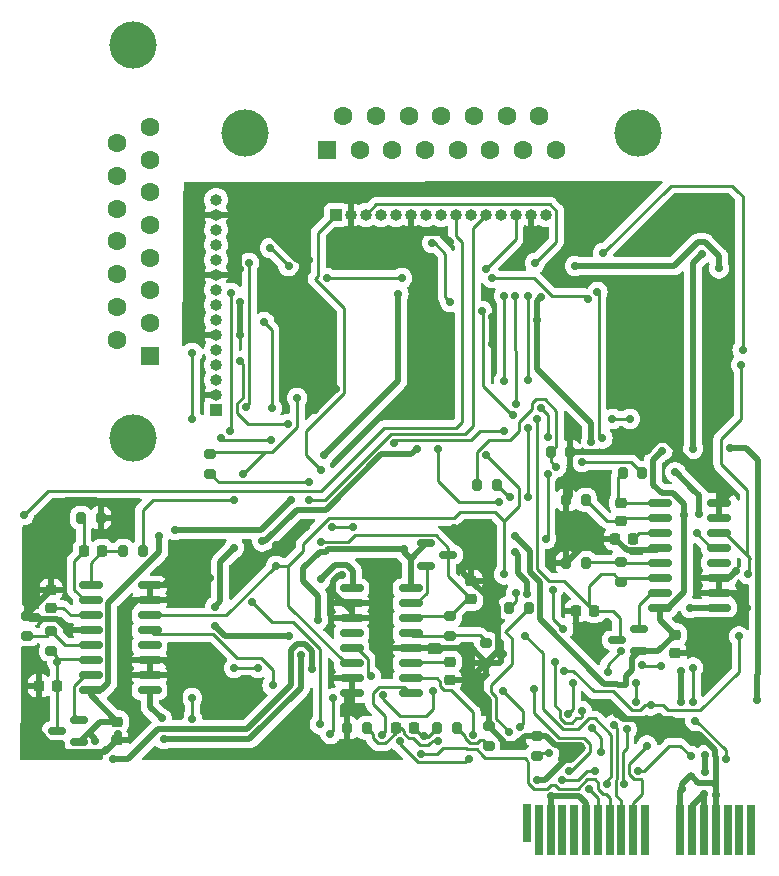
<source format=gbr>
%TF.GenerationSoftware,KiCad,Pcbnew,7.0.1-0*%
%TF.CreationDate,2023-09-14T23:18:32-07:00*%
%TF.ProjectId,HX-board,48582d62-6f61-4726-942e-6b696361645f,rev?*%
%TF.SameCoordinates,Original*%
%TF.FileFunction,Copper,L2,Bot*%
%TF.FilePolarity,Positive*%
%FSLAX46Y46*%
G04 Gerber Fmt 4.6, Leading zero omitted, Abs format (unit mm)*
G04 Created by KiCad (PCBNEW 7.0.1-0) date 2023-09-14 23:18:32*
%MOMM*%
%LPD*%
G01*
G04 APERTURE LIST*
G04 Aperture macros list*
%AMRoundRect*
0 Rectangle with rounded corners*
0 $1 Rounding radius*
0 $2 $3 $4 $5 $6 $7 $8 $9 X,Y pos of 4 corners*
0 Add a 4 corners polygon primitive as box body*
4,1,4,$2,$3,$4,$5,$6,$7,$8,$9,$2,$3,0*
0 Add four circle primitives for the rounded corners*
1,1,$1+$1,$2,$3*
1,1,$1+$1,$4,$5*
1,1,$1+$1,$6,$7*
1,1,$1+$1,$8,$9*
0 Add four rect primitives between the rounded corners*
20,1,$1+$1,$2,$3,$4,$5,0*
20,1,$1+$1,$4,$5,$6,$7,0*
20,1,$1+$1,$6,$7,$8,$9,0*
20,1,$1+$1,$8,$9,$2,$3,0*%
G04 Aperture macros list end*
%TA.AperFunction,ComponentPad*%
%ADD10R,1.000000X1.000000*%
%TD*%
%TA.AperFunction,ComponentPad*%
%ADD11O,1.000000X1.000000*%
%TD*%
%TA.AperFunction,ComponentPad*%
%ADD12C,4.000000*%
%TD*%
%TA.AperFunction,ComponentPad*%
%ADD13R,1.600000X1.600000*%
%TD*%
%TA.AperFunction,ComponentPad*%
%ADD14C,1.600000*%
%TD*%
%TA.AperFunction,ConnectorPad*%
%ADD15R,0.700000X3.200000*%
%TD*%
%TA.AperFunction,ConnectorPad*%
%ADD16R,0.700000X4.300000*%
%TD*%
%TA.AperFunction,SMDPad,CuDef*%
%ADD17RoundRect,0.200000X0.275000X-0.200000X0.275000X0.200000X-0.275000X0.200000X-0.275000X-0.200000X0*%
%TD*%
%TA.AperFunction,SMDPad,CuDef*%
%ADD18RoundRect,0.200000X-0.200000X-0.275000X0.200000X-0.275000X0.200000X0.275000X-0.200000X0.275000X0*%
%TD*%
%TA.AperFunction,SMDPad,CuDef*%
%ADD19RoundRect,0.200000X-0.275000X0.200000X-0.275000X-0.200000X0.275000X-0.200000X0.275000X0.200000X0*%
%TD*%
%TA.AperFunction,SMDPad,CuDef*%
%ADD20RoundRect,0.225000X0.250000X-0.225000X0.250000X0.225000X-0.250000X0.225000X-0.250000X-0.225000X0*%
%TD*%
%TA.AperFunction,SMDPad,CuDef*%
%ADD21RoundRect,0.150000X0.587500X0.150000X-0.587500X0.150000X-0.587500X-0.150000X0.587500X-0.150000X0*%
%TD*%
%TA.AperFunction,SMDPad,CuDef*%
%ADD22RoundRect,0.225000X-0.225000X-0.250000X0.225000X-0.250000X0.225000X0.250000X-0.225000X0.250000X0*%
%TD*%
%TA.AperFunction,SMDPad,CuDef*%
%ADD23RoundRect,0.200000X0.200000X0.275000X-0.200000X0.275000X-0.200000X-0.275000X0.200000X-0.275000X0*%
%TD*%
%TA.AperFunction,SMDPad,CuDef*%
%ADD24RoundRect,0.150000X0.850000X0.150000X-0.850000X0.150000X-0.850000X-0.150000X0.850000X-0.150000X0*%
%TD*%
%TA.AperFunction,SMDPad,CuDef*%
%ADD25RoundRect,0.225000X-0.250000X0.225000X-0.250000X-0.225000X0.250000X-0.225000X0.250000X0.225000X0*%
%TD*%
%TA.AperFunction,SMDPad,CuDef*%
%ADD26RoundRect,0.150000X-0.850000X-0.150000X0.850000X-0.150000X0.850000X0.150000X-0.850000X0.150000X0*%
%TD*%
%TA.AperFunction,SMDPad,CuDef*%
%ADD27RoundRect,0.150000X-0.587500X-0.150000X0.587500X-0.150000X0.587500X0.150000X-0.587500X0.150000X0*%
%TD*%
%TA.AperFunction,ViaPad*%
%ADD28C,0.711200*%
%TD*%
%TA.AperFunction,Conductor*%
%ADD29C,0.508000*%
%TD*%
%TA.AperFunction,Conductor*%
%ADD30C,0.254000*%
%TD*%
G04 APERTURE END LIST*
D10*
%TO.P,J4,1,Pin_1*%
%TO.N,/HX5_E+*%
X128768000Y-80264000D03*
D11*
%TO.P,J4,2,Pin_2*%
%TO.N,GND*%
X130038000Y-80264000D03*
%TO.P,J4,3,Pin_3*%
%TO.N,/HX5_A+*%
X131308000Y-80264000D03*
%TO.P,J4,4,Pin_4*%
%TO.N,unconnected-(J4-Pad4)*%
X132578000Y-80264000D03*
%TO.P,J4,5,Pin_5*%
%TO.N,/HX6_E+*%
X133848000Y-80264000D03*
%TO.P,J4,6,Pin_6*%
%TO.N,GND*%
X135118000Y-80264000D03*
%TO.P,J4,7,Pin_7*%
%TO.N,/HX6_A+*%
X136388000Y-80264000D03*
%TO.P,J4,8,Pin_8*%
%TO.N,unconnected-(J4-Pad8)*%
X137658000Y-80264000D03*
%TO.P,J4,9,Pin_9*%
%TO.N,/HX7_E+*%
X138928000Y-80264000D03*
%TO.P,J4,10,Pin_10*%
%TO.N,GND*%
X140198000Y-80264000D03*
%TO.P,J4,11,Pin_11*%
%TO.N,/HX7_A+*%
X141468000Y-80264000D03*
%TO.P,J4,12,Pin_12*%
%TO.N,unconnected-(J4-Pad12)*%
X142738000Y-80264000D03*
%TO.P,J4,13,Pin_13*%
%TO.N,/HX8_E+*%
X144008000Y-80264000D03*
%TO.P,J4,14,Pin_14*%
%TO.N,GND*%
X145278000Y-80264000D03*
%TO.P,J4,15,Pin_15*%
%TO.N,/HX8_A+*%
X146548000Y-80264000D03*
%TD*%
D12*
%TO.P,J3,0*%
%TO.N,N/C*%
X111610000Y-65857000D03*
X111610000Y-99157000D03*
D13*
%TO.P,J3,1,1*%
%TO.N,/HX1_E+*%
X113030000Y-92202000D03*
D14*
%TO.P,J3,2,2*%
%TO.N,/HX1_A+*%
X113030000Y-89432000D03*
%TO.P,J3,3,3*%
%TO.N,/HX2_E+*%
X113030000Y-86662000D03*
%TO.P,J3,4,4*%
%TO.N,/HX2_A+*%
X113030000Y-83892000D03*
%TO.P,J3,5,5*%
%TO.N,/HX3_E+*%
X113030000Y-81122000D03*
%TO.P,J3,6,6*%
%TO.N,/HX3_A+*%
X113030000Y-78352000D03*
%TO.P,J3,7,7*%
%TO.N,/HX4_E+*%
X113030000Y-75582000D03*
%TO.P,J3,8,8*%
%TO.N,/HX4_A+*%
X113030000Y-72812000D03*
%TO.P,J3,9,P9*%
%TO.N,GND*%
X110190000Y-90817000D03*
%TO.P,J3,10,P10*%
%TO.N,unconnected-(J3-Pad10)*%
X110190000Y-88047000D03*
%TO.P,J3,11,P111*%
%TO.N,GND*%
X110190000Y-85277000D03*
%TO.P,J3,12,P12*%
%TO.N,unconnected-(J3-Pad12)*%
X110190000Y-82507000D03*
%TO.P,J3,13,P13*%
%TO.N,GND*%
X110190000Y-79737000D03*
%TO.P,J3,14,P14*%
%TO.N,unconnected-(J3-Pad14)*%
X110190000Y-76967000D03*
%TO.P,J3,15,P15*%
%TO.N,GND*%
X110190000Y-74197000D03*
%TD*%
D15*
%TO.P,J2,A1,A1*%
%TO.N,unconnected-(J2-PadA1)*%
X144932000Y-131772000D03*
D16*
%TO.P,J2,A2,A2*%
%TO.N,unconnected-(J2-PadA2)*%
X145932000Y-132322000D03*
%TO.P,J2,A3,A3*%
%TO.N,GND*%
X146932000Y-132322000D03*
%TO.P,J2,A4,A4*%
%TO.N,unconnected-(J2-PadA4)*%
X147932000Y-132322000D03*
%TO.P,J2,A5,A5*%
%TO.N,unconnected-(J2-PadA5)*%
X148932000Y-132322000D03*
%TO.P,J2,A6,A6*%
%TO.N,GND*%
X149932000Y-132322000D03*
%TO.P,J2,A7,A7*%
%TO.N,/HX6_DT*%
X150932000Y-132322000D03*
%TO.P,J2,A8,A8*%
%TO.N,/HX7_DT*%
X151932000Y-132322000D03*
%TO.P,J2,A9,A9*%
%TO.N,/HX8_DT*%
X152932000Y-132322000D03*
%TO.P,J2,A10,A10*%
%TO.N,/HX_CLK*%
X153932000Y-132322000D03*
%TO.P,J2,A11,A11*%
%TO.N,unconnected-(J2-PadA11)*%
X154932000Y-132322000D03*
%TO.P,J2,A12,A12*%
%TO.N,GND*%
X157932000Y-132322000D03*
%TO.P,J2,A13,A13*%
%TO.N,+5V*%
X158932000Y-132322000D03*
%TO.P,J2,A14,A14*%
X159932000Y-132322000D03*
%TO.P,J2,A15,A15*%
%TO.N,GND*%
X160932000Y-132322000D03*
%TO.P,J2,A16,A16*%
%TO.N,unconnected-(J2-PadA16)*%
X161932000Y-132322000D03*
%TO.P,J2,A17,A17*%
%TO.N,unconnected-(J2-PadA17)*%
X162932000Y-132322000D03*
%TO.P,J2,A18,A18*%
%TO.N,unconnected-(J2-PadA18)*%
X163932000Y-132322000D03*
%TD*%
D10*
%TO.P,J1,1,Pin_1*%
%TO.N,/HX1_E+*%
X118618000Y-96774000D03*
D11*
%TO.P,J1,2,Pin_2*%
%TO.N,GND*%
X118618000Y-95504000D03*
%TO.P,J1,3,Pin_3*%
%TO.N,/HX1_A+*%
X118618000Y-94234000D03*
%TO.P,J1,4,Pin_4*%
%TO.N,unconnected-(J1-Pad4)*%
X118618000Y-92964000D03*
%TO.P,J1,5,Pin_5*%
%TO.N,/HX2_E+*%
X118618000Y-91694000D03*
%TO.P,J1,6,Pin_6*%
%TO.N,GND*%
X118618000Y-90424000D03*
%TO.P,J1,7,Pin_7*%
%TO.N,/HX2_A+*%
X118618000Y-89154000D03*
%TO.P,J1,8,Pin_8*%
%TO.N,unconnected-(J1-Pad8)*%
X118618000Y-87884000D03*
%TO.P,J1,9,Pin_9*%
%TO.N,/HX3_E+*%
X118618000Y-86614000D03*
%TO.P,J1,10,Pin_10*%
%TO.N,GND*%
X118618000Y-85344000D03*
%TO.P,J1,11,Pin_11*%
%TO.N,/HX3_A+*%
X118618000Y-84074000D03*
%TO.P,J1,12,Pin_12*%
%TO.N,unconnected-(J1-Pad12)*%
X118618000Y-82804000D03*
%TO.P,J1,13,Pin_13*%
%TO.N,/HX4_E+*%
X118618000Y-81534000D03*
%TO.P,J1,14,Pin_14*%
%TO.N,GND*%
X118618000Y-80264000D03*
%TO.P,J1,15,Pin_15*%
%TO.N,/HX4_A+*%
X118618000Y-78994000D03*
%TD*%
D12*
%TO.P,J5,0*%
%TO.N,N/C*%
X154338000Y-73320331D03*
X121038000Y-73320331D03*
D13*
%TO.P,J5,1,1*%
%TO.N,/HX5_E+*%
X127993000Y-74740331D03*
D14*
%TO.P,J5,2,2*%
%TO.N,/HX5_A+*%
X130763000Y-74740331D03*
%TO.P,J5,3,3*%
%TO.N,/HX6_E+*%
X133533000Y-74740331D03*
%TO.P,J5,4,4*%
%TO.N,/HX6_A+*%
X136303000Y-74740331D03*
%TO.P,J5,5,5*%
%TO.N,/HX7_E+*%
X139073000Y-74740331D03*
%TO.P,J5,6,6*%
%TO.N,/HX7_A+*%
X141843000Y-74740331D03*
%TO.P,J5,7,7*%
%TO.N,/HX8_E+*%
X144613000Y-74740331D03*
%TO.P,J5,8,8*%
%TO.N,/HX8_A+*%
X147383000Y-74740331D03*
%TO.P,J5,9,P9*%
%TO.N,GND*%
X129378000Y-71900331D03*
%TO.P,J5,10,P10*%
%TO.N,unconnected-(J5-Pad10)*%
X132148000Y-71900331D03*
%TO.P,J5,11,P111*%
%TO.N,GND*%
X134918000Y-71900331D03*
%TO.P,J5,12,P12*%
%TO.N,unconnected-(J5-Pad12)*%
X137688000Y-71900331D03*
%TO.P,J5,13,P13*%
%TO.N,GND*%
X140458000Y-71900331D03*
%TO.P,J5,14,P14*%
%TO.N,unconnected-(J5-Pad14)*%
X143228000Y-71900331D03*
%TO.P,J5,15,P15*%
%TO.N,GND*%
X145998000Y-71900331D03*
%TD*%
D17*
%TO.P,R15,1*%
%TO.N,/HX7_A+*%
X118110000Y-102171000D03*
%TO.P,R15,2*%
%TO.N,/HX711 7/A+*%
X118110000Y-100521000D03*
%TD*%
D18*
%TO.P,R44,1*%
%TO.N,Net-(U7-Pad7)*%
X107188000Y-105918000D03*
%TO.P,R44,2*%
%TO.N,GND*%
X108838000Y-105918000D03*
%TD*%
D19*
%TO.P,R9,1*%
%TO.N,GND*%
X141700000Y-123575000D03*
%TO.P,R9,2*%
%TO.N,/HX711 5/A+*%
X141700000Y-125225000D03*
%TD*%
%TO.P,R37,1*%
%TO.N,Net-(U6-Pad4)*%
X152908000Y-109665000D03*
%TO.P,R37,2*%
%TO.N,/HX6_E+*%
X152908000Y-111315000D03*
%TD*%
D20*
%TO.P,C24,1*%
%TO.N,Net-(U6-Pad7)*%
X152908000Y-106185000D03*
%TO.P,C24,2*%
%TO.N,Net-(U6-Pad8)*%
X152908000Y-104635000D03*
%TD*%
D21*
%TO.P,Q6,1,B*%
%TO.N,Net-(U6-Pad2)*%
X154432000Y-115316000D03*
%TO.P,Q6,2,E*%
%TO.N,+5V*%
X154432000Y-117216000D03*
%TO.P,Q6,3,C*%
%TO.N,/HX6_E+*%
X152557000Y-116266000D03*
%TD*%
D22*
%TO.P,C20,1*%
%TO.N,Net-(U5-Pad7)*%
X133845000Y-123698000D03*
%TO.P,C20,2*%
%TO.N,Net-(U5-Pad8)*%
X135395000Y-123698000D03*
%TD*%
D21*
%TO.P,Q7,1,B*%
%TO.N,Net-(U7-Pad2)*%
X107031000Y-123002000D03*
%TO.P,Q7,2,E*%
%TO.N,+5V*%
X107031000Y-124902000D03*
%TO.P,Q7,3,C*%
%TO.N,/HX7_E+*%
X105156000Y-123952000D03*
%TD*%
D20*
%TO.P,C17,1*%
%TO.N,GND*%
X157480000Y-117361000D03*
%TO.P,C17,2*%
%TO.N,+5V*%
X157480000Y-115811000D03*
%TD*%
D17*
%TO.P,R33,1*%
%TO.N,Net-(U5-Pad4)*%
X138430000Y-115887000D03*
%TO.P,R33,2*%
%TO.N,/HX5_E+*%
X138430000Y-114237000D03*
%TD*%
D18*
%TO.P,R38,1*%
%TO.N,GND*%
X148273000Y-109728000D03*
%TO.P,R38,2*%
%TO.N,Net-(U6-Pad4)*%
X149923000Y-109728000D03*
%TD*%
%TO.P,R43,1*%
%TO.N,Net-(U7-Pad8)*%
X110744000Y-108712000D03*
%TO.P,R43,2*%
%TO.N,/HX711 7/A+*%
X112394000Y-108712000D03*
%TD*%
D19*
%TO.P,R41,1*%
%TO.N,Net-(U7-Pad4)*%
X104648000Y-115507000D03*
%TO.P,R41,2*%
%TO.N,/HX7_E+*%
X104648000Y-117157000D03*
%TD*%
%TO.P,R42,1*%
%TO.N,GND*%
X102616000Y-114237000D03*
%TO.P,R42,2*%
%TO.N,Net-(U7-Pad4)*%
X102616000Y-115887000D03*
%TD*%
%TO.P,R3,1*%
%TO.N,GND*%
X145796000Y-124397000D03*
%TO.P,R3,2*%
%TO.N,/HX711 1/A+*%
X145796000Y-126047000D03*
%TD*%
D18*
%TO.P,R35,1*%
%TO.N,Net-(U5-Pad8)*%
X137351000Y-123698000D03*
%TO.P,R35,2*%
%TO.N,/HX711 5/A+*%
X139001000Y-123698000D03*
%TD*%
D23*
%TO.P,R11,1*%
%TO.N,/HX6_A+*%
X142366000Y-103124000D03*
%TO.P,R11,2*%
%TO.N,/HX711 6/A+*%
X140716000Y-103124000D03*
%TD*%
%TO.P,R40,1*%
%TO.N,Net-(U6-Pad7)*%
X149923000Y-104394000D03*
%TO.P,R40,2*%
%TO.N,GND*%
X148273000Y-104394000D03*
%TD*%
D18*
%TO.P,R39,1*%
%TO.N,Net-(U6-Pad8)*%
X153036000Y-102108000D03*
%TO.P,R39,2*%
%TO.N,/HX711 6/A+*%
X154686000Y-102108000D03*
%TD*%
D17*
%TO.P,R34,1*%
%TO.N,GND*%
X141478000Y-118173000D03*
%TO.P,R34,2*%
%TO.N,Net-(U5-Pad4)*%
X141478000Y-116523000D03*
%TD*%
D24*
%TO.P,U5,1,VSUP*%
%TO.N,+5V*%
X135088000Y-111887000D03*
%TO.P,U5,2,BASE*%
%TO.N,Net-(U5-Pad2)*%
X135088000Y-113157000D03*
%TO.P,U5,3,AVDD*%
%TO.N,/HX5_E+*%
X135088000Y-114427000D03*
%TO.P,U5,4,VFB*%
%TO.N,Net-(U5-Pad4)*%
X135088000Y-115697000D03*
%TO.P,U5,5,AGND*%
%TO.N,GND*%
X135088000Y-116967000D03*
%TO.P,U5,6,VBG*%
%TO.N,Net-(U5-Pad6)*%
X135088000Y-118237000D03*
%TO.P,U5,7,INA-*%
%TO.N,Net-(U5-Pad7)*%
X135088000Y-119507000D03*
%TO.P,U5,8,INA+*%
%TO.N,Net-(U5-Pad8)*%
X135088000Y-120777000D03*
%TO.P,U5,9,INB-*%
%TO.N,GND*%
X130088000Y-120777000D03*
%TO.P,U5,10,INB+*%
X130088000Y-119507000D03*
%TO.P,U5,11,PD_SCK*%
%TO.N,/HX_CLK*%
X130088000Y-118237000D03*
%TO.P,U5,12,DOUT*%
%TO.N,/HX5_DT*%
X130088000Y-116967000D03*
%TO.P,U5,13,XO*%
%TO.N,unconnected-(U5-Pad13)*%
X130088000Y-115697000D03*
%TO.P,U5,14,XI*%
%TO.N,GND*%
X130088000Y-114427000D03*
%TO.P,U5,15,RATE*%
X130088000Y-113157000D03*
%TO.P,U5,16,DVDD*%
%TO.N,+3.3V*%
X130088000Y-111887000D03*
%TD*%
D18*
%TO.P,R12,1*%
%TO.N,/HX5_A+*%
X143447000Y-113538000D03*
%TO.P,R12,2*%
%TO.N,/HX711 5/A+*%
X145097000Y-113538000D03*
%TD*%
D25*
%TO.P,C27,1*%
%TO.N,GND*%
X104648000Y-112001000D03*
%TO.P,C27,2*%
%TO.N,Net-(U7-Pad6)*%
X104648000Y-113551000D03*
%TD*%
D23*
%TO.P,R8,1*%
%TO.N,GND*%
X148590000Y-100330000D03*
%TO.P,R8,2*%
%TO.N,/HX711 6/A+*%
X146940000Y-100330000D03*
%TD*%
D20*
%TO.P,C19,1*%
%TO.N,GND*%
X138430000Y-119634000D03*
%TO.P,C19,2*%
%TO.N,Net-(U5-Pad6)*%
X138430000Y-118084000D03*
%TD*%
D26*
%TO.P,U7,1,VSUP*%
%TO.N,+5V*%
X107990000Y-120523000D03*
%TO.P,U7,2,BASE*%
%TO.N,Net-(U7-Pad2)*%
X107990000Y-119253000D03*
%TO.P,U7,3,AVDD*%
%TO.N,/HX7_E+*%
X107990000Y-117983000D03*
%TO.P,U7,4,VFB*%
%TO.N,Net-(U7-Pad4)*%
X107990000Y-116713000D03*
%TO.P,U7,5,AGND*%
%TO.N,GND*%
X107990000Y-115443000D03*
%TO.P,U7,6,VBG*%
%TO.N,Net-(U7-Pad6)*%
X107990000Y-114173000D03*
%TO.P,U7,7,INA-*%
%TO.N,Net-(U7-Pad7)*%
X107990000Y-112903000D03*
%TO.P,U7,8,INA+*%
%TO.N,Net-(U7-Pad8)*%
X107990000Y-111633000D03*
%TO.P,U7,9,INB-*%
%TO.N,GND*%
X112990000Y-111633000D03*
%TO.P,U7,10,INB+*%
X112990000Y-112903000D03*
%TO.P,U7,11,PD_SCK*%
%TO.N,/HX_CLK*%
X112990000Y-114173000D03*
%TO.P,U7,12,DOUT*%
%TO.N,/HX7_DT*%
X112990000Y-115443000D03*
%TO.P,U7,13,XO*%
%TO.N,unconnected-(U7-Pad13)*%
X112990000Y-116713000D03*
%TO.P,U7,14,XI*%
%TO.N,GND*%
X112990000Y-117983000D03*
%TO.P,U7,15,RATE*%
X112990000Y-119253000D03*
%TO.P,U7,16,DVDD*%
%TO.N,+3.3V*%
X112990000Y-120523000D03*
%TD*%
D23*
%TO.P,R36,1*%
%TO.N,Net-(U5-Pad7)*%
X131381000Y-123698000D03*
%TO.P,R36,2*%
%TO.N,GND*%
X129731000Y-123698000D03*
%TD*%
D20*
%TO.P,C25,1*%
%TO.N,GND*%
X110236000Y-124727000D03*
%TO.P,C25,2*%
%TO.N,+5V*%
X110236000Y-123177000D03*
%TD*%
D26*
%TO.P,U6,1,VSUP*%
%TO.N,+5V*%
X156210000Y-113538000D03*
%TO.P,U6,2,BASE*%
%TO.N,Net-(U6-Pad2)*%
X156210000Y-112268000D03*
%TO.P,U6,3,AVDD*%
%TO.N,/HX6_E+*%
X156210000Y-110998000D03*
%TO.P,U6,4,VFB*%
%TO.N,Net-(U6-Pad4)*%
X156210000Y-109728000D03*
%TO.P,U6,5,AGND*%
%TO.N,GND*%
X156210000Y-108458000D03*
%TO.P,U6,6,VBG*%
%TO.N,Net-(U6-Pad6)*%
X156210000Y-107188000D03*
%TO.P,U6,7,INA-*%
%TO.N,Net-(U6-Pad7)*%
X156210000Y-105918000D03*
%TO.P,U6,8,INA+*%
%TO.N,Net-(U6-Pad8)*%
X156210000Y-104648000D03*
%TO.P,U6,9,INB-*%
%TO.N,GND*%
X161210000Y-104648000D03*
%TO.P,U6,10,INB+*%
X161210000Y-105918000D03*
%TO.P,U6,11,PD_SCK*%
%TO.N,/HX_CLK*%
X161210000Y-107188000D03*
%TO.P,U6,12,DOUT*%
%TO.N,/HX6_DT*%
X161210000Y-108458000D03*
%TO.P,U6,13,XO*%
%TO.N,unconnected-(U6-Pad13)*%
X161210000Y-109728000D03*
%TO.P,U6,14,XI*%
%TO.N,GND*%
X161210000Y-110998000D03*
%TO.P,U6,15,RATE*%
X161210000Y-112268000D03*
%TO.P,U6,16,DVDD*%
%TO.N,+3.3V*%
X161210000Y-113538000D03*
%TD*%
D22*
%TO.P,C23,1*%
%TO.N,GND*%
X152400000Y-107696000D03*
%TO.P,C23,2*%
%TO.N,Net-(U6-Pad6)*%
X153950000Y-107696000D03*
%TD*%
D25*
%TO.P,C18,1*%
%TO.N,GND*%
X140208000Y-111252000D03*
%TO.P,C18,2*%
%TO.N,/HX5_E+*%
X140208000Y-112802000D03*
%TD*%
D22*
%TO.P,C28,1*%
%TO.N,Net-(U7-Pad7)*%
X107429000Y-108712000D03*
%TO.P,C28,2*%
%TO.N,Net-(U7-Pad8)*%
X108979000Y-108712000D03*
%TD*%
%TO.P,C22,1*%
%TO.N,GND*%
X149085000Y-113792000D03*
%TO.P,C22,2*%
%TO.N,/HX6_E+*%
X150635000Y-113792000D03*
%TD*%
%TO.P,C26,1*%
%TO.N,GND*%
X103619000Y-120142000D03*
%TO.P,C26,2*%
%TO.N,/HX7_E+*%
X105169000Y-120142000D03*
%TD*%
D27*
%TO.P,Q5,1,B*%
%TO.N,Net-(U5-Pad2)*%
X136398000Y-109982000D03*
%TO.P,Q5,2,E*%
%TO.N,+5V*%
X136398000Y-108082000D03*
%TO.P,Q5,3,C*%
%TO.N,/HX5_E+*%
X138273000Y-109032000D03*
%TD*%
D28*
%TO.N,GND*%
X120675900Y-90424000D03*
X152600000Y-122496100D03*
X138393894Y-82584242D03*
X126212099Y-106692501D03*
X141986000Y-91186000D03*
X162185500Y-103752500D03*
X138800000Y-106799900D03*
X162655000Y-110395000D03*
X147000000Y-129500000D03*
X158491304Y-124250696D03*
X129254500Y-82518500D03*
X158068900Y-128900000D03*
X150622000Y-117602000D03*
X128746500Y-95027500D03*
X118110000Y-110998000D03*
X111252000Y-113538000D03*
X115600000Y-122656100D03*
X120650000Y-87630000D03*
X126492000Y-84074000D03*
X123698000Y-108204000D03*
X142000000Y-88900000D03*
X139500000Y-109900000D03*
X110324201Y-124236100D03*
X129731000Y-122230100D03*
X145802002Y-128100500D03*
X160932000Y-129400000D03*
X163576000Y-113538000D03*
X142900000Y-117463900D03*
X120609319Y-84863120D03*
X127000000Y-96774000D03*
X108432100Y-115443000D03*
X121336806Y-80797900D03*
X129319000Y-110744000D03*
%TO.N,+5V*%
X124968000Y-104394000D03*
X159766000Y-83566000D03*
X143916900Y-107442000D03*
X134046000Y-86934000D03*
X160000000Y-127472700D03*
X127254000Y-114554000D03*
X127762000Y-100584000D03*
X162100000Y-100000000D03*
X159004000Y-100076000D03*
X156404000Y-100220608D03*
X134505502Y-108572498D03*
X113792000Y-107442000D03*
X126700000Y-118700000D03*
X115142000Y-106934000D03*
X159932000Y-129300000D03*
X158242000Y-105664000D03*
X164400000Y-121300000D03*
X109887354Y-126296254D03*
X160000000Y-126000000D03*
X108401492Y-124770508D03*
%TO.N,/HX3_E+*%
X119888000Y-86868000D03*
X119831900Y-98552000D03*
%TO.N,/HX1_E+*%
X148844000Y-119888000D03*
X148444647Y-122537353D03*
X119059048Y-99129366D03*
X123227100Y-99341200D03*
%TO.N,/HX5_E+*%
X127508000Y-101854000D03*
X127508000Y-107950000D03*
%TO.N,/HX7_E+*%
X105169000Y-118110000D03*
X102362000Y-105664000D03*
%TO.N,/HX2_E+*%
X120675900Y-92660000D03*
X128455900Y-106680000D03*
X124699800Y-97965175D03*
X130182100Y-106680000D03*
%TO.N,/HX6_E+*%
X144018000Y-96266000D03*
X143966703Y-87122000D03*
X145783498Y-97523498D03*
%TO.N,/HX4_E+*%
X150114000Y-87376000D03*
X123190000Y-83058000D03*
X142000757Y-85620887D03*
X134366000Y-85598000D03*
X124751100Y-84582000D03*
X127977900Y-85598000D03*
%TO.N,/HX5_DT*%
X131694302Y-119291880D03*
X132757754Y-120932146D03*
X144317359Y-123662270D03*
X142920707Y-120608114D03*
X137005566Y-120577696D03*
X150426897Y-123715449D03*
X151240938Y-125734401D03*
%TO.N,/HX6_DT*%
X153172700Y-128450000D03*
X159300000Y-107200000D03*
X156267331Y-118432669D03*
X152900000Y-117200000D03*
X151765000Y-118946580D03*
X153381404Y-123815900D03*
X150227300Y-128899440D03*
X154711900Y-118400000D03*
%TO.N,/HX7_DT*%
X123400000Y-120100000D03*
X136000000Y-125882900D03*
%TO.N,/HX_CLK*%
X123685498Y-109969498D03*
X162899847Y-115959238D03*
X163068000Y-92964000D03*
X163622887Y-110647880D03*
X143002000Y-110700000D03*
X141478000Y-100584000D03*
X155105100Y-125200000D03*
X155400000Y-121785210D03*
X148107900Y-118872000D03*
%TO.N,/HX1_DT*%
X154323405Y-127322100D03*
X147932000Y-128100500D03*
X159000000Y-118600000D03*
X159000000Y-121480600D03*
X159200000Y-123100000D03*
X161795100Y-126300000D03*
X150700000Y-127322100D03*
X158800000Y-126100000D03*
%TO.N,/HX2_DT*%
X148501861Y-127322100D03*
X145536900Y-120428100D03*
%TO.N,/HX3_DT*%
X127400000Y-123400000D03*
X140025405Y-126315599D03*
X121691900Y-113004099D03*
X134155950Y-124831967D03*
%TO.N,/HX4_DT*%
X151700500Y-128440503D03*
X150900000Y-86800000D03*
X151400000Y-83500000D03*
X163200000Y-91700000D03*
X151324890Y-99192619D03*
X144800000Y-115900000D03*
%TO.N,Net-(U5-Pad7)*%
X140393192Y-124274099D03*
X137414000Y-124782100D03*
%TO.N,Net-(U5-Pad8)*%
X136200000Y-124400000D03*
X132630397Y-124274100D03*
%TO.N,/HX8_E+*%
X141478000Y-84810100D03*
%TO.N,/HX1_A+*%
X116598840Y-91936697D03*
X116586000Y-97536000D03*
%TO.N,/HX2_A+*%
X123310196Y-96653804D03*
X122691189Y-89349800D03*
%TO.N,/HX3_A+*%
X121158000Y-96520000D03*
X121412000Y-84328000D03*
%TO.N,/HX8_DT*%
X142537317Y-104604683D03*
X137414000Y-100050100D03*
X152295551Y-123412261D03*
X149564533Y-122288587D03*
X147320000Y-118110000D03*
X147154444Y-111988100D03*
X148008304Y-115291696D03*
%TO.N,+3.3V*%
X120142000Y-108458000D03*
X114200000Y-124662700D03*
X161200000Y-84800000D03*
X125791304Y-117491304D03*
X146100000Y-87241900D03*
X157988000Y-121480100D03*
X148996900Y-84600000D03*
X144963236Y-112353159D03*
X118537219Y-115038869D03*
X159513304Y-105613304D03*
X157988000Y-118872000D03*
X118532900Y-113436900D03*
X135600000Y-100050100D03*
X158750000Y-113538000D03*
X114000000Y-122900000D03*
X150400000Y-99466900D03*
X157500000Y-102056200D03*
X122500000Y-107900000D03*
X145800000Y-89200000D03*
X124800000Y-115900000D03*
X127500000Y-111100000D03*
X143900000Y-108800000D03*
%TO.N,/HX5_A+*%
X144000000Y-112300000D03*
X146686620Y-102210466D03*
X146115186Y-96617610D03*
X146698002Y-99060000D03*
X145034000Y-94234000D03*
X145034000Y-87122000D03*
X145614052Y-84343952D03*
X146558353Y-107695647D03*
%TO.N,/HX6_A+*%
X143738100Y-97189204D03*
X145034000Y-104140000D03*
X138430000Y-87630000D03*
X145021498Y-98285498D03*
X136906000Y-82651100D03*
X141122900Y-88392000D03*
X143510000Y-104140000D03*
%TO.N,/HX7_A+*%
X126492000Y-104368100D03*
X126492000Y-102895900D03*
%TO.N,/HX711 3/A+*%
X116586000Y-121158000D03*
X122174000Y-118618000D03*
X116586000Y-122936000D03*
X120142000Y-118618000D03*
%TO.N,/HX711 2/A+*%
X128300000Y-124200000D03*
X128500000Y-121200000D03*
%TO.N,/HX711 1/A+*%
X146800000Y-125849900D03*
X154178000Y-119888000D03*
X154178000Y-121480100D03*
%TO.N,/HX711 4/A+*%
X152171900Y-97536000D03*
X153670000Y-97536000D03*
%TO.N,/HX711 6/A+*%
X147433602Y-101600000D03*
X149606000Y-101193100D03*
%TO.N,/HX711 5/A+*%
X141700000Y-125225000D03*
X143422397Y-124022397D03*
%TO.N,/HX711 7/A+*%
X125476000Y-95758000D03*
X120904000Y-102159800D03*
X120142000Y-104368100D03*
%TO.N,/HX711 8/A+*%
X143002000Y-98552000D03*
X133692900Y-99568000D03*
X143002000Y-87122000D03*
X143000000Y-94300000D03*
%TD*%
D29*
%TO.N,GND*%
X115570000Y-119380000D02*
X114173000Y-117983000D01*
X141478000Y-118173000D02*
X142461000Y-117190000D01*
X129731000Y-121134000D02*
X130088000Y-120777000D01*
X123698000Y-108204000D02*
X124700600Y-108204000D01*
X142461000Y-113505000D02*
X140208000Y-111252000D01*
X115062000Y-112268000D02*
X115062000Y-110744000D01*
X102888000Y-114509000D02*
X102616000Y-114237000D01*
X149932000Y-132322000D02*
X149932000Y-130032000D01*
X162560000Y-112522000D02*
X162306000Y-112268000D01*
X114427000Y-112903000D02*
X115062000Y-112268000D01*
X142626100Y-117190000D02*
X142900000Y-117463900D01*
X161210000Y-104648000D02*
X161290000Y-104648000D01*
X128524000Y-111285000D02*
X129065000Y-110744000D01*
X138800000Y-106799900D02*
X141299900Y-106799900D01*
X140272000Y-116967000D02*
X141478000Y-118173000D01*
X161210000Y-112268000D02*
X161210000Y-110998000D01*
X128524000Y-112253553D02*
X128524000Y-111285000D01*
X148590000Y-104077000D02*
X148273000Y-104394000D01*
X160900000Y-125610800D02*
X160900000Y-126100000D01*
X158068900Y-128431100D02*
X158800000Y-127700000D01*
X159436300Y-128336300D02*
X160668300Y-128336300D01*
X155073293Y-100330000D02*
X148590000Y-100330000D01*
X146932000Y-132322000D02*
X146932000Y-129500000D01*
X146569212Y-124397000D02*
X145796000Y-124397000D01*
X120548400Y-84802201D02*
X120609319Y-84863120D01*
X105918000Y-104394000D02*
X104648000Y-105664000D01*
X129731000Y-123698000D02*
X129731000Y-121134000D01*
X107990000Y-115443000D02*
X108432100Y-115443000D01*
X149932000Y-130032000D02*
X149371600Y-129471600D01*
X129065000Y-110744000D02*
X129319000Y-110744000D01*
X148643474Y-126458500D02*
X149665000Y-125436973D01*
X158491304Y-124250696D02*
X159539896Y-124250696D01*
X143125538Y-125068165D02*
X144099090Y-125068165D01*
X135088000Y-116967000D02*
X140272000Y-116967000D01*
X162306000Y-112268000D02*
X161210000Y-112268000D01*
X157480000Y-117361000D02*
X159753000Y-117361000D01*
X163576000Y-113538000D02*
X162560000Y-112522000D01*
X120650000Y-90398100D02*
X120675900Y-90424000D01*
X160932000Y-126132000D02*
X160932000Y-128600000D01*
X135118000Y-81778000D02*
X135128000Y-81788000D01*
X108838000Y-105918000D02*
X108838000Y-104774000D01*
X104648000Y-112001000D02*
X102616000Y-114033000D01*
X157932000Y-132322000D02*
X157932000Y-129036900D01*
X142461000Y-117190000D02*
X142626100Y-117190000D01*
X102616000Y-114033000D02*
X102616000Y-114237000D01*
X121336806Y-80797900D02*
X122188315Y-80797900D01*
X153383000Y-108679000D02*
X152400000Y-107696000D01*
X103619000Y-124083053D02*
X103619000Y-120142000D01*
X141299900Y-106799900D02*
X142000000Y-107500000D01*
X129427447Y-113157000D02*
X128524000Y-112253553D01*
X115570000Y-121666000D02*
X115570000Y-119380000D01*
X121336806Y-80797900D02*
X120548400Y-81586306D01*
X105126263Y-114509000D02*
X102888000Y-114509000D01*
X108458000Y-104394000D02*
X105918000Y-104394000D01*
X110236000Y-124324301D02*
X110324201Y-124236100D01*
X104648000Y-105664000D02*
X104648000Y-112001000D01*
X112990000Y-112903000D02*
X114427000Y-112903000D01*
X112990000Y-119253000D02*
X115443000Y-119253000D01*
X141700000Y-121317000D02*
X140017000Y-119634000D01*
X115443000Y-119253000D02*
X115570000Y-119380000D01*
X135118000Y-80264000D02*
X135118000Y-81778000D01*
X148600000Y-129500000D02*
X147000000Y-129500000D01*
X149665000Y-125436973D02*
X149665000Y-125364999D01*
X137668000Y-81788000D02*
X135128000Y-81788000D01*
X139500000Y-110544000D02*
X140208000Y-111252000D01*
X161210000Y-104648000D02*
X161210000Y-105918000D01*
X139500000Y-109900000D02*
X139500000Y-110544000D01*
X142461000Y-117190000D02*
X142461000Y-113505000D01*
X147351165Y-125178953D02*
X146569212Y-124397000D01*
X152400000Y-107696000D02*
X150305000Y-107696000D01*
X142000000Y-109400000D02*
X141500000Y-109900000D01*
X161290000Y-104648000D02*
X161671000Y-104267000D01*
X124700600Y-108204000D02*
X126212099Y-106692501D01*
X143011688Y-124954315D02*
X143011688Y-124886688D01*
X106060263Y-115443000D02*
X105126263Y-114509000D01*
X122188315Y-80797900D02*
X125464415Y-84074000D01*
X160668300Y-128336300D02*
X160932000Y-128600000D01*
X155989000Y-108679000D02*
X153383000Y-108679000D01*
X148590000Y-100330000D02*
X148590000Y-104077000D01*
X148273000Y-104394000D02*
X148273000Y-109728000D01*
X159753000Y-117361000D02*
X163576000Y-113538000D01*
X146502146Y-128100500D02*
X148144146Y-126458500D01*
X130088000Y-113817553D02*
X128524000Y-112253553D01*
X120650000Y-87630000D02*
X120650000Y-90398100D01*
X156053293Y-99350000D02*
X155073293Y-100330000D01*
X161671000Y-104267000D02*
X162185500Y-103752500D01*
X144770255Y-124397000D02*
X145796000Y-124397000D01*
X140017000Y-119634000D02*
X141478000Y-118173000D01*
X160932000Y-129400000D02*
X160932000Y-132322000D01*
X160900000Y-126100000D02*
X160932000Y-126132000D01*
X129985000Y-81788000D02*
X129254500Y-82518500D01*
X143011688Y-124886688D02*
X141700000Y-123575000D01*
X149478954Y-125178953D02*
X147351165Y-125178953D01*
X147000000Y-129500000D02*
X146932000Y-129500000D01*
X158068900Y-128900000D02*
X158068900Y-128431100D01*
X157932000Y-129036900D02*
X158068900Y-128900000D01*
X152600000Y-122496100D02*
X153056700Y-122952800D01*
X158800000Y-127700000D02*
X159436300Y-128336300D01*
X161671000Y-104267000D02*
X156754000Y-99350000D01*
X107990000Y-115443000D02*
X106060263Y-115443000D01*
X115570000Y-121666000D02*
X115570000Y-122626100D01*
X138393894Y-82513894D02*
X137668000Y-81788000D01*
X138430000Y-119634000D02*
X140017000Y-119634000D01*
X159539896Y-124250696D02*
X160900000Y-125610800D01*
X130088000Y-120777000D02*
X130088000Y-119507000D01*
X110236000Y-124727000D02*
X110236000Y-124324301D01*
X149371600Y-129471600D02*
X148628400Y-129471600D01*
X114173000Y-117983000D02*
X112990000Y-117983000D01*
X130088000Y-113157000D02*
X129427447Y-113157000D01*
X157193408Y-122952800D02*
X158491304Y-124250696D01*
X150305000Y-107696000D02*
X148273000Y-109728000D01*
X109253000Y-125710000D02*
X105245947Y-125710000D01*
X135128000Y-81788000D02*
X129985000Y-81788000D01*
X145802002Y-128100500D02*
X146502146Y-128100500D01*
X115570000Y-122626100D02*
X115600000Y-122656100D01*
X111887000Y-112903000D02*
X111252000Y-113538000D01*
X143011688Y-124954315D02*
X143125538Y-125068165D01*
X141700000Y-123575000D02*
X141700000Y-121317000D01*
X149665000Y-125364999D02*
X149478954Y-125178953D01*
X127000000Y-96774000D02*
X128746500Y-95027500D01*
X118110000Y-110998000D02*
X115316000Y-110998000D01*
X108838000Y-104774000D02*
X108458000Y-104394000D01*
X130088000Y-114427000D02*
X130088000Y-113817553D01*
X110236000Y-124727000D02*
X109253000Y-125710000D01*
X162052000Y-110998000D02*
X162655000Y-110395000D01*
X156210000Y-108458000D02*
X155989000Y-108679000D01*
X141500000Y-109900000D02*
X139500000Y-109900000D01*
X153056700Y-122952800D02*
X157193408Y-122952800D01*
X142000000Y-107500000D02*
X142000000Y-109400000D01*
X112990000Y-112903000D02*
X111887000Y-112903000D01*
X114173000Y-111633000D02*
X112990000Y-111633000D01*
X138393894Y-82584242D02*
X138393894Y-82513894D01*
X161210000Y-110998000D02*
X162052000Y-110998000D01*
X144099090Y-125068165D02*
X144770255Y-124397000D01*
X156754000Y-99350000D02*
X156053293Y-99350000D01*
X148628400Y-129471600D02*
X148600000Y-129500000D01*
X160932000Y-128600000D02*
X160932000Y-129400000D01*
X149085000Y-116065000D02*
X150622000Y-117602000D01*
X115062000Y-110744000D02*
X114173000Y-111633000D01*
X120548400Y-81586306D02*
X120548400Y-84802201D01*
X125464415Y-84074000D02*
X126492000Y-84074000D01*
X148144146Y-126458500D02*
X148643474Y-126458500D01*
X142000000Y-91172000D02*
X141986000Y-91186000D01*
X149085000Y-113792000D02*
X149085000Y-116065000D01*
X115316000Y-110998000D02*
X115062000Y-110744000D01*
X142000000Y-88900000D02*
X142000000Y-91172000D01*
X105245947Y-125710000D02*
X103619000Y-124083053D01*
%TO.N,+5V*%
X158932000Y-132322000D02*
X158932000Y-130300000D01*
X156075000Y-117216000D02*
X157480000Y-115811000D01*
X156210000Y-113538000D02*
X156870553Y-113538000D01*
X125433589Y-116627704D02*
X124927704Y-117133589D01*
X109498000Y-119864000D02*
X108839000Y-120523000D01*
X135088000Y-111887000D02*
X135088000Y-109392000D01*
X113690400Y-123799600D02*
X111193746Y-126296254D01*
X158932000Y-130300000D02*
X159932000Y-129300000D01*
X107990000Y-120523000D02*
X107990000Y-120931000D01*
X124927704Y-117133589D02*
X124927704Y-120094666D01*
X158242000Y-112166553D02*
X158242000Y-105664000D01*
X121222770Y-123799600D02*
X113690400Y-123799600D01*
X145161000Y-108686100D02*
X143916900Y-107442000D01*
X164492771Y-119107229D02*
X164492771Y-100992771D01*
X107838500Y-124094500D02*
X108401492Y-124657492D01*
X156870553Y-113538000D02*
X158242000Y-112166553D01*
X164400000Y-119200000D02*
X164492771Y-119107229D01*
X122428000Y-106934000D02*
X115142000Y-106934000D01*
X134505502Y-108572498D02*
X130069528Y-108572498D01*
X156210000Y-113538000D02*
X156210000Y-114541000D01*
X160000000Y-127472700D02*
X160000000Y-126000000D01*
X107838500Y-124094500D02*
X107031000Y-124902000D01*
X108756000Y-123177000D02*
X107838500Y-124094500D01*
X126700000Y-118700000D02*
X126700000Y-117178685D01*
X109498000Y-113084263D02*
X109498000Y-119864000D01*
X153314400Y-120100000D02*
X152654216Y-120100000D01*
X113792000Y-108790263D02*
X109498000Y-113084263D01*
X134505502Y-108572498D02*
X134505502Y-108809502D01*
X108401492Y-124657492D02*
X108401492Y-124770508D01*
X158242000Y-104749447D02*
X158242000Y-105664000D01*
X130069528Y-108572498D02*
X130057026Y-108585000D01*
X151461000Y-119965000D02*
X146017000Y-114521000D01*
X156340000Y-103840000D02*
X157332553Y-103840000D01*
X134046000Y-86934000D02*
X134046000Y-94300000D01*
X153848300Y-118757715D02*
X153314400Y-119291615D01*
X134046000Y-94300000D02*
X129032000Y-99314000D01*
X154432000Y-117216000D02*
X156075000Y-117216000D01*
X156210000Y-114541000D02*
X157480000Y-115811000D01*
X129032000Y-99314000D02*
X127762000Y-100584000D01*
X126149019Y-116627704D02*
X125433589Y-116627704D01*
X163500000Y-100000000D02*
X162100000Y-100000000D01*
X159004000Y-100076000D02*
X159004000Y-84328000D01*
X164400000Y-121300000D02*
X164400000Y-119200000D01*
X111193746Y-126296254D02*
X109887354Y-126296254D01*
X164400000Y-100900000D02*
X163500000Y-100000000D01*
X135088000Y-109392000D02*
X136398000Y-108082000D01*
X113792000Y-107442000D02*
X113792000Y-108790263D01*
X152519216Y-119965000D02*
X151461000Y-119965000D01*
X156404000Y-100220608D02*
X155610000Y-101014608D01*
X107990000Y-120931000D02*
X110236000Y-123177000D01*
X146017000Y-111355026D02*
X145161000Y-110499026D01*
X153314400Y-119291615D02*
X153314400Y-120100000D01*
X164492771Y-100992771D02*
X164400000Y-100900000D01*
X130057026Y-108585000D02*
X128115000Y-108585000D01*
X127886400Y-108813600D02*
X127386400Y-108813600D01*
X126000000Y-111268000D02*
X127254000Y-112522000D01*
X108839000Y-120523000D02*
X107990000Y-120523000D01*
X146017000Y-114521000D02*
X146017000Y-111355026D01*
X126000000Y-110200000D02*
X126000000Y-111268000D01*
X159004000Y-84328000D02*
X159766000Y-83566000D01*
X124927704Y-120094666D02*
X121222770Y-123799600D01*
X127254000Y-112522000D02*
X127254000Y-114554000D01*
X124968000Y-104394000D02*
X122428000Y-106934000D01*
X127386400Y-108813600D02*
X126000000Y-110200000D01*
X145161000Y-110499026D02*
X145161000Y-108686100D01*
X159932000Y-129300000D02*
X159932000Y-132322000D01*
X126700000Y-117178685D02*
X126149019Y-116627704D01*
X110236000Y-123177000D02*
X108756000Y-123177000D01*
X153848300Y-117799700D02*
X153848300Y-118757715D01*
X128115000Y-108585000D02*
X127886400Y-108813600D01*
X157332553Y-103840000D02*
X158242000Y-104749447D01*
X152654216Y-120100000D02*
X152519216Y-119965000D01*
X155610000Y-103110000D02*
X156340000Y-103840000D01*
X155610000Y-101014608D02*
X155610000Y-103110000D01*
X134505502Y-108809502D02*
X135088000Y-109392000D01*
X154432000Y-117216000D02*
X153848300Y-117799700D01*
D30*
%TO.N,/HX3_E+*%
X119888000Y-86868000D02*
X119888000Y-98495900D01*
X119888000Y-98495900D02*
X119831900Y-98552000D01*
%TO.N,/HX1_E+*%
X119270882Y-99341200D02*
X123227100Y-99341200D01*
X148844000Y-122138000D02*
X148844000Y-119888000D01*
X119059048Y-99129366D02*
X119270882Y-99341200D01*
X148444647Y-122537353D02*
X148844000Y-122138000D01*
%TO.N,/HX5_E+*%
X138273000Y-110867000D02*
X140208000Y-112802000D01*
X138430000Y-114237000D02*
X135278000Y-114237000D01*
X135278000Y-114237000D02*
X135088000Y-114427000D01*
X127000000Y-85661810D02*
X127254000Y-85407810D01*
X129483100Y-95332610D02*
X129483100Y-88144910D01*
X140208000Y-112802000D02*
X139865000Y-112802000D01*
X130343000Y-107401000D02*
X129794000Y-107950000D01*
X127254000Y-85407810D02*
X127254000Y-81778000D01*
X129483100Y-88144910D02*
X127000000Y-85661810D01*
X126263400Y-98552310D02*
X129483100Y-95332610D01*
X127254000Y-81778000D02*
X128768000Y-80264000D01*
X137205447Y-107401000D02*
X130343000Y-107401000D01*
X138273000Y-109032000D02*
X138273000Y-108468553D01*
X138273000Y-108468553D02*
X137205447Y-107401000D01*
X126263400Y-100609400D02*
X126263400Y-98552310D01*
X139865000Y-112802000D02*
X138430000Y-114237000D01*
X127508000Y-101854000D02*
X126263400Y-100609400D01*
X129794000Y-107950000D02*
X127508000Y-107950000D01*
X138273000Y-109032000D02*
X138273000Y-110867000D01*
%TO.N,/HX7_E+*%
X138928000Y-82077710D02*
X139446000Y-82595710D01*
X105169000Y-120142000D02*
X105169000Y-118110000D01*
X105169000Y-117856000D02*
X105169000Y-117678000D01*
X127508000Y-103632000D02*
X113538000Y-103632000D01*
X107863000Y-117856000D02*
X107990000Y-117983000D01*
X139446000Y-97790000D02*
X138938000Y-98298000D01*
X105169000Y-117678000D02*
X104648000Y-117157000D01*
X105169000Y-123939000D02*
X105156000Y-123952000D01*
X113538000Y-103632000D02*
X104394000Y-103632000D01*
X139446000Y-97282000D02*
X139446000Y-97790000D01*
X138938000Y-98298000D02*
X132842000Y-98298000D01*
X105169000Y-120142000D02*
X105169000Y-123939000D01*
X138928000Y-80264000D02*
X138928000Y-82077710D01*
X105169000Y-118110000D02*
X105169000Y-117856000D01*
X132842000Y-98298000D02*
X130048000Y-101092000D01*
X139446000Y-82595710D02*
X139446000Y-97282000D01*
X104394000Y-103632000D02*
X102362000Y-105664000D01*
X105169000Y-117856000D02*
X107863000Y-117856000D01*
X130048000Y-101092000D02*
X127508000Y-103632000D01*
%TO.N,/HX2_E+*%
X128455900Y-106680000D02*
X130182100Y-106680000D01*
X120421400Y-97053400D02*
X121333175Y-97965175D01*
X120904000Y-92888100D02*
X120904000Y-95732290D01*
X120421400Y-96214890D02*
X120421400Y-97053400D01*
X120904000Y-95732290D02*
X120421400Y-96214890D01*
X121333175Y-97965175D02*
X124699800Y-97965175D01*
X120675900Y-92660000D02*
X120904000Y-92888100D01*
%TO.N,/HX6_E+*%
X145796000Y-98069400D02*
X145796000Y-110236000D01*
X152800000Y-116023000D02*
X152557000Y-116266000D01*
X152908000Y-111315000D02*
X152293000Y-110700000D01*
X150635000Y-113792000D02*
X152192000Y-113792000D01*
X150200000Y-113357000D02*
X150635000Y-113792000D01*
X145783498Y-98031102D02*
X145770600Y-98044000D01*
X152800000Y-114400000D02*
X152800000Y-116023000D01*
X153225000Y-110998000D02*
X152908000Y-111315000D01*
X143966703Y-87122000D02*
X144018000Y-96266000D01*
X156210000Y-110998000D02*
X153225000Y-110998000D01*
X145770600Y-98018600D02*
X145770600Y-98044000D01*
X146812000Y-111252000D02*
X148095000Y-111252000D01*
X145783498Y-97523498D02*
X145783498Y-98031102D01*
X151200000Y-110700000D02*
X150200000Y-111700000D01*
X150200000Y-111700000D02*
X150200000Y-113357000D01*
X145796000Y-110236000D02*
X146812000Y-111252000D01*
X152293000Y-110700000D02*
X151200000Y-110700000D01*
X152192000Y-113792000D02*
X152800000Y-114400000D01*
X148095000Y-111252000D02*
X150635000Y-113792000D01*
X145770600Y-98044000D02*
X145796000Y-98069400D01*
%TO.N,/HX4_E+*%
X147066000Y-87122000D02*
X149860000Y-87122000D01*
X123227100Y-83058000D02*
X124751100Y-84582000D01*
X145564887Y-85620887D02*
X147066000Y-87122000D01*
X123190000Y-83058000D02*
X123227100Y-83058000D01*
X142000757Y-85620887D02*
X145564887Y-85620887D01*
X149860000Y-87122000D02*
X150114000Y-87376000D01*
X127977900Y-85598000D02*
X134366000Y-85598000D01*
%TO.N,Net-(U5-Pad6)*%
X135241000Y-118084000D02*
X135088000Y-118237000D01*
X138430000Y-118084000D02*
X135241000Y-118084000D01*
%TO.N,/HX5_DT*%
X144317359Y-123662270D02*
X144600000Y-123379629D01*
X151240938Y-125734401D02*
X151240938Y-124529490D01*
X144600000Y-123379629D02*
X144600000Y-122287407D01*
X131469000Y-117867053D02*
X131469000Y-119066578D01*
X151240938Y-124529490D02*
X150426897Y-123715449D01*
X144600000Y-122287407D02*
X142920707Y-120608114D01*
X132757754Y-121257754D02*
X134200000Y-122700000D01*
X136400000Y-122700000D02*
X137005566Y-122094434D01*
X134200000Y-122700000D02*
X136400000Y-122700000D01*
X137005566Y-122094434D02*
X137005566Y-120577696D01*
X132757754Y-120932146D02*
X132757754Y-121257754D01*
X130568947Y-116967000D02*
X130088000Y-116967000D01*
X131469000Y-117867053D02*
X130568947Y-116967000D01*
X131469000Y-119066578D02*
X131694302Y-119291880D01*
%TO.N,/HX6_DT*%
X152900000Y-117200000D02*
X151765000Y-118335000D01*
X153078806Y-125704804D02*
X153078806Y-128356106D01*
X151765000Y-118335000D02*
X151765000Y-118946580D01*
X153381404Y-125402206D02*
X153078806Y-125704804D01*
X150932000Y-132322000D02*
X150932000Y-129604140D01*
X154744569Y-118432669D02*
X154711900Y-118400000D01*
X153078806Y-128356106D02*
X153172700Y-128450000D01*
X153381404Y-123815900D02*
X153381404Y-125402206D01*
X160558000Y-108458000D02*
X159300000Y-107200000D01*
X161210000Y-108458000D02*
X160558000Y-108458000D01*
X156267331Y-118432669D02*
X154744569Y-118432669D01*
X150932000Y-129604140D02*
X150227300Y-128899440D01*
%TO.N,/HX7_DT*%
X151932000Y-132322000D02*
X151932000Y-129632000D01*
X141421342Y-126243000D02*
X141136600Y-125958258D01*
X151394890Y-129336600D02*
X150963400Y-128905110D01*
X145065402Y-128405610D02*
X145065402Y-126613060D01*
X144743000Y-126243000D02*
X141421342Y-126243000D01*
X144940000Y-126440000D02*
X144743000Y-126243000D01*
X145496892Y-128837100D02*
X145065402Y-128405610D01*
X137837810Y-125400000D02*
X137354910Y-125882900D01*
X139759670Y-125400000D02*
X137837810Y-125400000D01*
X150963400Y-128905110D02*
X150963400Y-128363400D01*
X146663572Y-128837100D02*
X145496892Y-128837100D01*
X140697310Y-125518700D02*
X139878370Y-125518700D01*
X150023530Y-128058700D02*
X149245130Y-128837100D01*
X150963400Y-128363400D02*
X150658700Y-128058700D01*
X151932000Y-129632000D02*
X151636600Y-129336600D01*
X123400000Y-118802290D02*
X123400000Y-120100000D01*
X113322469Y-115775469D02*
X118375793Y-115775469D01*
X145065402Y-126613060D02*
X144940000Y-126487658D01*
X112990000Y-115443000D02*
X113322469Y-115775469D01*
X146970672Y-128530000D02*
X146663572Y-128837100D01*
X150658700Y-128058700D02*
X150023530Y-128058700D01*
X141136600Y-125957990D02*
X140697310Y-125518700D01*
X147626890Y-128837100D02*
X147319790Y-128530000D01*
X147319790Y-128530000D02*
X146970672Y-128530000D01*
X137354910Y-125882900D02*
X136000000Y-125882900D01*
X122397710Y-117800000D02*
X123400000Y-118802290D01*
X144940000Y-126487658D02*
X144940000Y-126440000D01*
X118375793Y-115775469D02*
X120400324Y-117800000D01*
X120400324Y-117800000D02*
X122397710Y-117800000D01*
X139878370Y-125518700D02*
X139759670Y-125400000D01*
X149245130Y-128837100D02*
X147626890Y-128837100D01*
X141136600Y-125958258D02*
X141136600Y-125957990D01*
X151636600Y-129336600D02*
X151394890Y-129336600D01*
%TO.N,/HX_CLK*%
X153932000Y-130060000D02*
X153932000Y-132322000D01*
X152256190Y-120600000D02*
X150597710Y-120600000D01*
X154914600Y-121785210D02*
X154483110Y-122216700D01*
X162899847Y-115959238D02*
X162899847Y-118939053D01*
X163700000Y-110570767D02*
X163700000Y-109457053D01*
X161690947Y-107188000D02*
X161210000Y-107188000D01*
X138756600Y-105943400D02*
X139300000Y-105400000D01*
X163068000Y-92964000D02*
X163068000Y-97532000D01*
X123685498Y-109969498D02*
X124726502Y-109969498D01*
X153872890Y-122216700D02*
X152256190Y-120600000D01*
X144272000Y-103378000D02*
X141478000Y-100584000D01*
X129607053Y-118237000D02*
X124726502Y-113356449D01*
X144272000Y-104902000D02*
X144272000Y-103378000D01*
X142230000Y-105400000D02*
X143002000Y-106172000D01*
X161360000Y-101360000D02*
X163576000Y-103576000D01*
X155105100Y-125200000D02*
X153586805Y-126718295D01*
X124726502Y-109969498D02*
X125984000Y-108712000D01*
X154483110Y-122216700D02*
X153872890Y-122216700D01*
X154700000Y-129292000D02*
X153932000Y-130060000D01*
X163576000Y-103576000D02*
X163576000Y-109073053D01*
X154018295Y-128058700D02*
X154628515Y-128058700D01*
X159622200Y-122216700D02*
X156916700Y-122216700D01*
X163576000Y-109073053D02*
X163830000Y-109327053D01*
X163830000Y-109327053D02*
X161690947Y-107188000D01*
X150597710Y-120600000D02*
X148869710Y-118872000D01*
X153586805Y-127627210D02*
X154018295Y-128058700D01*
X130088000Y-118237000D02*
X129607053Y-118237000D01*
X148869710Y-118872000D02*
X148107900Y-118872000D01*
X144272000Y-104902000D02*
X143002000Y-106172000D01*
X125984000Y-108712000D02*
X125984000Y-108110190D01*
X154628515Y-128058700D02*
X154700000Y-128130185D01*
X163700000Y-109457053D02*
X163830000Y-109327053D01*
X139300000Y-105400000D02*
X142230000Y-105400000D01*
X156916700Y-122216700D02*
X156485210Y-121785210D01*
X124726502Y-113356449D02*
X124726502Y-109969498D01*
X112990000Y-114173000D02*
X119481996Y-114173000D01*
X154700000Y-128130185D02*
X154700000Y-129292000D01*
X143002000Y-110700000D02*
X143002000Y-106172000D01*
X162899847Y-118939053D02*
X159622200Y-122216700D01*
X125984000Y-108110190D02*
X128150790Y-105943400D01*
X161360000Y-99240000D02*
X161360000Y-101360000D01*
X153586805Y-126718295D02*
X153586805Y-127627210D01*
X156485210Y-121785210D02*
X154914600Y-121785210D01*
X163622887Y-110647880D02*
X163700000Y-110570767D01*
X128150790Y-105943400D02*
X138756600Y-105943400D01*
X119481996Y-114173000D02*
X123685498Y-109969498D01*
X163068000Y-97532000D02*
X161360000Y-99240000D01*
%TO.N,/HX1_DT*%
X157900000Y-125200000D02*
X158800000Y-126100000D01*
X154877900Y-127322100D02*
X157000000Y-125200000D01*
X159287226Y-123100000D02*
X161795100Y-125607874D01*
X157000000Y-125200000D02*
X157900000Y-125200000D01*
X154323405Y-127322100D02*
X154877900Y-127322100D01*
X161795100Y-125607874D02*
X161795100Y-126300000D01*
X159000000Y-118600000D02*
X159000000Y-121480600D01*
X159200000Y-123100000D02*
X159287226Y-123100000D01*
X147932000Y-128100500D02*
X149263310Y-128100500D01*
X149263310Y-128100500D02*
X150041710Y-127322100D01*
X150041710Y-127322100D02*
X150700000Y-127322100D01*
%TO.N,/HX2_DT*%
X148501861Y-127322100D02*
X148677898Y-127322100D01*
X149741980Y-124543953D02*
X147614191Y-124543953D01*
X145536900Y-122466662D02*
X145536900Y-120428100D01*
X150300000Y-125699998D02*
X150300000Y-125101973D01*
X150300000Y-125101973D02*
X149741980Y-124543953D01*
X148677898Y-127322100D02*
X150300000Y-125699998D01*
X147614191Y-124543953D02*
X145536900Y-122466662D01*
%TO.N,/HX3_DT*%
X127436600Y-123363400D02*
X127400000Y-123400000D01*
X121691900Y-113004099D02*
X123387801Y-114700000D01*
X139722004Y-126619000D02*
X135694390Y-126619000D01*
X134155950Y-125080560D02*
X134155950Y-124831967D01*
X140025405Y-126315599D02*
X139722004Y-126619000D01*
X124700000Y-114700000D02*
X125119341Y-114700000D01*
X123387801Y-114700000D02*
X124700000Y-114700000D01*
X135694390Y-126619000D02*
X134155950Y-125080560D01*
X127436600Y-117017259D02*
X127436600Y-123363400D01*
X125119341Y-114700000D02*
X127436600Y-117017259D01*
%TO.N,/HX4_DT*%
X146273500Y-122126336D02*
X146273500Y-117373500D01*
X146273500Y-117373500D02*
X144800000Y-115900000D01*
X162800000Y-78300000D02*
X162300000Y-77800000D01*
X152062806Y-124262806D02*
X150700000Y-122900000D01*
X151035000Y-98902729D02*
X151324890Y-99192619D01*
X159500000Y-77800000D02*
X157100000Y-77800000D01*
X151035000Y-86935000D02*
X151035000Y-98902729D01*
X149301342Y-123800000D02*
X147947164Y-123800000D01*
X163200000Y-91700000D02*
X163200000Y-78700000D01*
X150700000Y-122900000D02*
X150201342Y-122900000D01*
X163200000Y-78700000D02*
X162800000Y-78300000D01*
X150900000Y-86800000D02*
X151035000Y-86935000D01*
X150201342Y-122900000D02*
X149301342Y-123800000D01*
X151700500Y-128162070D02*
X152062806Y-127799764D01*
X147947164Y-123800000D02*
X146273500Y-122126336D01*
X151700500Y-128440503D02*
X151700500Y-128162070D01*
X152062806Y-127799764D02*
X152062806Y-124262806D01*
X157100000Y-77800000D02*
X151400000Y-83500000D01*
X162300000Y-77800000D02*
X159500000Y-77800000D01*
%TO.N,Net-(U5-Pad7)*%
X132935507Y-125010700D02*
X133845000Y-124101207D01*
X137928987Y-120465000D02*
X137574000Y-120110013D01*
X136755195Y-124968000D02*
X136586595Y-125136600D01*
X135894890Y-125136600D02*
X135312290Y-124554000D01*
X131893797Y-124579210D02*
X132325287Y-125010700D01*
X134564000Y-124199013D02*
X134564000Y-124000000D01*
X137414000Y-124782100D02*
X137008901Y-124782100D01*
X134564000Y-124000000D02*
X134262000Y-123698000D01*
X138465000Y-120465000D02*
X137928987Y-120465000D01*
X134918987Y-124554000D02*
X134564000Y-124199013D01*
X131381000Y-123698000D02*
X131893797Y-124210797D01*
X131893797Y-124210797D02*
X131893797Y-124579210D01*
X135312290Y-124554000D02*
X134918987Y-124554000D01*
X140393192Y-124274099D02*
X140393192Y-122393192D01*
X136586595Y-125136600D02*
X135894890Y-125136600D01*
X137307000Y-119507000D02*
X135088000Y-119507000D01*
X132325287Y-125010700D02*
X132935507Y-125010700D01*
X140393192Y-122393192D02*
X138465000Y-120465000D01*
X133845000Y-124101207D02*
X133845000Y-123698000D01*
X134262000Y-123698000D02*
X133845000Y-123698000D01*
X137574000Y-120110013D02*
X137574000Y-119774000D01*
X137574000Y-119774000D02*
X137307000Y-119507000D01*
X137008901Y-124782100D02*
X136755195Y-124968000D01*
%TO.N,Net-(U5-Pad8)*%
X132900000Y-124004497D02*
X132900000Y-122700000D01*
X136157000Y-124460000D02*
X135395000Y-123698000D01*
X134506546Y-120195546D02*
X135088000Y-120777000D01*
X132900000Y-122700000D02*
X131900000Y-121700000D01*
X136200000Y-124400000D02*
X136157000Y-124460000D01*
X131900000Y-121700000D02*
X131900000Y-120748190D01*
X137351000Y-123698000D02*
X136589000Y-124460000D01*
X131900000Y-120748190D02*
X132452644Y-120195546D01*
X136589000Y-124460000D02*
X136200000Y-124400000D01*
X132452644Y-120195546D02*
X134506546Y-120195546D01*
X132630397Y-124274100D02*
X132900000Y-124004497D01*
%TO.N,Net-(U6-Pad6)*%
X154458000Y-107188000D02*
X153950000Y-107696000D01*
X156210000Y-107188000D02*
X154458000Y-107188000D01*
%TO.N,Net-(U6-Pad7)*%
X151714000Y-106185000D02*
X149923000Y-104394000D01*
X153175000Y-105918000D02*
X152908000Y-106185000D01*
X156210000Y-105918000D02*
X153175000Y-105918000D01*
X152908000Y-106185000D02*
X151714000Y-106185000D01*
%TO.N,Net-(U6-Pad8)*%
X156210000Y-104648000D02*
X152921000Y-104648000D01*
X152908000Y-104635000D02*
X152654000Y-104381000D01*
X152654000Y-102490000D02*
X153036000Y-102108000D01*
X152654000Y-104381000D02*
X152654000Y-102490000D01*
X152921000Y-104648000D02*
X152908000Y-104635000D01*
%TO.N,Net-(U7-Pad6)*%
X105664000Y-113538000D02*
X106299000Y-114173000D01*
X105651000Y-113551000D02*
X105664000Y-113538000D01*
X104648000Y-113551000D02*
X105651000Y-113551000D01*
X106299000Y-114173000D02*
X107990000Y-114173000D01*
%TO.N,Net-(U7-Pad7)*%
X107188000Y-105918000D02*
X107429000Y-106159000D01*
X106609000Y-109532000D02*
X106609000Y-112002947D01*
X107429000Y-108712000D02*
X106609000Y-109532000D01*
X107509053Y-112903000D02*
X107990000Y-112903000D01*
X107429000Y-106159000D02*
X107429000Y-108712000D01*
X106609000Y-112002947D02*
X107509053Y-112903000D01*
%TO.N,Net-(U7-Pad8)*%
X108979000Y-108712000D02*
X107990000Y-109701000D01*
X110744000Y-108712000D02*
X108979000Y-108712000D01*
X107990000Y-109701000D02*
X107990000Y-111633000D01*
%TO.N,/HX8_E+*%
X141503900Y-84810100D02*
X144008000Y-82306000D01*
X144008000Y-82306000D02*
X144008000Y-80264000D01*
X141478000Y-84810100D02*
X141503900Y-84810100D01*
%TO.N,/HX1_A+*%
X116598840Y-91936697D02*
X116598840Y-97523160D01*
X116598840Y-97523160D02*
X116586000Y-97536000D01*
%TO.N,/HX2_A+*%
X123310196Y-89968807D02*
X122691189Y-89349800D01*
X123310196Y-96653804D02*
X123310196Y-89968807D01*
%TO.N,/HX3_A+*%
X121412000Y-96266000D02*
X121158000Y-96520000D01*
X121412000Y-84328000D02*
X121412000Y-96266000D01*
%TO.N,/HX8_DT*%
X137414000Y-100050100D02*
X137414000Y-102806500D01*
X137414000Y-102806500D02*
X139212183Y-104604683D01*
X148749757Y-123273953D02*
X148139537Y-123273953D01*
X149564533Y-122288587D02*
X149564533Y-122749177D01*
X147154444Y-114437836D02*
X148008304Y-115291696D01*
X139212183Y-104604683D02*
X142537317Y-104604683D01*
X152570806Y-128010184D02*
X152436600Y-128144390D01*
X147708047Y-122842463D02*
X147708047Y-122208047D01*
X147708047Y-122208047D02*
X147320000Y-121820000D01*
X149123710Y-122900000D02*
X148749757Y-123273953D01*
X147320000Y-121820000D02*
X147320000Y-118110000D01*
X152436600Y-129418180D02*
X152932000Y-129913580D01*
X149564533Y-122749177D02*
X149413710Y-122900000D01*
X152295551Y-123412261D02*
X152570806Y-123687516D01*
X147154444Y-111988100D02*
X147154444Y-114437836D01*
X152570806Y-123687516D02*
X152570806Y-128010184D01*
X149413710Y-122900000D02*
X149123710Y-122900000D01*
X152436600Y-128144390D02*
X152436600Y-129418180D01*
X152932000Y-129913580D02*
X152932000Y-132322000D01*
X148139537Y-123273953D02*
X147708047Y-122842463D01*
D29*
%TO.N,+3.3V*%
X121437300Y-124662700D02*
X125791304Y-120308696D01*
X125448985Y-105231700D02*
X127885516Y-105231700D01*
X145800000Y-93300000D02*
X150400000Y-97900000D01*
X160021315Y-82600000D02*
X161200000Y-83778685D01*
X145800000Y-89200000D02*
X145800000Y-93300000D01*
X112990000Y-120523000D02*
X112990000Y-121890000D01*
X157988000Y-118872000D02*
X157988000Y-121480100D01*
X130088000Y-111887000D02*
X130182600Y-111792400D01*
X145800000Y-89200000D02*
X145800000Y-87541900D01*
X122500000Y-107900000D02*
X122780685Y-107900000D01*
X161200000Y-83778685D02*
X161200000Y-84800000D01*
X148996900Y-84600000D02*
X157400000Y-84600000D01*
X118973600Y-109626400D02*
X120142000Y-108458000D01*
X124800000Y-115900000D02*
X119398350Y-115900000D01*
X159513304Y-105613304D02*
X159513304Y-104013304D01*
X159100000Y-103600000D02*
X157556200Y-102056200D01*
X119398350Y-115900000D02*
X118537219Y-115038869D01*
X144963236Y-111378892D02*
X144170900Y-110586556D01*
X145800000Y-87541900D02*
X146100000Y-87241900D01*
X159513304Y-104013304D02*
X159100000Y-103600000D01*
X161210000Y-113538000D02*
X158750000Y-113538000D01*
X112990000Y-121890000D02*
X114000000Y-122900000D01*
X118532900Y-113436900D02*
X118973600Y-112996200D01*
X127885516Y-105231700D02*
X132617216Y-100500000D01*
X118973600Y-112996200D02*
X118973600Y-109626400D01*
X150400000Y-97900000D02*
X150400000Y-99466900D01*
X144170900Y-109070900D02*
X143900000Y-108800000D01*
X130182600Y-110386285D02*
X129676715Y-109880400D01*
X129676715Y-109880400D02*
X128719600Y-109880400D01*
X114200000Y-124662700D02*
X121437300Y-124662700D01*
X135150100Y-100500000D02*
X135600000Y-100050100D01*
X132617216Y-100500000D02*
X135150100Y-100500000D01*
X122780685Y-107900000D02*
X125448985Y-105231700D01*
X130182600Y-111792400D02*
X130182600Y-110386285D01*
X128719600Y-109880400D02*
X127500000Y-111100000D01*
X157556200Y-102056200D02*
X157500000Y-102056200D01*
X125791304Y-120308696D02*
X125791304Y-117491304D01*
X144963236Y-112353159D02*
X144963236Y-111378892D01*
X144170900Y-110586556D02*
X144170900Y-109070900D01*
X157400000Y-84600000D02*
X159400000Y-82600000D01*
X159400000Y-82600000D02*
X160021315Y-82600000D01*
D30*
%TO.N,/HX5_A+*%
X146697502Y-98691502D02*
X146698002Y-98692002D01*
X145034000Y-87122000D02*
X145034000Y-94234000D01*
X144000000Y-112949000D02*
X144018000Y-112967000D01*
X147429000Y-79899077D02*
X147429000Y-82529004D01*
X131308000Y-80264000D02*
X132189000Y-79383000D01*
X146686620Y-107567380D02*
X146686620Y-102210466D01*
X147429000Y-82529004D02*
X145614052Y-84343952D01*
X144000000Y-112300000D02*
X144000000Y-112949000D01*
X146698002Y-98692002D02*
X146698002Y-99060000D01*
X146912923Y-79383000D02*
X147429000Y-79899077D01*
X144018000Y-112967000D02*
X143447000Y-113538000D01*
X132189000Y-79383000D02*
X146912923Y-79383000D01*
X146697502Y-97167502D02*
X146147610Y-96617610D01*
X146147610Y-96617610D02*
X146115186Y-96617610D01*
X146697502Y-97167502D02*
X146697502Y-98691502D01*
X146558353Y-107695647D02*
X146686620Y-107567380D01*
%TO.N,/HX6_A+*%
X138040527Y-83566000D02*
X138040527Y-87240527D01*
X145034000Y-98298000D02*
X145021498Y-98285498D01*
X141224000Y-88493100D02*
X141224000Y-94742000D01*
X137125627Y-82651100D02*
X138040527Y-83566000D01*
X145034000Y-98552000D02*
X145034000Y-98298000D01*
X136906000Y-82651100D02*
X137125627Y-82651100D01*
X141122900Y-88392000D02*
X141224000Y-88493100D01*
X143671204Y-97189204D02*
X141224000Y-94742000D01*
X145034000Y-98552000D02*
X145034000Y-103378000D01*
X145034000Y-103378000D02*
X145034000Y-104140000D01*
X143510000Y-104140000D02*
X143382000Y-104140000D01*
X143738100Y-97189204D02*
X143671204Y-97189204D01*
X138040527Y-87240527D02*
X138430000Y-87630000D01*
X143382000Y-104140000D02*
X142366000Y-103124000D01*
%TO.N,/HX7_A+*%
X133413190Y-98806000D02*
X127851090Y-104368100D01*
X127851090Y-104368100D02*
X126492000Y-104368100D01*
X139700000Y-98806000D02*
X133413190Y-98806000D01*
X140386300Y-98119700D02*
X139700000Y-98806000D01*
X126492000Y-102895900D02*
X118834900Y-102895900D01*
X140386300Y-81345700D02*
X140386300Y-98119700D01*
X141468000Y-80264000D02*
X140386300Y-81345700D01*
X118834900Y-102895900D02*
X118110000Y-102171000D01*
%TO.N,Net-(U5-Pad2)*%
X136469000Y-112256947D02*
X135568947Y-113157000D01*
X135568947Y-113157000D02*
X135088000Y-113157000D01*
X136469000Y-110053000D02*
X136469000Y-112256947D01*
X136398000Y-109982000D02*
X136469000Y-110053000D01*
%TO.N,Net-(U6-Pad2)*%
X154432000Y-113284000D02*
X155448000Y-112268000D01*
X155448000Y-112268000D02*
X156210000Y-112268000D01*
X154432000Y-115316000D02*
X154432000Y-113284000D01*
%TO.N,Net-(U7-Pad2)*%
X107509053Y-119253000D02*
X106609000Y-120153053D01*
X107990000Y-119253000D02*
X107509053Y-119253000D01*
X106609000Y-122580000D02*
X107031000Y-123002000D01*
X106609000Y-120153053D02*
X106609000Y-122580000D01*
%TO.N,/HX711 3/A+*%
X120142000Y-118618000D02*
X122174000Y-118618000D01*
X116586000Y-122936000D02*
X116586000Y-121158000D01*
%TO.N,/HX711 2/A+*%
X128500000Y-121200000D02*
X128500000Y-124000000D01*
X128500000Y-124000000D02*
X128300000Y-124200000D01*
%TO.N,/HX711 1/A+*%
X154178000Y-121480100D02*
X154178000Y-119888000D01*
X145796000Y-126047000D02*
X145993100Y-125849900D01*
X145993100Y-125849900D02*
X146800000Y-125849900D01*
%TO.N,/HX711 4/A+*%
X152171900Y-97536000D02*
X153670000Y-97536000D01*
%TO.N,/HX711 6/A+*%
X140716000Y-100304290D02*
X141706290Y-99314000D01*
X145378586Y-96683414D02*
X145378586Y-96175414D01*
X146940000Y-101106398D02*
X147433602Y-101600000D01*
X144284898Y-98539102D02*
X144284898Y-97777102D01*
X145378586Y-96175414D02*
X145672990Y-95881010D01*
X147434102Y-99835898D02*
X146940000Y-100330000D01*
X153771100Y-101193100D02*
X154686000Y-102108000D01*
X147434102Y-96888102D02*
X147434102Y-99835898D01*
X140716000Y-103124000D02*
X140716000Y-100304290D01*
X143510000Y-99314000D02*
X144284898Y-98539102D01*
X144284898Y-97777102D02*
X145378586Y-96683414D01*
X145672990Y-95881010D02*
X146427010Y-95881010D01*
X146940000Y-100330000D02*
X146940000Y-101106398D01*
X146427010Y-95881010D02*
X147434102Y-96888102D01*
X141706290Y-99314000D02*
X143510000Y-99314000D01*
X149606000Y-101193100D02*
X153771100Y-101193100D01*
%TO.N,/HX711 5/A+*%
X140699010Y-125010700D02*
X140088790Y-125010700D01*
X143636600Y-118305110D02*
X143636600Y-116079600D01*
X143422397Y-124000739D02*
X142335000Y-122913342D01*
X139657300Y-124579210D02*
X139657300Y-124354300D01*
X139657300Y-124354300D02*
X139001000Y-123698000D01*
X143636600Y-116079600D02*
X143096000Y-115539000D01*
X140979210Y-124730500D02*
X140699010Y-125010700D01*
X142335000Y-122913342D02*
X142335000Y-121053974D01*
X142335000Y-121053974D02*
X141900000Y-120618974D01*
X141900000Y-120618974D02*
X141900000Y-120041710D01*
X141900000Y-120041710D02*
X143636600Y-118305110D01*
X140088790Y-125010700D02*
X139657300Y-124579210D01*
X140979210Y-124730500D02*
X141205500Y-124730500D01*
X143096000Y-115539000D02*
X145097000Y-113538000D01*
X141205500Y-124730500D02*
X141700000Y-125225000D01*
X143422397Y-124022397D02*
X143422397Y-124000739D01*
%TO.N,/HX711 7/A+*%
X122733800Y-100330000D02*
X120904000Y-102159800D01*
X123376685Y-100330000D02*
X118301000Y-100330000D01*
X112394000Y-105284000D02*
X112394000Y-108712000D01*
X118301000Y-100330000D02*
X118110000Y-100521000D01*
X123376685Y-100330000D02*
X122733800Y-100330000D01*
X113309900Y-104368100D02*
X112394000Y-105284000D01*
X125476000Y-95758000D02*
X125476000Y-98230685D01*
X120142000Y-104368100D02*
X113309900Y-104368100D01*
X125476000Y-98230685D02*
X123376685Y-100330000D01*
%TO.N,/HX711 8/A+*%
X143002000Y-87122000D02*
X143002000Y-88968100D01*
X140208000Y-99314000D02*
X133946900Y-99314000D01*
X133946900Y-99314000D02*
X133692900Y-99568000D01*
X143002000Y-88968100D02*
X143002000Y-94298000D01*
X143002000Y-98552000D02*
X140970000Y-98552000D01*
X140970000Y-98552000D02*
X140208000Y-99314000D01*
X143002000Y-94298000D02*
X143000000Y-94300000D01*
%TO.N,Net-(U5-Pad4)*%
X138430000Y-115887000D02*
X135278000Y-115887000D01*
X141478000Y-116523000D02*
X141478000Y-116332000D01*
X135278000Y-115887000D02*
X135088000Y-115697000D01*
X140970000Y-115824000D02*
X138493000Y-115824000D01*
X138493000Y-115824000D02*
X138430000Y-115887000D01*
X141478000Y-116332000D02*
X140970000Y-115824000D01*
%TO.N,Net-(U6-Pad4)*%
X152908000Y-109665000D02*
X149986000Y-109665000D01*
X152971000Y-109728000D02*
X152908000Y-109665000D01*
X156210000Y-109728000D02*
X152971000Y-109728000D01*
X149986000Y-109665000D02*
X149923000Y-109728000D01*
%TO.N,Net-(U7-Pad4)*%
X104268000Y-115887000D02*
X104648000Y-115507000D01*
X104648000Y-115507000D02*
X105854000Y-116713000D01*
X105854000Y-116713000D02*
X107990000Y-116713000D01*
X102616000Y-115887000D02*
X104268000Y-115887000D01*
%TD*%
%TA.AperFunction,Conductor*%
%TO.N,GND*%
G36*
X149474839Y-125188892D02*
G01*
X149515067Y-125215772D01*
X149612598Y-125313303D01*
X149644692Y-125368890D01*
X149644692Y-125433078D01*
X149612598Y-125488665D01*
X148679583Y-126421681D01*
X148639355Y-126448561D01*
X148591902Y-126458000D01*
X148411037Y-126458000D01*
X148372058Y-126466285D01*
X148346120Y-126468995D01*
X147655467Y-126468115D01*
X147593522Y-126451443D01*
X147548198Y-126406047D01*
X147531625Y-126344076D01*
X147548238Y-126282115D01*
X147593743Y-126203297D01*
X147616460Y-126133380D01*
X147649873Y-126030546D01*
X147668860Y-125849900D01*
X147649873Y-125669254D01*
X147615595Y-125563756D01*
X147593743Y-125496502D01*
X147519352Y-125367652D01*
X147502773Y-125308572D01*
X147516552Y-125248777D01*
X147557312Y-125202910D01*
X147615072Y-125182202D01*
X147627896Y-125180990D01*
X147638346Y-125180003D01*
X147650011Y-125179453D01*
X149427386Y-125179453D01*
X149474839Y-125188892D01*
G37*
%TD.AperFunction*%
%TA.AperFunction,Conductor*%
G36*
X128234418Y-117782210D02*
G01*
X128283781Y-117812460D01*
X128543181Y-118071860D01*
X128570061Y-118112088D01*
X128579500Y-118159541D01*
X128579500Y-118453502D01*
X128579904Y-118458638D01*
X128582438Y-118490834D01*
X128628854Y-118650600D01*
X128721521Y-118807291D01*
X128720285Y-118808021D01*
X128742155Y-118845887D01*
X128742176Y-118910053D01*
X128724924Y-118939969D01*
X128728291Y-118941961D01*
X128636719Y-119096799D01*
X128590900Y-119254511D01*
X128590704Y-119256999D01*
X128590705Y-119257000D01*
X130214000Y-119257000D01*
X130276000Y-119273613D01*
X130321387Y-119319000D01*
X130338000Y-119381000D01*
X130338000Y-121577000D01*
X131003639Y-121577000D01*
X131040491Y-121574099D01*
X131104727Y-121555437D01*
X131160641Y-121552359D01*
X131212207Y-121574194D01*
X131248909Y-121616488D01*
X131263262Y-121670615D01*
X131264439Y-121708041D01*
X131264500Y-121711939D01*
X131264500Y-121739980D01*
X131265022Y-121744115D01*
X131265937Y-121755749D01*
X131267334Y-121800207D01*
X131273056Y-121819902D01*
X131277001Y-121838948D01*
X131279572Y-121859300D01*
X131295940Y-121900642D01*
X131299722Y-121911689D01*
X131312129Y-121954389D01*
X131322570Y-121972045D01*
X131331127Y-121989513D01*
X131338679Y-122008586D01*
X131364825Y-122044573D01*
X131371225Y-122054315D01*
X131393866Y-122092598D01*
X131393868Y-122092600D01*
X131408364Y-122107096D01*
X131421001Y-122121892D01*
X131427981Y-122131500D01*
X131433058Y-122138487D01*
X131464019Y-122164100D01*
X131467324Y-122166834D01*
X131475965Y-122174697D01*
X131811335Y-122510068D01*
X131842260Y-122561575D01*
X131845344Y-122621573D01*
X131819862Y-122675979D01*
X131771797Y-122712022D01*
X131712431Y-122721240D01*
X131709649Y-122720987D01*
X131645528Y-122715160D01*
X131638266Y-122714500D01*
X131123731Y-122714500D01*
X131052350Y-122720986D01*
X130888089Y-122772171D01*
X130740843Y-122861184D01*
X130637670Y-122964358D01*
X130582083Y-122996452D01*
X130517895Y-122996452D01*
X130462308Y-122964358D01*
X130365875Y-122867925D01*
X130220396Y-122779980D01*
X130058106Y-122729409D01*
X129987576Y-122723000D01*
X129981000Y-122723000D01*
X129981000Y-124672999D01*
X129987579Y-124672999D01*
X130058104Y-124666591D01*
X130220397Y-124616018D01*
X130365875Y-124528074D01*
X130462308Y-124431642D01*
X130517895Y-124399548D01*
X130582083Y-124399548D01*
X130637670Y-124431642D01*
X130740843Y-124534815D01*
X130740845Y-124534816D01*
X130888087Y-124623827D01*
X131052351Y-124675013D01*
X131123735Y-124681500D01*
X131166527Y-124681499D01*
X131214579Y-124691188D01*
X131255123Y-124718742D01*
X131281821Y-124759855D01*
X131289738Y-124779853D01*
X131293519Y-124790899D01*
X131305926Y-124833599D01*
X131316367Y-124851255D01*
X131324924Y-124868723D01*
X131332476Y-124887796D01*
X131358622Y-124923783D01*
X131365022Y-124933525D01*
X131387663Y-124971808D01*
X131387665Y-124971810D01*
X131402161Y-124986306D01*
X131414798Y-125001102D01*
X131426855Y-125017697D01*
X131445647Y-125033243D01*
X131461121Y-125046044D01*
X131469762Y-125053907D01*
X131816628Y-125400774D01*
X131829716Y-125417109D01*
X131881567Y-125465800D01*
X131884364Y-125468510D01*
X131904193Y-125488339D01*
X131907489Y-125490895D01*
X131916362Y-125498473D01*
X131948781Y-125528917D01*
X131957580Y-125533754D01*
X131966748Y-125538794D01*
X131983011Y-125549476D01*
X131999220Y-125562050D01*
X132040033Y-125579711D01*
X132050519Y-125584848D01*
X132080429Y-125601291D01*
X132089484Y-125606269D01*
X132109354Y-125611370D01*
X132127749Y-125617668D01*
X132146579Y-125625817D01*
X132190506Y-125632773D01*
X132201929Y-125635139D01*
X132245005Y-125646200D01*
X132265513Y-125646200D01*
X132284911Y-125647726D01*
X132305166Y-125650935D01*
X132349437Y-125646750D01*
X132361107Y-125646200D01*
X132851657Y-125646200D01*
X132872448Y-125648495D01*
X132875224Y-125648407D01*
X132875226Y-125648408D01*
X132943550Y-125646261D01*
X132947446Y-125646200D01*
X132975486Y-125646200D01*
X132975490Y-125646200D01*
X132979627Y-125645677D01*
X132991264Y-125644761D01*
X133035712Y-125643365D01*
X133055408Y-125637642D01*
X133074453Y-125633697D01*
X133094806Y-125631127D01*
X133136166Y-125614751D01*
X133147186Y-125610978D01*
X133189900Y-125598569D01*
X133207551Y-125588129D01*
X133225019Y-125579571D01*
X133244095Y-125572019D01*
X133280089Y-125545866D01*
X133289822Y-125539474D01*
X133328105Y-125516834D01*
X133342607Y-125502331D01*
X133357395Y-125489700D01*
X133373994Y-125477642D01*
X133378459Y-125472244D01*
X133420032Y-125439644D01*
X133471405Y-125427309D01*
X133523250Y-125437480D01*
X133566154Y-125468310D01*
X133574556Y-125477642D01*
X133574570Y-125477657D01*
X133628493Y-125516834D01*
X133721520Y-125584422D01*
X133754214Y-125598978D01*
X133771832Y-125606822D01*
X133809078Y-125632420D01*
X134416120Y-126239463D01*
X134446380Y-126288855D01*
X134450902Y-126346603D01*
X134428701Y-126400105D01*
X134384621Y-126437685D01*
X134328281Y-126451143D01*
X112444265Y-126423274D01*
X112388016Y-126409701D01*
X112344049Y-126372083D01*
X112321940Y-126318609D01*
X112326502Y-126260926D01*
X112356738Y-126211598D01*
X113356287Y-125212049D01*
X113413968Y-125179415D01*
X113480220Y-125181150D01*
X113536115Y-125216759D01*
X113540128Y-125221216D01*
X113618619Y-125308390D01*
X113765568Y-125415154D01*
X113765569Y-125415154D01*
X113765570Y-125415155D01*
X113799061Y-125430066D01*
X113931509Y-125489036D01*
X114109177Y-125526800D01*
X114109179Y-125526800D01*
X114290821Y-125526800D01*
X114290823Y-125526800D01*
X114468490Y-125489036D01*
X114468491Y-125489035D01*
X114468493Y-125489035D01*
X114587791Y-125435919D01*
X114638226Y-125425200D01*
X121372718Y-125425200D01*
X121390688Y-125426509D01*
X121394382Y-125427050D01*
X121414972Y-125430066D01*
X121465195Y-125425672D01*
X121476003Y-125425200D01*
X121481712Y-125425200D01*
X121513052Y-125421536D01*
X121516580Y-125421176D01*
X121592540Y-125414531D01*
X121592543Y-125414529D01*
X121593663Y-125414432D01*
X121613284Y-125410082D01*
X121614337Y-125409698D01*
X121614342Y-125409698D01*
X121686057Y-125383595D01*
X121689291Y-125382471D01*
X121761740Y-125358465D01*
X121761747Y-125358460D01*
X121762814Y-125358107D01*
X121780898Y-125349353D01*
X121788148Y-125344584D01*
X121845574Y-125306813D01*
X121848554Y-125304915D01*
X121886985Y-125281211D01*
X121914408Y-125264297D01*
X121929987Y-125251605D01*
X121930758Y-125250787D01*
X121930762Y-125250785D01*
X121983121Y-125195287D01*
X121985566Y-125192770D01*
X126284808Y-120893528D01*
X126298433Y-120881753D01*
X126318126Y-120867094D01*
X126350543Y-120828458D01*
X126357831Y-120820505D01*
X126361877Y-120816461D01*
X126381447Y-120791709D01*
X126383655Y-120788997D01*
X126432700Y-120730549D01*
X126432703Y-120730543D01*
X126433428Y-120729679D01*
X126444222Y-120712736D01*
X126444696Y-120711717D01*
X126444699Y-120711715D01*
X126476921Y-120642614D01*
X126478461Y-120639431D01*
X126512698Y-120571262D01*
X126512698Y-120571259D01*
X126513209Y-120570243D01*
X126519801Y-120551277D01*
X126520030Y-120550169D01*
X126535456Y-120475451D01*
X126536225Y-120471986D01*
X126553804Y-120397819D01*
X126556443Y-120386685D01*
X126583675Y-120333749D01*
X126632439Y-120299605D01*
X126691496Y-120292122D01*
X126747236Y-120313024D01*
X126786811Y-120357494D01*
X126801100Y-120415283D01*
X126801100Y-122726169D01*
X126792864Y-122770607D01*
X126769252Y-122809138D01*
X126745281Y-122835761D01*
X126697074Y-122889299D01*
X126606256Y-123046602D01*
X126550127Y-123219352D01*
X126531140Y-123399999D01*
X126550127Y-123580647D01*
X126606256Y-123753397D01*
X126697076Y-123910703D01*
X126818619Y-124045690D01*
X126965568Y-124152454D01*
X126965569Y-124152454D01*
X126965570Y-124152455D01*
X127001612Y-124168502D01*
X127131509Y-124226336D01*
X127309177Y-124264100D01*
X127309179Y-124264100D01*
X127326228Y-124264100D01*
X127384443Y-124278615D01*
X127429029Y-124318761D01*
X127449547Y-124375137D01*
X127450127Y-124380646D01*
X127456269Y-124399548D01*
X127506256Y-124553397D01*
X127597076Y-124710703D01*
X127718619Y-124845690D01*
X127865568Y-124952454D01*
X127865569Y-124952454D01*
X127865570Y-124952455D01*
X127909042Y-124971810D01*
X128031509Y-125026336D01*
X128209177Y-125064100D01*
X128209179Y-125064100D01*
X128390821Y-125064100D01*
X128390823Y-125064100D01*
X128568490Y-125026336D01*
X128568491Y-125026335D01*
X128568493Y-125026335D01*
X128734430Y-124952455D01*
X128827962Y-124884500D01*
X128881380Y-124845690D01*
X128944163Y-124775962D01*
X129002923Y-124710703D01*
X129041936Y-124643130D01*
X129088045Y-124597329D01*
X129150989Y-124581141D01*
X129213474Y-124599014D01*
X129241602Y-124616018D01*
X129403893Y-124666590D01*
X129474424Y-124673000D01*
X129481000Y-124673000D01*
X129481000Y-122723001D01*
X129474421Y-122723001D01*
X129403894Y-122729408D01*
X129296390Y-122762908D01*
X129238993Y-122766816D01*
X129186010Y-122744399D01*
X129148846Y-122700484D01*
X129135500Y-122644523D01*
X129135500Y-121833183D01*
X129143736Y-121788745D01*
X129167348Y-121750212D01*
X129202923Y-121710703D01*
X129203338Y-121709985D01*
X129244321Y-121639000D01*
X129289708Y-121593613D01*
X129351708Y-121577000D01*
X129838000Y-121577000D01*
X129838000Y-119757000D01*
X128590704Y-119757000D01*
X128590900Y-119759488D01*
X128636719Y-119917200D01*
X128728291Y-120072040D01*
X128726814Y-120072913D01*
X128748173Y-120109906D01*
X128748173Y-120174094D01*
X128726813Y-120211088D01*
X128728290Y-120211961D01*
X128690995Y-120275022D01*
X128645700Y-120319611D01*
X128584264Y-120335900D01*
X128409176Y-120335900D01*
X128221880Y-120375710D01*
X128167152Y-120374994D01*
X128118064Y-120350786D01*
X128084179Y-120307803D01*
X128072100Y-120254420D01*
X128072100Y-117900141D01*
X128085615Y-117843846D01*
X128123215Y-117799823D01*
X128176702Y-117777668D01*
X128234418Y-117782210D01*
G37*
%TD.AperFunction*%
%TA.AperFunction,Conductor*%
G36*
X103653734Y-116535846D02*
G01*
X103697649Y-116573010D01*
X103720065Y-116625993D01*
X103716158Y-116683390D01*
X103670987Y-116828349D01*
X103664500Y-116899733D01*
X103664500Y-117414268D01*
X103670986Y-117485649D01*
X103722171Y-117649910D01*
X103811184Y-117797156D01*
X103932843Y-117918815D01*
X103939766Y-117923000D01*
X104080087Y-118007827D01*
X104218590Y-118050985D01*
X104260634Y-118073741D01*
X104290947Y-118110714D01*
X104305018Y-118156408D01*
X104319127Y-118290647D01*
X104375256Y-118463397D01*
X104466074Y-118620700D01*
X104466435Y-118621101D01*
X104501651Y-118660212D01*
X104525264Y-118698745D01*
X104533500Y-118743183D01*
X104533500Y-119214185D01*
X104517774Y-119274623D01*
X104493606Y-119299864D01*
X104496208Y-119302466D01*
X104475671Y-119323003D01*
X104420084Y-119355097D01*
X104355896Y-119355097D01*
X104300309Y-119323003D01*
X104296732Y-119319426D01*
X104152486Y-119230453D01*
X103991606Y-119177143D01*
X103892315Y-119167000D01*
X103869000Y-119167000D01*
X103869000Y-121116999D01*
X103892315Y-121116999D01*
X103991605Y-121106856D01*
X104152486Y-121053546D01*
X104296730Y-120964575D01*
X104300306Y-120960999D01*
X104355895Y-120928903D01*
X104420084Y-120928902D01*
X104475673Y-120960998D01*
X104496210Y-120981536D01*
X104493608Y-120984137D01*
X104517774Y-121009377D01*
X104533500Y-121069815D01*
X104533500Y-123033339D01*
X104522245Y-123084958D01*
X104490524Y-123127207D01*
X104444095Y-123152414D01*
X104382844Y-123170210D01*
X104304897Y-123192855D01*
X104161691Y-123277547D01*
X104044047Y-123395191D01*
X103959354Y-123538399D01*
X103912938Y-123698165D01*
X103910000Y-123735501D01*
X103910000Y-124168499D01*
X103912938Y-124205834D01*
X103959354Y-124365600D01*
X104044047Y-124508808D01*
X104161691Y-124626452D01*
X104304899Y-124711145D01*
X104464665Y-124757561D01*
X104464669Y-124757562D01*
X104501998Y-124760500D01*
X105661000Y-124760500D01*
X105723000Y-124777113D01*
X105768387Y-124822500D01*
X105785000Y-124884500D01*
X105785000Y-125118499D01*
X105787938Y-125155834D01*
X105834354Y-125315600D01*
X105919047Y-125458808D01*
X106036691Y-125576452D01*
X106179899Y-125661145D01*
X106339665Y-125707561D01*
X106339669Y-125707562D01*
X106376998Y-125710500D01*
X107684999Y-125710500D01*
X107685002Y-125710500D01*
X107722331Y-125707562D01*
X107882101Y-125661145D01*
X107996806Y-125593308D01*
X108052786Y-125576248D01*
X108110357Y-125586762D01*
X108125064Y-125593310D01*
X108133001Y-125596844D01*
X108310669Y-125634608D01*
X108310671Y-125634608D01*
X108492313Y-125634608D01*
X108492315Y-125634608D01*
X108669982Y-125596844D01*
X108669983Y-125596843D01*
X108669985Y-125596843D01*
X108835922Y-125522963D01*
X108924225Y-125458807D01*
X108982872Y-125416198D01*
X108987552Y-125411001D01*
X109104415Y-125281211D01*
X109113109Y-125266151D01*
X109157717Y-125221216D01*
X109218693Y-125204162D01*
X109280140Y-125219435D01*
X109326036Y-125263052D01*
X109421035Y-125417068D01*
X109419824Y-125417814D01*
X109436587Y-125444001D01*
X109443869Y-125496648D01*
X109428440Y-125547508D01*
X109393136Y-125587237D01*
X109305973Y-125650563D01*
X109184430Y-125785550D01*
X109093610Y-125942856D01*
X109037481Y-126115606D01*
X109017289Y-126307714D01*
X108996739Y-126364136D01*
X108952089Y-126404287D01*
X108893810Y-126418752D01*
X102145113Y-126410159D01*
X102082815Y-126393281D01*
X102037438Y-126347381D01*
X102021277Y-126284895D01*
X102081460Y-120392000D01*
X102669001Y-120392000D01*
X102669001Y-120440315D01*
X102679143Y-120539605D01*
X102732453Y-120700486D01*
X102821426Y-120844732D01*
X102941267Y-120964573D01*
X103085513Y-121053546D01*
X103246393Y-121106856D01*
X103345685Y-121117000D01*
X103369000Y-121117000D01*
X103369000Y-120392000D01*
X102669001Y-120392000D01*
X102081460Y-120392000D01*
X102086566Y-119892000D01*
X102669000Y-119892000D01*
X103369000Y-119892000D01*
X103369000Y-119167001D01*
X103345685Y-119167001D01*
X103246394Y-119177143D01*
X103085513Y-119230453D01*
X102941267Y-119319426D01*
X102821426Y-119439267D01*
X102732453Y-119583513D01*
X102679143Y-119744393D01*
X102669000Y-119843685D01*
X102669000Y-119892000D01*
X102086566Y-119892000D01*
X102116971Y-116914852D01*
X102135945Y-116850192D01*
X102185940Y-116805001D01*
X102252186Y-116792633D01*
X102283735Y-116795500D01*
X102948264Y-116795499D01*
X102948268Y-116795499D01*
X103019649Y-116789013D01*
X103183910Y-116737828D01*
X103183910Y-116737827D01*
X103183913Y-116737827D01*
X103331155Y-116648816D01*
X103421154Y-116558816D01*
X103461380Y-116531939D01*
X103508833Y-116522500D01*
X103597773Y-116522500D01*
X103653734Y-116535846D01*
G37*
%TD.AperFunction*%
%TA.AperFunction,Conductor*%
G36*
X144764534Y-124470857D02*
G01*
X144805973Y-124515684D01*
X144821000Y-124574852D01*
X144821000Y-124653578D01*
X144827408Y-124724103D01*
X144877981Y-124886397D01*
X144965925Y-125031875D01*
X145062358Y-125128308D01*
X145094452Y-125183895D01*
X145094452Y-125248083D01*
X145062358Y-125303670D01*
X144959184Y-125406843D01*
X144877107Y-125542615D01*
X144844283Y-125578486D01*
X144800190Y-125598978D01*
X144778579Y-125599851D01*
X144778716Y-125601291D01*
X144763121Y-125602765D01*
X144726053Y-125606269D01*
X144718849Y-125606950D01*
X144707180Y-125607500D01*
X142807500Y-125607500D01*
X142745500Y-125590887D01*
X142700113Y-125545500D01*
X142683500Y-125483500D01*
X142683499Y-124967731D01*
X142677013Y-124896352D01*
X142677013Y-124896351D01*
X142648314Y-124804254D01*
X142645127Y-124742954D01*
X142671732Y-124687634D01*
X142721610Y-124651854D01*
X142782538Y-124644381D01*
X142839585Y-124667047D01*
X142987965Y-124774851D01*
X142987966Y-124774851D01*
X142987967Y-124774852D01*
X143030067Y-124793596D01*
X143153906Y-124848733D01*
X143331574Y-124886497D01*
X143331576Y-124886497D01*
X143513218Y-124886497D01*
X143513220Y-124886497D01*
X143690887Y-124848733D01*
X143690888Y-124848732D01*
X143690890Y-124848732D01*
X143856827Y-124774852D01*
X144003778Y-124668086D01*
X144098764Y-124562593D01*
X144152594Y-124527636D01*
X144216692Y-124524277D01*
X144226538Y-124526370D01*
X144408180Y-124526370D01*
X144408182Y-124526370D01*
X144585849Y-124488606D01*
X144585850Y-124488605D01*
X144585852Y-124488605D01*
X144646565Y-124461573D01*
X144706728Y-124451235D01*
X144764534Y-124470857D01*
G37*
%TD.AperFunction*%
%TA.AperFunction,Conductor*%
G36*
X156218069Y-122430149D02*
G01*
X156258294Y-122457026D01*
X156408045Y-122606778D01*
X156421130Y-122623110D01*
X156472980Y-122671800D01*
X156475778Y-122674511D01*
X156495606Y-122694339D01*
X156498902Y-122696895D01*
X156507775Y-122704473D01*
X156540194Y-122734917D01*
X156557442Y-122744399D01*
X156558161Y-122744794D01*
X156574424Y-122755476D01*
X156590633Y-122768050D01*
X156631446Y-122785711D01*
X156641932Y-122790848D01*
X156675209Y-122809142D01*
X156680897Y-122812269D01*
X156700767Y-122817370D01*
X156719162Y-122823668D01*
X156737992Y-122831817D01*
X156781919Y-122838773D01*
X156793342Y-122841139D01*
X156836418Y-122852200D01*
X156856926Y-122852200D01*
X156876324Y-122853726D01*
X156896579Y-122856935D01*
X156940850Y-122852750D01*
X156952520Y-122852200D01*
X158219469Y-122852200D01*
X158285179Y-122871042D01*
X158330919Y-122921842D01*
X158342789Y-122989161D01*
X158336752Y-123046603D01*
X158331140Y-123099999D01*
X158350127Y-123280647D01*
X158406256Y-123453397D01*
X158497076Y-123610703D01*
X158618619Y-123745690D01*
X158765568Y-123852454D01*
X158765569Y-123852454D01*
X158765570Y-123852455D01*
X158782606Y-123860040D01*
X158931509Y-123926336D01*
X159109177Y-123964100D01*
X159109179Y-123964100D01*
X159201232Y-123964100D01*
X159248685Y-123973539D01*
X159288913Y-124000419D01*
X160218429Y-124929935D01*
X160250180Y-124984270D01*
X160251169Y-125047193D01*
X160221141Y-125102499D01*
X160167831Y-125135941D01*
X160104969Y-125138907D01*
X160090821Y-125135900D01*
X159909179Y-125135900D01*
X159909177Y-125135900D01*
X159731509Y-125173663D01*
X159565568Y-125247545D01*
X159408075Y-125361971D01*
X159406628Y-125359979D01*
X159374419Y-125381700D01*
X159314755Y-125387967D01*
X159259132Y-125365492D01*
X159234431Y-125347545D01*
X159068490Y-125273663D01*
X158890823Y-125235900D01*
X158890821Y-125235900D01*
X158885995Y-125235900D01*
X158838542Y-125226461D01*
X158798314Y-125199581D01*
X158408658Y-124809925D01*
X158395575Y-124793596D01*
X158343718Y-124744898D01*
X158340921Y-124742187D01*
X158321095Y-124722361D01*
X158317796Y-124719802D01*
X158308917Y-124712218D01*
X158276509Y-124681784D01*
X158264191Y-124675013D01*
X158258531Y-124671901D01*
X158242274Y-124661222D01*
X158226067Y-124648650D01*
X158213313Y-124643131D01*
X158185253Y-124630988D01*
X158174769Y-124625852D01*
X158152910Y-124613835D01*
X158135800Y-124604429D01*
X158115942Y-124599331D01*
X158097534Y-124593029D01*
X158078708Y-124584882D01*
X158034788Y-124577926D01*
X158023350Y-124575558D01*
X158013609Y-124573057D01*
X157980282Y-124564500D01*
X157980281Y-124564500D01*
X157959774Y-124564500D01*
X157940375Y-124562973D01*
X157920122Y-124559765D01*
X157920121Y-124559765D01*
X157890173Y-124562596D01*
X157875849Y-124563950D01*
X157864180Y-124564500D01*
X157083853Y-124564500D01*
X157063057Y-124562203D01*
X156991938Y-124564439D01*
X156988043Y-124564500D01*
X156960014Y-124564500D01*
X156955878Y-124565022D01*
X156944247Y-124565937D01*
X156899795Y-124567334D01*
X156880097Y-124573057D01*
X156861052Y-124577001D01*
X156840701Y-124579572D01*
X156799363Y-124595939D01*
X156788316Y-124599721D01*
X156745606Y-124612130D01*
X156727951Y-124622571D01*
X156710492Y-124631125D01*
X156691412Y-124638681D01*
X156655435Y-124664818D01*
X156645678Y-124671227D01*
X156607403Y-124693864D01*
X156607402Y-124693864D01*
X156607402Y-124693865D01*
X156592893Y-124708372D01*
X156578108Y-124721000D01*
X156561513Y-124733057D01*
X156533164Y-124767324D01*
X156525303Y-124775962D01*
X156169894Y-125131371D01*
X156109579Y-125164633D01*
X156040820Y-125160577D01*
X155984833Y-125120457D01*
X155958893Y-125056653D01*
X155954973Y-125019354D01*
X155923920Y-124923783D01*
X155898843Y-124846602D01*
X155808023Y-124689296D01*
X155686480Y-124554309D01*
X155539531Y-124447545D01*
X155373590Y-124373663D01*
X155195923Y-124335900D01*
X155195921Y-124335900D01*
X155014279Y-124335900D01*
X155014277Y-124335900D01*
X154836609Y-124373663D01*
X154670668Y-124447545D01*
X154523719Y-124554309D01*
X154402176Y-124689296D01*
X154311356Y-124846603D01*
X154258835Y-125008250D01*
X154219945Y-125065476D01*
X154156446Y-125092955D01*
X154088108Y-125082132D01*
X154036207Y-125036376D01*
X154016904Y-124969933D01*
X154016904Y-124449083D01*
X154025140Y-124404645D01*
X154048752Y-124366112D01*
X154084327Y-124326603D01*
X154130446Y-124246723D01*
X154175147Y-124169297D01*
X154189599Y-124124819D01*
X154231277Y-123996546D01*
X154250264Y-123815900D01*
X154231277Y-123635254D01*
X154199807Y-123538399D01*
X154175147Y-123462502D01*
X154084327Y-123305196D01*
X153962784Y-123170210D01*
X153834057Y-123076685D01*
X153795758Y-123031268D01*
X153782981Y-122973248D01*
X153798660Y-122915944D01*
X153839195Y-122872510D01*
X153895279Y-122852916D01*
X153897053Y-122852748D01*
X153908710Y-122852200D01*
X154399260Y-122852200D01*
X154420051Y-122854495D01*
X154422827Y-122854407D01*
X154422829Y-122854408D01*
X154491153Y-122852261D01*
X154495049Y-122852200D01*
X154523089Y-122852200D01*
X154523093Y-122852200D01*
X154527230Y-122851677D01*
X154538867Y-122850761D01*
X154583315Y-122849365D01*
X154603011Y-122843642D01*
X154622056Y-122839697D01*
X154642409Y-122837127D01*
X154683769Y-122820751D01*
X154694789Y-122816978D01*
X154737503Y-122804569D01*
X154755154Y-122794129D01*
X154772622Y-122785571D01*
X154791698Y-122778019D01*
X154827692Y-122751866D01*
X154837425Y-122745474D01*
X154875708Y-122722834D01*
X154890210Y-122708331D01*
X154904998Y-122695700D01*
X154921597Y-122683642D01*
X154949946Y-122649373D01*
X154957795Y-122640745D01*
X154971257Y-122627283D01*
X155012487Y-122599997D01*
X155061101Y-122590988D01*
X155109369Y-122601688D01*
X155131507Y-122611545D01*
X155131510Y-122611545D01*
X155131511Y-122611546D01*
X155309177Y-122649310D01*
X155309179Y-122649310D01*
X155490821Y-122649310D01*
X155490823Y-122649310D01*
X155668490Y-122611546D01*
X155668491Y-122611545D01*
X155668493Y-122611545D01*
X155834430Y-122537665D01*
X155903990Y-122487127D01*
X155962810Y-122444392D01*
X155997377Y-122426779D01*
X156035695Y-122420710D01*
X156170616Y-122420710D01*
X156218069Y-122430149D01*
G37*
%TD.AperFunction*%
%TA.AperFunction,Conductor*%
G36*
X119441522Y-107709432D02*
G01*
X119485157Y-107745530D01*
X119508191Y-107797265D01*
X119505819Y-107853846D01*
X119478538Y-107903471D01*
X119475497Y-107906849D01*
X119439074Y-107947299D01*
X119348257Y-108104600D01*
X119324340Y-108178209D01*
X119294090Y-108227570D01*
X118480100Y-109041560D01*
X118466470Y-109053339D01*
X118446777Y-109068000D01*
X118414362Y-109106630D01*
X118407071Y-109114589D01*
X118403028Y-109118632D01*
X118383459Y-109143380D01*
X118381186Y-109146170D01*
X118331482Y-109205406D01*
X118320674Y-109222372D01*
X118287992Y-109292457D01*
X118286422Y-109295701D01*
X118251702Y-109364836D01*
X118245101Y-109383829D01*
X118229464Y-109459558D01*
X118228684Y-109463076D01*
X118210841Y-109538367D01*
X118208798Y-109558361D01*
X118211048Y-109635688D01*
X118211100Y-109639294D01*
X118211100Y-112553772D01*
X118202071Y-112600223D01*
X118176298Y-112639909D01*
X118137536Y-112667051D01*
X118098470Y-112684444D01*
X117951519Y-112791209D01*
X117829976Y-112926196D01*
X117739156Y-113083502D01*
X117683027Y-113256252D01*
X117680833Y-113277128D01*
X117665136Y-113426465D01*
X117644618Y-113482840D01*
X117600031Y-113522986D01*
X117541817Y-113537500D01*
X114526025Y-113537500D01*
X114463744Y-113520724D01*
X114418315Y-113474937D01*
X114402029Y-113412526D01*
X114419293Y-113350378D01*
X114441281Y-113313198D01*
X114487099Y-113155488D01*
X114487295Y-113153000D01*
X111492704Y-113153000D01*
X111492900Y-113155488D01*
X111538719Y-113313200D01*
X111630291Y-113468040D01*
X111626921Y-113470032D01*
X111644160Y-113499890D01*
X111644165Y-113564072D01*
X111622284Y-113601979D01*
X111623521Y-113602710D01*
X111530854Y-113759399D01*
X111484438Y-113919165D01*
X111483630Y-113929439D01*
X111481886Y-113951601D01*
X111481500Y-113956501D01*
X111481500Y-114389499D01*
X111484438Y-114426834D01*
X111530854Y-114586600D01*
X111623521Y-114743291D01*
X111620390Y-114745142D01*
X111638152Y-114775906D01*
X111638152Y-114840094D01*
X111620390Y-114870857D01*
X111623521Y-114872709D01*
X111530854Y-115029399D01*
X111484438Y-115189165D01*
X111481500Y-115226501D01*
X111481500Y-115659499D01*
X111484438Y-115696834D01*
X111530854Y-115856600D01*
X111623521Y-116013291D01*
X111620390Y-116015142D01*
X111638152Y-116045906D01*
X111638152Y-116110094D01*
X111620390Y-116140857D01*
X111623521Y-116142709D01*
X111530854Y-116299399D01*
X111484438Y-116459165D01*
X111484438Y-116459169D01*
X111481694Y-116494040D01*
X111481500Y-116496501D01*
X111481500Y-116929499D01*
X111484438Y-116966834D01*
X111530854Y-117126600D01*
X111623521Y-117283291D01*
X111622285Y-117284021D01*
X111644155Y-117321887D01*
X111644176Y-117386053D01*
X111626924Y-117415969D01*
X111630291Y-117417961D01*
X111538719Y-117572799D01*
X111492900Y-117730511D01*
X111492704Y-117732999D01*
X111492705Y-117733000D01*
X114487295Y-117733000D01*
X114487295Y-117732999D01*
X114487099Y-117730511D01*
X114441280Y-117572799D01*
X114349709Y-117417960D01*
X114353079Y-117415966D01*
X114335836Y-117386101D01*
X114335839Y-117321911D01*
X114357716Y-117284022D01*
X114356479Y-117283291D01*
X114403116Y-117204431D01*
X114449145Y-117126601D01*
X114495562Y-116966831D01*
X114498500Y-116929502D01*
X114498500Y-116534969D01*
X114515113Y-116472969D01*
X114560500Y-116427582D01*
X114622500Y-116410969D01*
X118061199Y-116410969D01*
X118108652Y-116420408D01*
X118148880Y-116447288D01*
X119531086Y-117829494D01*
X119562601Y-117882996D01*
X119564227Y-117945069D01*
X119535555Y-118000147D01*
X119439076Y-118107296D01*
X119348256Y-118264602D01*
X119292127Y-118437352D01*
X119273140Y-118618000D01*
X119292127Y-118798647D01*
X119348256Y-118971397D01*
X119439076Y-119128703D01*
X119560619Y-119263690D01*
X119707568Y-119370454D01*
X119707569Y-119370454D01*
X119707570Y-119370455D01*
X119737993Y-119384000D01*
X119873509Y-119444336D01*
X120051177Y-119482100D01*
X120051179Y-119482100D01*
X120232821Y-119482100D01*
X120232823Y-119482100D01*
X120410490Y-119444336D01*
X120410491Y-119444335D01*
X120410493Y-119444335D01*
X120576430Y-119370455D01*
X120641742Y-119323003D01*
X120704810Y-119277182D01*
X120739377Y-119259569D01*
X120777695Y-119253500D01*
X121538305Y-119253500D01*
X121576623Y-119259569D01*
X121611190Y-119277182D01*
X121739568Y-119370454D01*
X121739569Y-119370454D01*
X121739570Y-119370455D01*
X121769993Y-119384000D01*
X121905509Y-119444336D01*
X122083177Y-119482100D01*
X122083179Y-119482100D01*
X122264821Y-119482100D01*
X122264823Y-119482100D01*
X122383268Y-119456923D01*
X122442493Y-119444335D01*
X122552349Y-119395423D01*
X122618322Y-119385680D01*
X122679802Y-119411522D01*
X122719004Y-119465473D01*
X122724589Y-119531929D01*
X122702136Y-119577169D01*
X122703593Y-119578010D01*
X122606256Y-119746602D01*
X122550127Y-119919352D01*
X122539382Y-120021587D01*
X122531140Y-120100000D01*
X122538233Y-120167483D01*
X122550127Y-120280647D01*
X122606256Y-120453397D01*
X122697076Y-120610703D01*
X122818616Y-120745687D01*
X122818619Y-120745689D01*
X122921097Y-120820143D01*
X122956398Y-120859869D01*
X122971827Y-120910730D01*
X122964545Y-120963377D01*
X122935890Y-121008140D01*
X120943251Y-123000781D01*
X120903023Y-123027661D01*
X120855570Y-123037100D01*
X117577136Y-123037100D01*
X117518922Y-123022586D01*
X117474335Y-122982440D01*
X117453815Y-122926062D01*
X117453753Y-122925472D01*
X117435873Y-122755354D01*
X117393520Y-122625003D01*
X117379743Y-122582602D01*
X117288925Y-122425299D01*
X117277147Y-122412218D01*
X117253348Y-122385787D01*
X117229736Y-122347255D01*
X117221500Y-122302817D01*
X117221500Y-121791183D01*
X117229736Y-121746745D01*
X117253348Y-121708212D01*
X117288923Y-121668703D01*
X117303822Y-121642898D01*
X117379743Y-121511397D01*
X117380065Y-121510405D01*
X117435873Y-121338646D01*
X117454860Y-121158000D01*
X117435873Y-120977354D01*
X117406562Y-120887144D01*
X117379743Y-120804602D01*
X117288923Y-120647296D01*
X117167380Y-120512309D01*
X117020431Y-120405545D01*
X116854490Y-120331663D01*
X116676823Y-120293900D01*
X116676821Y-120293900D01*
X116495179Y-120293900D01*
X116495177Y-120293900D01*
X116317509Y-120331663D01*
X116151568Y-120405545D01*
X116004619Y-120512309D01*
X115883076Y-120647296D01*
X115792256Y-120804602D01*
X115736127Y-120977352D01*
X115717140Y-121158000D01*
X115736127Y-121338647D01*
X115792256Y-121511397D01*
X115883074Y-121668700D01*
X115892580Y-121679258D01*
X115918651Y-121708212D01*
X115942264Y-121746745D01*
X115950500Y-121791183D01*
X115950500Y-122302817D01*
X115942264Y-122347255D01*
X115918651Y-122385787D01*
X115904209Y-122401826D01*
X115883074Y-122425299D01*
X115792256Y-122582602D01*
X115736127Y-122755352D01*
X115732692Y-122788033D01*
X115718445Y-122923589D01*
X115718185Y-122926062D01*
X115697665Y-122982440D01*
X115653078Y-123022586D01*
X115594864Y-123037100D01*
X114992166Y-123037100D01*
X114926456Y-123018258D01*
X114880715Y-122967457D01*
X114871090Y-122912870D01*
X114870222Y-122912962D01*
X114868916Y-122900544D01*
X114868845Y-122900139D01*
X114868860Y-122900000D01*
X114849873Y-122719354D01*
X114811743Y-122602002D01*
X114793743Y-122546602D01*
X114702923Y-122389296D01*
X114581380Y-122254309D01*
X114434433Y-122147546D01*
X114313135Y-122093541D01*
X114268493Y-122073665D01*
X114268491Y-122073664D01*
X114259762Y-122069778D01*
X114222517Y-122044179D01*
X113788819Y-121610481D01*
X113761939Y-121570253D01*
X113752500Y-121522800D01*
X113752500Y-121455500D01*
X113769113Y-121393500D01*
X113814500Y-121348113D01*
X113876500Y-121331500D01*
X113906499Y-121331500D01*
X113906502Y-121331500D01*
X113943831Y-121328562D01*
X114103601Y-121282145D01*
X114246807Y-121197453D01*
X114364453Y-121079807D01*
X114449145Y-120936601D01*
X114495562Y-120776831D01*
X114498500Y-120739502D01*
X114498500Y-120306498D01*
X114495562Y-120269169D01*
X114467940Y-120174094D01*
X114449145Y-120109399D01*
X114356479Y-119952709D01*
X114357717Y-119951976D01*
X114335831Y-119914058D01*
X114335850Y-119849847D01*
X114353082Y-119820034D01*
X114349709Y-119818040D01*
X114441280Y-119663200D01*
X114487099Y-119505488D01*
X114487295Y-119503000D01*
X111492704Y-119503000D01*
X111492900Y-119505488D01*
X111538719Y-119663200D01*
X111630291Y-119818040D01*
X111626921Y-119820032D01*
X111644160Y-119849890D01*
X111644165Y-119914072D01*
X111622284Y-119951979D01*
X111623521Y-119952710D01*
X111530854Y-120109399D01*
X111484438Y-120269165D01*
X111483125Y-120285853D01*
X111481549Y-120305883D01*
X111481500Y-120306501D01*
X111481500Y-120739499D01*
X111484438Y-120776834D01*
X111530854Y-120936600D01*
X111615547Y-121079808D01*
X111733191Y-121197452D01*
X111876399Y-121282145D01*
X112036165Y-121328561D01*
X112036169Y-121328562D01*
X112073498Y-121331500D01*
X112103500Y-121331500D01*
X112165500Y-121348113D01*
X112210887Y-121393500D01*
X112227500Y-121455500D01*
X112227500Y-121825418D01*
X112226191Y-121843388D01*
X112222634Y-121867672D01*
X112227028Y-121917896D01*
X112227500Y-121928703D01*
X112227500Y-121934415D01*
X112231159Y-121965731D01*
X112231525Y-121969312D01*
X112238266Y-122046356D01*
X112242619Y-122065992D01*
X112269068Y-122138659D01*
X112270252Y-122142065D01*
X112294587Y-122215504D01*
X112303350Y-122233602D01*
X112345863Y-122298242D01*
X112347798Y-122301279D01*
X112365659Y-122330234D01*
X112387812Y-122366149D01*
X112387813Y-122366150D01*
X112388406Y-122367111D01*
X112401101Y-122382694D01*
X112401914Y-122383461D01*
X112401915Y-122383462D01*
X112440433Y-122419802D01*
X112457375Y-122435786D01*
X112459962Y-122438299D01*
X113128981Y-123107318D01*
X113161075Y-123162905D01*
X113161075Y-123227093D01*
X113128981Y-123282680D01*
X111410511Y-125001149D01*
X111354924Y-125033243D01*
X111290736Y-125033243D01*
X111235149Y-125001149D01*
X111211000Y-124977000D01*
X110110000Y-124977000D01*
X110048000Y-124960387D01*
X110002613Y-124915000D01*
X109986000Y-124853000D01*
X109986000Y-124601000D01*
X110002613Y-124539000D01*
X110048000Y-124493613D01*
X110110000Y-124477000D01*
X111210999Y-124477000D01*
X111210999Y-124453685D01*
X111200856Y-124354394D01*
X111147546Y-124193513D01*
X111058573Y-124049267D01*
X111054996Y-124045690D01*
X111022902Y-123990101D01*
X111022903Y-123925912D01*
X111054997Y-123870327D01*
X111065285Y-123860040D01*
X111155302Y-123714101D01*
X111209236Y-123551336D01*
X111219500Y-123450872D01*
X111219500Y-122903128D01*
X111213019Y-122839695D01*
X111209236Y-122802663D01*
X111175692Y-122701434D01*
X111155302Y-122639899D01*
X111065285Y-122493960D01*
X111065284Y-122493959D01*
X111065283Y-122493957D01*
X110944042Y-122372716D01*
X110833332Y-122304429D01*
X110798101Y-122282698D01*
X110798100Y-122282697D01*
X110798099Y-122282697D01*
X110635336Y-122228763D01*
X110544183Y-122219451D01*
X110534872Y-122218500D01*
X110534871Y-122218500D01*
X110407200Y-122218500D01*
X110359747Y-122209061D01*
X110319519Y-122182181D01*
X109377723Y-121240385D01*
X109348735Y-121194708D01*
X109341954Y-121141036D01*
X109358671Y-121089584D01*
X109361580Y-121084665D01*
X109378112Y-121062697D01*
X109384836Y-121055570D01*
X109387281Y-121053054D01*
X109991504Y-120448832D01*
X110005129Y-120437057D01*
X110024822Y-120422398D01*
X110057239Y-120383762D01*
X110064527Y-120375809D01*
X110068573Y-120371765D01*
X110088151Y-120347002D01*
X110090355Y-120344297D01*
X110139396Y-120285853D01*
X110139398Y-120285847D01*
X110140126Y-120284981D01*
X110150918Y-120268041D01*
X110151392Y-120267022D01*
X110151395Y-120267020D01*
X110183619Y-120197911D01*
X110185178Y-120194693D01*
X110219394Y-120126566D01*
X110219395Y-120126561D01*
X110219903Y-120125550D01*
X110226494Y-120106588D01*
X110226723Y-120105476D01*
X110226725Y-120105473D01*
X110242141Y-120030802D01*
X110242913Y-120027324D01*
X110260500Y-119953123D01*
X110260500Y-119953120D01*
X110260758Y-119952031D01*
X110262801Y-119932036D01*
X110262768Y-119930911D01*
X110262769Y-119930908D01*
X110260552Y-119854696D01*
X110260500Y-119851091D01*
X110260500Y-118233000D01*
X111492704Y-118233000D01*
X111492900Y-118235488D01*
X111538719Y-118393200D01*
X111630291Y-118548040D01*
X111628814Y-118548913D01*
X111650173Y-118585906D01*
X111650173Y-118650094D01*
X111628814Y-118687086D01*
X111630291Y-118687960D01*
X111538719Y-118842799D01*
X111492900Y-119000511D01*
X111492704Y-119002999D01*
X111492705Y-119003000D01*
X112740000Y-119003000D01*
X112740000Y-118233000D01*
X113240000Y-118233000D01*
X113240000Y-119003000D01*
X114487295Y-119003000D01*
X114487295Y-119002999D01*
X114487099Y-119000511D01*
X114441280Y-118842799D01*
X114349709Y-118687960D01*
X114351185Y-118687086D01*
X114329827Y-118650096D01*
X114329827Y-118585904D01*
X114351185Y-118548913D01*
X114349709Y-118548040D01*
X114441280Y-118393200D01*
X114487099Y-118235488D01*
X114487295Y-118233000D01*
X113240000Y-118233000D01*
X112740000Y-118233000D01*
X111492704Y-118233000D01*
X110260500Y-118233000D01*
X110260500Y-113451462D01*
X110269939Y-113404009D01*
X110296819Y-113363781D01*
X110567384Y-113093216D01*
X111381515Y-112279084D01*
X111432110Y-112248443D01*
X111491149Y-112244729D01*
X111545191Y-112268789D01*
X111581936Y-112315150D01*
X111593021Y-112373258D01*
X111575924Y-112429889D01*
X111538719Y-112492800D01*
X111492900Y-112650511D01*
X111492704Y-112652999D01*
X111492705Y-112653000D01*
X112740000Y-112653000D01*
X112740000Y-111883000D01*
X113240000Y-111883000D01*
X113240000Y-112653000D01*
X114487295Y-112653000D01*
X114487295Y-112652999D01*
X114487099Y-112650511D01*
X114441280Y-112492799D01*
X114349709Y-112337960D01*
X114351185Y-112337086D01*
X114329827Y-112300096D01*
X114329827Y-112235904D01*
X114351185Y-112198913D01*
X114349709Y-112198040D01*
X114441280Y-112043200D01*
X114487099Y-111885488D01*
X114487295Y-111883000D01*
X113240000Y-111883000D01*
X112740000Y-111883000D01*
X112740000Y-111507000D01*
X112756613Y-111445000D01*
X112802000Y-111399613D01*
X112864000Y-111383000D01*
X114487295Y-111383000D01*
X114487295Y-111382999D01*
X114487099Y-111380511D01*
X114441280Y-111222799D01*
X114357682Y-111081442D01*
X114241557Y-110965317D01*
X114100197Y-110881717D01*
X113942493Y-110835900D01*
X113905639Y-110833000D01*
X113126962Y-110833000D01*
X113070667Y-110819485D01*
X113026644Y-110781885D01*
X113004489Y-110728398D01*
X113009031Y-110670682D01*
X113039281Y-110621319D01*
X113658409Y-110002191D01*
X114285504Y-109375095D01*
X114299129Y-109363320D01*
X114318822Y-109348661D01*
X114351239Y-109310025D01*
X114358527Y-109302072D01*
X114362573Y-109298028D01*
X114382151Y-109273265D01*
X114384355Y-109270560D01*
X114433396Y-109212116D01*
X114433398Y-109212110D01*
X114434126Y-109211244D01*
X114444918Y-109194304D01*
X114445392Y-109193285D01*
X114445395Y-109193283D01*
X114477619Y-109124174D01*
X114479178Y-109120956D01*
X114482376Y-109114589D01*
X114513394Y-109052829D01*
X114513395Y-109052824D01*
X114513903Y-109051813D01*
X114520494Y-109032852D01*
X114520723Y-109031738D01*
X114520725Y-109031736D01*
X114536145Y-108957048D01*
X114536914Y-108953583D01*
X114554500Y-108879386D01*
X114554500Y-108879383D01*
X114554758Y-108878294D01*
X114556801Y-108858301D01*
X114556768Y-108857175D01*
X114556769Y-108857172D01*
X114554551Y-108780973D01*
X114554500Y-108777369D01*
X114554500Y-107882738D01*
X114571113Y-107820738D01*
X114584182Y-107798100D01*
X114585743Y-107795397D01*
X114589506Y-107783814D01*
X114627728Y-107727144D01*
X114690178Y-107699338D01*
X114757872Y-107708851D01*
X114873509Y-107760336D01*
X115051177Y-107798100D01*
X115051179Y-107798100D01*
X115232821Y-107798100D01*
X115232823Y-107798100D01*
X115410490Y-107760336D01*
X115410491Y-107760335D01*
X115410493Y-107760335D01*
X115529791Y-107707219D01*
X115580226Y-107696500D01*
X119386387Y-107696500D01*
X119441522Y-107709432D01*
G37*
%TD.AperFunction*%
%TA.AperFunction,Conductor*%
G36*
X149641818Y-120561953D02*
G01*
X149691180Y-120592202D01*
X149890698Y-120791721D01*
X150089051Y-120990074D01*
X150102139Y-121006409D01*
X150153990Y-121055100D01*
X150156787Y-121057810D01*
X150176616Y-121077639D01*
X150179912Y-121080195D01*
X150188785Y-121087773D01*
X150221204Y-121118217D01*
X150237550Y-121127203D01*
X150239171Y-121128094D01*
X150255434Y-121138776D01*
X150271643Y-121151350D01*
X150312456Y-121169011D01*
X150322942Y-121174148D01*
X150361903Y-121195567D01*
X150361907Y-121195569D01*
X150381777Y-121200670D01*
X150400172Y-121206968D01*
X150419002Y-121215117D01*
X150462929Y-121222073D01*
X150474352Y-121224439D01*
X150517428Y-121235500D01*
X150537936Y-121235500D01*
X150557334Y-121237026D01*
X150577589Y-121240235D01*
X150621860Y-121236050D01*
X150633530Y-121235500D01*
X151941596Y-121235500D01*
X151989049Y-121244939D01*
X152029276Y-121271818D01*
X152703146Y-121945689D01*
X153364231Y-122606774D01*
X153377319Y-122623109D01*
X153429170Y-122671800D01*
X153431968Y-122674511D01*
X153451796Y-122694339D01*
X153455092Y-122696895D01*
X153463965Y-122704473D01*
X153490518Y-122729408D01*
X153499037Y-122737408D01*
X153531084Y-122786530D01*
X153536970Y-122844886D01*
X153515379Y-122899419D01*
X153471141Y-122937929D01*
X153414153Y-122951800D01*
X153290580Y-122951800D01*
X153144361Y-122982879D01*
X153092799Y-122982879D01*
X153045695Y-122961907D01*
X153011194Y-122923589D01*
X152998474Y-122901557D01*
X152876931Y-122766570D01*
X152729982Y-122659806D01*
X152564041Y-122585924D01*
X152386374Y-122548161D01*
X152386372Y-122548161D01*
X152204730Y-122548161D01*
X152204728Y-122548161D01*
X152027060Y-122585924D01*
X151861119Y-122659806D01*
X151714169Y-122766572D01*
X151683690Y-122800421D01*
X151627794Y-122836029D01*
X151561543Y-122837763D01*
X151503861Y-122805128D01*
X151208658Y-122509925D01*
X151195575Y-122493596D01*
X151192774Y-122490966D01*
X151171449Y-122470940D01*
X151143718Y-122444898D01*
X151140921Y-122442187D01*
X151121095Y-122422361D01*
X151117796Y-122419802D01*
X151108917Y-122412218D01*
X151076509Y-122381784D01*
X151068793Y-122377543D01*
X151058531Y-122371901D01*
X151042274Y-122361222D01*
X151026067Y-122348650D01*
X151022843Y-122347255D01*
X150985253Y-122330988D01*
X150974769Y-122325852D01*
X150946612Y-122310373D01*
X150935800Y-122304429D01*
X150915942Y-122299331D01*
X150897534Y-122293029D01*
X150878708Y-122284882D01*
X150834788Y-122277926D01*
X150823350Y-122275558D01*
X150813940Y-122273142D01*
X150780282Y-122264500D01*
X150780281Y-122264500D01*
X150759774Y-122264500D01*
X150740375Y-122262973D01*
X150720122Y-122259765D01*
X150720121Y-122259765D01*
X150686185Y-122262973D01*
X150675849Y-122263950D01*
X150664180Y-122264500D01*
X150542511Y-122264500D01*
X150484297Y-122249986D01*
X150439711Y-122209840D01*
X150419190Y-122153462D01*
X150414406Y-122107941D01*
X150368778Y-121967511D01*
X150358276Y-121935189D01*
X150267456Y-121777883D01*
X150145913Y-121642896D01*
X149998964Y-121536132D01*
X149833023Y-121462250D01*
X149655356Y-121424487D01*
X149655354Y-121424487D01*
X149603500Y-121424487D01*
X149541500Y-121407874D01*
X149496113Y-121362487D01*
X149479500Y-121300487D01*
X149479500Y-120679884D01*
X149493015Y-120623589D01*
X149530615Y-120579566D01*
X149584102Y-120557411D01*
X149641818Y-120561953D01*
G37*
%TD.AperFunction*%
%TA.AperFunction,Conductor*%
G36*
X133948752Y-109344437D02*
G01*
X133988980Y-109371317D01*
X134289181Y-109671519D01*
X134316061Y-109711747D01*
X134325500Y-109759200D01*
X134325500Y-110954500D01*
X134308887Y-111016500D01*
X134263500Y-111061887D01*
X134201500Y-111078500D01*
X134171498Y-111078500D01*
X134155499Y-111079759D01*
X134134165Y-111081438D01*
X133974399Y-111127854D01*
X133831191Y-111212547D01*
X133713547Y-111330191D01*
X133628854Y-111473399D01*
X133582438Y-111633165D01*
X133581092Y-111650276D01*
X133579500Y-111670498D01*
X133579500Y-112103502D01*
X133580748Y-112119354D01*
X133582438Y-112140834D01*
X133628854Y-112300600D01*
X133721521Y-112457291D01*
X133718390Y-112459142D01*
X133736152Y-112489906D01*
X133736152Y-112554094D01*
X133718390Y-112584857D01*
X133721521Y-112586709D01*
X133628854Y-112743399D01*
X133582438Y-112903165D01*
X133581674Y-112912876D01*
X133579500Y-112940498D01*
X133579500Y-113373502D01*
X133580452Y-113385596D01*
X133582438Y-113410834D01*
X133628854Y-113570600D01*
X133721521Y-113727291D01*
X133718390Y-113729142D01*
X133736152Y-113759906D01*
X133736152Y-113824094D01*
X133718390Y-113854857D01*
X133721521Y-113856709D01*
X133628854Y-114013399D01*
X133582438Y-114173165D01*
X133582136Y-114177000D01*
X133579500Y-114210498D01*
X133579500Y-114643502D01*
X133580062Y-114650639D01*
X133582438Y-114680834D01*
X133628854Y-114840600D01*
X133721521Y-114997291D01*
X133718390Y-114999142D01*
X133736152Y-115029906D01*
X133736152Y-115094094D01*
X133718390Y-115124857D01*
X133721521Y-115126709D01*
X133628854Y-115283399D01*
X133582438Y-115443165D01*
X133579500Y-115480501D01*
X133579500Y-115913499D01*
X133582438Y-115950834D01*
X133628854Y-116110600D01*
X133721521Y-116267291D01*
X133720285Y-116268021D01*
X133742155Y-116305887D01*
X133742176Y-116370053D01*
X133724924Y-116399969D01*
X133728291Y-116401961D01*
X133636719Y-116556799D01*
X133590900Y-116714511D01*
X133590704Y-116716999D01*
X133590705Y-116717000D01*
X136585295Y-116717000D01*
X136585295Y-116716999D01*
X136585099Y-116714508D01*
X136575392Y-116681096D01*
X136572486Y-116624223D01*
X136595307Y-116572048D01*
X136639042Y-116535577D01*
X136694468Y-116522500D01*
X137537167Y-116522500D01*
X137584620Y-116531939D01*
X137624845Y-116558816D01*
X137714845Y-116648816D01*
X137862087Y-116737827D01*
X138026351Y-116789013D01*
X138097735Y-116795500D01*
X138762264Y-116795499D01*
X138762268Y-116795499D01*
X138833649Y-116789013D01*
X138997910Y-116737828D01*
X138997910Y-116737827D01*
X138997913Y-116737827D01*
X139145155Y-116648816D01*
X139266816Y-116527155D01*
X139271536Y-116519348D01*
X139316737Y-116475494D01*
X139377652Y-116459500D01*
X140370500Y-116459500D01*
X140432500Y-116476113D01*
X140477887Y-116521500D01*
X140494500Y-116583499D01*
X140494500Y-116780268D01*
X140500986Y-116851649D01*
X140552171Y-117015910D01*
X140641184Y-117163156D01*
X140744358Y-117266330D01*
X140776452Y-117321917D01*
X140776452Y-117386105D01*
X140744358Y-117441692D01*
X140647925Y-117538124D01*
X140559980Y-117683603D01*
X140509409Y-117845893D01*
X140503000Y-117916424D01*
X140503000Y-117923000D01*
X142452999Y-117923000D01*
X142452999Y-117916421D01*
X142446591Y-117845895D01*
X142396018Y-117683602D01*
X142308075Y-117538126D01*
X142211641Y-117441693D01*
X142179547Y-117386105D01*
X142179547Y-117321917D01*
X142211639Y-117266331D01*
X142314816Y-117163155D01*
X142403827Y-117015913D01*
X142455013Y-116851649D01*
X142461500Y-116780265D01*
X142461499Y-116265736D01*
X142460415Y-116253807D01*
X142455013Y-116194351D01*
X142438921Y-116142709D01*
X142426364Y-116102414D01*
X142423658Y-116038827D01*
X142452854Y-115982272D01*
X142506260Y-115947650D01*
X142569806Y-115944083D01*
X142626751Y-115972510D01*
X142656179Y-115998454D01*
X142657839Y-115999917D01*
X142663519Y-116005251D01*
X142964781Y-116306514D01*
X142991661Y-116346742D01*
X143001100Y-116394195D01*
X143001100Y-117990515D01*
X142991661Y-118037968D01*
X142964781Y-118078196D01*
X142624169Y-118418807D01*
X142568581Y-118450901D01*
X142504394Y-118450901D01*
X142456069Y-118423000D01*
X141728000Y-118423000D01*
X141728000Y-119072999D01*
X141761307Y-119106306D01*
X141793401Y-119161893D01*
X141793401Y-119226081D01*
X141761307Y-119281668D01*
X141509922Y-119533053D01*
X141493593Y-119546136D01*
X141444898Y-119597991D01*
X141442190Y-119600786D01*
X141422359Y-119620617D01*
X141419798Y-119623919D01*
X141412219Y-119632792D01*
X141381781Y-119665205D01*
X141371901Y-119683177D01*
X141361224Y-119699431D01*
X141348649Y-119715642D01*
X141330986Y-119756458D01*
X141325850Y-119766942D01*
X141304430Y-119805906D01*
X141299330Y-119825771D01*
X141293029Y-119844174D01*
X141284882Y-119863000D01*
X141277926Y-119906922D01*
X141275558Y-119918355D01*
X141266633Y-119953123D01*
X141264500Y-119961429D01*
X141264500Y-119981936D01*
X141262973Y-120001335D01*
X141261827Y-120008573D01*
X141259765Y-120021589D01*
X141260472Y-120029068D01*
X141263950Y-120065861D01*
X141264500Y-120077530D01*
X141264500Y-120535124D01*
X141262204Y-120555915D01*
X141264439Y-120627018D01*
X141264500Y-120630913D01*
X141264500Y-120658954D01*
X141265022Y-120663089D01*
X141265937Y-120674723D01*
X141267334Y-120719181D01*
X141273056Y-120738876D01*
X141277001Y-120757922D01*
X141279572Y-120778274D01*
X141295940Y-120819616D01*
X141299722Y-120830663D01*
X141312129Y-120873363D01*
X141322570Y-120891019D01*
X141331127Y-120908487D01*
X141338679Y-120927560D01*
X141364825Y-120963547D01*
X141371225Y-120973289D01*
X141393866Y-121011572D01*
X141393868Y-121011574D01*
X141408364Y-121026070D01*
X141421001Y-121040866D01*
X141431711Y-121055608D01*
X141433058Y-121057461D01*
X141465942Y-121084665D01*
X141467323Y-121085807D01*
X141475964Y-121093670D01*
X141663181Y-121280888D01*
X141690061Y-121321116D01*
X141699500Y-121368569D01*
X141699500Y-122551001D01*
X141682887Y-122613001D01*
X141637500Y-122658388D01*
X141575500Y-122675001D01*
X141368421Y-122675001D01*
X141297895Y-122681408D01*
X141189583Y-122715160D01*
X141132185Y-122719068D01*
X141079202Y-122696651D01*
X141042038Y-122652736D01*
X141028692Y-122596775D01*
X141028692Y-122477042D01*
X141030987Y-122456250D01*
X141030630Y-122444898D01*
X141028753Y-122385148D01*
X141028692Y-122381253D01*
X141028692Y-122353214D01*
X141028692Y-122353209D01*
X141028168Y-122349068D01*
X141027253Y-122337430D01*
X141026978Y-122328666D01*
X141025857Y-122292987D01*
X141020134Y-122273290D01*
X141016190Y-122254247D01*
X141013619Y-122233893D01*
X140997240Y-122192526D01*
X140993472Y-122181517D01*
X140981061Y-122138799D01*
X140970616Y-122121138D01*
X140962061Y-122103674D01*
X140954510Y-122084602D01*
X140928372Y-122048626D01*
X140921958Y-122038862D01*
X140899325Y-122000592D01*
X140884825Y-121986092D01*
X140872187Y-121971295D01*
X140860134Y-121954705D01*
X140825865Y-121926355D01*
X140817226Y-121918493D01*
X139305838Y-120407105D01*
X139276591Y-120360702D01*
X139270224Y-120306223D01*
X139287981Y-120254326D01*
X139341546Y-120167483D01*
X139394856Y-120006606D01*
X139405000Y-119907315D01*
X139405000Y-119884000D01*
X138759142Y-119884000D01*
X138716074Y-119872942D01*
X138715976Y-119873326D01*
X138680942Y-119864331D01*
X138662534Y-119858029D01*
X138643708Y-119849882D01*
X138599788Y-119842926D01*
X138588350Y-119840558D01*
X138545282Y-119829500D01*
X138545281Y-119829500D01*
X138524774Y-119829500D01*
X138505375Y-119827973D01*
X138485122Y-119824765D01*
X138485121Y-119824765D01*
X138451185Y-119827973D01*
X138440849Y-119828950D01*
X138429180Y-119829500D01*
X138331722Y-119829500D01*
X138270849Y-119813530D01*
X138225656Y-119769734D01*
X138207783Y-119709393D01*
X138207228Y-119691724D01*
X138206665Y-119673795D01*
X138200942Y-119654098D01*
X138196998Y-119635055D01*
X138194427Y-119614701D01*
X138194144Y-119613987D01*
X138188707Y-119600252D01*
X138180000Y-119554607D01*
X138180000Y-119508000D01*
X138196613Y-119446000D01*
X138242000Y-119400613D01*
X138304000Y-119384000D01*
X139404999Y-119384000D01*
X139404999Y-119360685D01*
X139394856Y-119261394D01*
X139341546Y-119100513D01*
X139252573Y-118956267D01*
X139248996Y-118952690D01*
X139216902Y-118897101D01*
X139216903Y-118832912D01*
X139248997Y-118777327D01*
X139259285Y-118767040D01*
X139349302Y-118621101D01*
X139403236Y-118458336D01*
X139406846Y-118423000D01*
X140503001Y-118423000D01*
X140503001Y-118429579D01*
X140509408Y-118500104D01*
X140559981Y-118662397D01*
X140647925Y-118807875D01*
X140768124Y-118928074D01*
X140913603Y-119016019D01*
X141075893Y-119066590D01*
X141146424Y-119073000D01*
X141228000Y-119073000D01*
X141228000Y-118423000D01*
X140503001Y-118423000D01*
X139406846Y-118423000D01*
X139413500Y-118357872D01*
X139413500Y-117810128D01*
X139403236Y-117709664D01*
X139394600Y-117683603D01*
X139362460Y-117586607D01*
X139349302Y-117546899D01*
X139259285Y-117400960D01*
X139259284Y-117400959D01*
X139259283Y-117400957D01*
X139138042Y-117279716D01*
X139029352Y-117212675D01*
X138992101Y-117189698D01*
X138992100Y-117189697D01*
X138992099Y-117189697D01*
X138829336Y-117135763D01*
X138738183Y-117126451D01*
X138728872Y-117125500D01*
X138131128Y-117125500D01*
X138122606Y-117126370D01*
X138030663Y-117135763D01*
X137867900Y-117189697D01*
X137721957Y-117279716D01*
X137590466Y-117411208D01*
X137587864Y-117408606D01*
X137562623Y-117432774D01*
X137502185Y-117448500D01*
X136683719Y-117448500D01*
X136628294Y-117435424D01*
X136584558Y-117398952D01*
X136561737Y-117346778D01*
X136564643Y-117289905D01*
X136585099Y-117219493D01*
X136585295Y-117217000D01*
X133590704Y-117217000D01*
X133590900Y-117219488D01*
X133636719Y-117377200D01*
X133728291Y-117532040D01*
X133724921Y-117534032D01*
X133742160Y-117563890D01*
X133742165Y-117628072D01*
X133720284Y-117665979D01*
X133721521Y-117666710D01*
X133628854Y-117823399D01*
X133582438Y-117983165D01*
X133582438Y-117983169D01*
X133579500Y-118020498D01*
X133579500Y-118453502D01*
X133579904Y-118458638D01*
X133582438Y-118490834D01*
X133628854Y-118650600D01*
X133721521Y-118807291D01*
X133718390Y-118809142D01*
X133736152Y-118839906D01*
X133736152Y-118904094D01*
X133718390Y-118934857D01*
X133721521Y-118936709D01*
X133628854Y-119093399D01*
X133582438Y-119253165D01*
X133579500Y-119290501D01*
X133579500Y-119436046D01*
X133562887Y-119498046D01*
X133517500Y-119543433D01*
X133455500Y-119560046D01*
X132672692Y-119560046D01*
X132606982Y-119541204D01*
X132561241Y-119490404D01*
X132549371Y-119423086D01*
X132563162Y-119291880D01*
X132544175Y-119111234D01*
X132509008Y-119003000D01*
X132488045Y-118938482D01*
X132397225Y-118781176D01*
X132275682Y-118646189D01*
X132155615Y-118558956D01*
X132118015Y-118514933D01*
X132104500Y-118458638D01*
X132104500Y-117950903D01*
X132106795Y-117930111D01*
X132106668Y-117926082D01*
X132104561Y-117859009D01*
X132104500Y-117855114D01*
X132104500Y-117827075D01*
X132104500Y-117827070D01*
X132103976Y-117822929D01*
X132103061Y-117811291D01*
X132101665Y-117766848D01*
X132095942Y-117747151D01*
X132091998Y-117728108D01*
X132089427Y-117707754D01*
X132073048Y-117666387D01*
X132069280Y-117655378D01*
X132056869Y-117612660D01*
X132046424Y-117594999D01*
X132037869Y-117577535D01*
X132030318Y-117558463D01*
X132004180Y-117522487D01*
X131997766Y-117512723D01*
X131975134Y-117474454D01*
X131960633Y-117459953D01*
X131947995Y-117445156D01*
X131945479Y-117441693D01*
X131935942Y-117428566D01*
X131902572Y-117400960D01*
X131901673Y-117400216D01*
X131893034Y-117392354D01*
X131632819Y-117132139D01*
X131605939Y-117091911D01*
X131596500Y-117044458D01*
X131596500Y-116750501D01*
X131596500Y-116750498D01*
X131593562Y-116713169D01*
X131591276Y-116705302D01*
X131547145Y-116553399D01*
X131454479Y-116396709D01*
X131457612Y-116394855D01*
X131439851Y-116364106D01*
X131439851Y-116299894D01*
X131457612Y-116269144D01*
X131454479Y-116267291D01*
X131520182Y-116156193D01*
X131547145Y-116110601D01*
X131593562Y-115950831D01*
X131596500Y-115913502D01*
X131596500Y-115480498D01*
X131593562Y-115443169D01*
X131590876Y-115433925D01*
X131547145Y-115283399D01*
X131454479Y-115126709D01*
X131455717Y-115125976D01*
X131433831Y-115088058D01*
X131433850Y-115023847D01*
X131451082Y-114994034D01*
X131447709Y-114992040D01*
X131539280Y-114837200D01*
X131585099Y-114679488D01*
X131585295Y-114677000D01*
X128590704Y-114677000D01*
X128590900Y-114679488D01*
X128636719Y-114837200D01*
X128728291Y-114992040D01*
X128724921Y-114994032D01*
X128742160Y-115023890D01*
X128742165Y-115088072D01*
X128720284Y-115125979D01*
X128721521Y-115126710D01*
X128628854Y-115283399D01*
X128582438Y-115443165D01*
X128581369Y-115456747D01*
X128579500Y-115480498D01*
X128579500Y-115913502D01*
X128582438Y-115950831D01*
X128596274Y-115998454D01*
X128597493Y-116063132D01*
X128565973Y-116119622D01*
X128510293Y-116152551D01*
X128445605Y-116152957D01*
X128389516Y-116120730D01*
X127725533Y-115456747D01*
X127696878Y-115411984D01*
X127689596Y-115359337D01*
X127705025Y-115308476D01*
X127740325Y-115268750D01*
X127835381Y-115199689D01*
X127847239Y-115186520D01*
X127956923Y-115064703D01*
X128047743Y-114907397D01*
X128053883Y-114888500D01*
X128103873Y-114734646D01*
X128122860Y-114554000D01*
X128103873Y-114373354D01*
X128067380Y-114261040D01*
X128047743Y-114200602D01*
X128033113Y-114175262D01*
X128016500Y-114113262D01*
X128016500Y-113407000D01*
X128590704Y-113407000D01*
X128590900Y-113409488D01*
X128636719Y-113567200D01*
X128728291Y-113722040D01*
X128726814Y-113722913D01*
X128748170Y-113759897D01*
X128748175Y-113824084D01*
X128726815Y-113861087D01*
X128728291Y-113861960D01*
X128636719Y-114016799D01*
X128590900Y-114174511D01*
X128590704Y-114176999D01*
X128590705Y-114177000D01*
X129838000Y-114177000D01*
X129838000Y-113407000D01*
X130338000Y-113407000D01*
X130338000Y-114177000D01*
X131585295Y-114177000D01*
X131585295Y-114176999D01*
X131585099Y-114174511D01*
X131539280Y-114016799D01*
X131447709Y-113861960D01*
X131449185Y-113861086D01*
X131427827Y-113824096D01*
X131427827Y-113759904D01*
X131449185Y-113722913D01*
X131447709Y-113722040D01*
X131539280Y-113567200D01*
X131585099Y-113409488D01*
X131585295Y-113407000D01*
X130338000Y-113407000D01*
X129838000Y-113407000D01*
X128590704Y-113407000D01*
X128016500Y-113407000D01*
X128016500Y-112586588D01*
X128017809Y-112568617D01*
X128018858Y-112561453D01*
X128021367Y-112544328D01*
X128016972Y-112494095D01*
X128016500Y-112483288D01*
X128016500Y-112477591D01*
X128016023Y-112473508D01*
X128012836Y-112446246D01*
X128012474Y-112442690D01*
X128011858Y-112435654D01*
X128005831Y-112366760D01*
X128005733Y-112365638D01*
X128001383Y-112346018D01*
X128000998Y-112344961D01*
X128000998Y-112344958D01*
X127974915Y-112273295D01*
X127973739Y-112269911D01*
X127949765Y-112197560D01*
X127949762Y-112197556D01*
X127949411Y-112196495D01*
X127940653Y-112178402D01*
X127923345Y-112152087D01*
X127898131Y-112113751D01*
X127896224Y-112110758D01*
X127856189Y-112045851D01*
X127853905Y-112042148D01*
X127835459Y-111975127D01*
X127855977Y-111908710D01*
X127909007Y-111863773D01*
X127934430Y-111852455D01*
X128044643Y-111772380D01*
X128081380Y-111745690D01*
X128082768Y-111744149D01*
X128202923Y-111610703D01*
X128293743Y-111453397D01*
X128317659Y-111379787D01*
X128347905Y-111330430D01*
X128999118Y-110679219D01*
X129039347Y-110652339D01*
X129086800Y-110642900D01*
X129296100Y-110642900D01*
X129358100Y-110659513D01*
X129403487Y-110704900D01*
X129420100Y-110766900D01*
X129420100Y-110954500D01*
X129403487Y-111016500D01*
X129358100Y-111061887D01*
X129296100Y-111078500D01*
X129171498Y-111078500D01*
X129155499Y-111079759D01*
X129134165Y-111081438D01*
X128974399Y-111127854D01*
X128831191Y-111212547D01*
X128713547Y-111330191D01*
X128628854Y-111473399D01*
X128582438Y-111633165D01*
X128581092Y-111650276D01*
X128579500Y-111670498D01*
X128579500Y-112103502D01*
X128580748Y-112119354D01*
X128582438Y-112140834D01*
X128628854Y-112300600D01*
X128721521Y-112457291D01*
X128720285Y-112458021D01*
X128742155Y-112495887D01*
X128742176Y-112560053D01*
X128724924Y-112589969D01*
X128728291Y-112591961D01*
X128636719Y-112746799D01*
X128590900Y-112904511D01*
X128590704Y-112906999D01*
X128590705Y-112907000D01*
X131585295Y-112907000D01*
X131585295Y-112906999D01*
X131585099Y-112904511D01*
X131539280Y-112746799D01*
X131447709Y-112591960D01*
X131451079Y-112589966D01*
X131433836Y-112560101D01*
X131433839Y-112495911D01*
X131455716Y-112458022D01*
X131454479Y-112457291D01*
X131504176Y-112373258D01*
X131547145Y-112300601D01*
X131593562Y-112140831D01*
X131596500Y-112103502D01*
X131596500Y-111670498D01*
X131593562Y-111633169D01*
X131592174Y-111628393D01*
X131547145Y-111473399D01*
X131462452Y-111330191D01*
X131344808Y-111212547D01*
X131201600Y-111127854D01*
X131034505Y-111079309D01*
X130988076Y-111054100D01*
X130956355Y-111011852D01*
X130945100Y-110960233D01*
X130945100Y-110450867D01*
X130946409Y-110432897D01*
X130947075Y-110428350D01*
X130949966Y-110408612D01*
X130945572Y-110358390D01*
X130945100Y-110347583D01*
X130945100Y-110341873D01*
X130944517Y-110336887D01*
X130941435Y-110310522D01*
X130941072Y-110306965D01*
X130939980Y-110294483D01*
X130934430Y-110231044D01*
X130934429Y-110231042D01*
X130934331Y-110229918D01*
X130929982Y-110210301D01*
X130929598Y-110209247D01*
X130929598Y-110209243D01*
X130903505Y-110137556D01*
X130902346Y-110134222D01*
X130878364Y-110061844D01*
X130878362Y-110061841D01*
X130878007Y-110060769D01*
X130869254Y-110042689D01*
X130858550Y-110026414D01*
X130826708Y-109978000D01*
X130824802Y-109975007D01*
X130823420Y-109972767D01*
X130784788Y-109910135D01*
X130784787Y-109910134D01*
X130784195Y-109909174D01*
X130771503Y-109893595D01*
X130715240Y-109840513D01*
X130712653Y-109838000D01*
X130421332Y-109546679D01*
X130391082Y-109497316D01*
X130386540Y-109439600D01*
X130408695Y-109386113D01*
X130452718Y-109348513D01*
X130509013Y-109334998D01*
X133901299Y-109334998D01*
X133948752Y-109344437D01*
G37*
%TD.AperFunction*%
%TA.AperFunction,Conductor*%
G36*
X159209179Y-108064100D02*
G01*
X159214006Y-108064100D01*
X159261459Y-108073539D01*
X159301687Y-108100419D01*
X159665181Y-108463914D01*
X159692061Y-108504142D01*
X159701500Y-108551595D01*
X159701500Y-108674502D01*
X159702228Y-108683747D01*
X159704438Y-108711834D01*
X159750854Y-108871600D01*
X159843521Y-109028291D01*
X159840390Y-109030142D01*
X159858152Y-109060906D01*
X159858152Y-109125094D01*
X159840390Y-109155857D01*
X159843521Y-109157709D01*
X159750854Y-109314399D01*
X159704438Y-109474165D01*
X159704438Y-109474169D01*
X159701500Y-109511498D01*
X159701500Y-109944502D01*
X159702829Y-109961387D01*
X159704438Y-109981834D01*
X159750854Y-110141600D01*
X159843521Y-110298291D01*
X159842285Y-110299021D01*
X159864155Y-110336887D01*
X159864176Y-110401053D01*
X159846924Y-110430969D01*
X159850291Y-110432961D01*
X159758719Y-110587799D01*
X159712900Y-110745511D01*
X159712704Y-110747999D01*
X159712705Y-110748000D01*
X161336000Y-110748000D01*
X161398000Y-110764613D01*
X161443387Y-110810000D01*
X161460000Y-110872000D01*
X161460000Y-112018000D01*
X162707295Y-112018000D01*
X162707295Y-112017999D01*
X162707099Y-112015511D01*
X162661280Y-111857799D01*
X162569709Y-111702960D01*
X162571185Y-111702086D01*
X162549827Y-111665096D01*
X162549827Y-111600904D01*
X162571185Y-111563913D01*
X162569709Y-111563040D01*
X162661282Y-111408197D01*
X162707099Y-111250493D01*
X162708217Y-111236293D01*
X162725769Y-111181786D01*
X162765941Y-111140978D01*
X162820165Y-111122571D01*
X162876878Y-111130491D01*
X162923985Y-111163049D01*
X163041506Y-111293570D01*
X163188455Y-111400334D01*
X163188456Y-111400334D01*
X163188457Y-111400335D01*
X163232877Y-111420112D01*
X163354396Y-111474216D01*
X163532064Y-111511980D01*
X163606271Y-111511980D01*
X163668271Y-111528593D01*
X163713658Y-111573980D01*
X163730271Y-111635980D01*
X163730271Y-115267108D01*
X163716160Y-115324557D01*
X163677039Y-115368930D01*
X163621812Y-115390130D01*
X163563048Y-115383331D01*
X163514121Y-115350080D01*
X163481227Y-115313547D01*
X163334278Y-115206783D01*
X163168337Y-115132901D01*
X162990670Y-115095138D01*
X162990668Y-115095138D01*
X162809026Y-115095138D01*
X162809024Y-115095138D01*
X162631356Y-115132901D01*
X162465415Y-115206783D01*
X162318466Y-115313547D01*
X162196923Y-115448534D01*
X162106103Y-115605840D01*
X162049974Y-115778590D01*
X162030987Y-115959237D01*
X162049974Y-116139885D01*
X162106103Y-116312635D01*
X162196921Y-116469938D01*
X162196924Y-116469941D01*
X162232498Y-116509450D01*
X162256111Y-116547983D01*
X162264347Y-116592421D01*
X162264347Y-118624459D01*
X162254908Y-118671912D01*
X162228028Y-118712140D01*
X159915046Y-121025119D01*
X159867223Y-121054858D01*
X159811179Y-121060377D01*
X159758473Y-121040539D01*
X159719977Y-120999436D01*
X159702924Y-120969899D01*
X159702923Y-120969897D01*
X159667348Y-120930387D01*
X159643736Y-120891855D01*
X159635500Y-120847417D01*
X159635500Y-119233183D01*
X159643736Y-119188745D01*
X159667348Y-119150212D01*
X159702923Y-119110703D01*
X159705315Y-119106561D01*
X159793743Y-118953397D01*
X159807371Y-118911453D01*
X159849873Y-118780646D01*
X159868860Y-118600000D01*
X159849873Y-118419354D01*
X159808054Y-118290647D01*
X159793743Y-118246602D01*
X159702923Y-118089296D01*
X159581380Y-117954309D01*
X159434431Y-117847545D01*
X159268490Y-117773663D01*
X159090823Y-117735900D01*
X159090821Y-117735900D01*
X158909179Y-117735900D01*
X158909177Y-117735900D01*
X158731509Y-117773663D01*
X158622456Y-117822217D01*
X158559148Y-117832267D01*
X158499281Y-117809360D01*
X158458851Y-117759618D01*
X158448663Y-117696333D01*
X158455000Y-117634312D01*
X158455000Y-117611000D01*
X157354000Y-117611000D01*
X157292000Y-117594387D01*
X157246613Y-117549000D01*
X157230000Y-117487000D01*
X157230000Y-117235000D01*
X157246613Y-117173000D01*
X157292000Y-117127613D01*
X157354000Y-117111000D01*
X158454999Y-117111000D01*
X158454999Y-117087685D01*
X158444856Y-116988394D01*
X158391546Y-116827513D01*
X158302573Y-116683267D01*
X158298996Y-116679690D01*
X158266902Y-116624101D01*
X158266903Y-116559912D01*
X158298997Y-116504327D01*
X158309285Y-116494040D01*
X158399302Y-116348101D01*
X158453236Y-116185336D01*
X158463500Y-116084872D01*
X158463500Y-115537128D01*
X158453900Y-115443165D01*
X158453236Y-115436663D01*
X158419051Y-115333500D01*
X158399302Y-115273899D01*
X158309285Y-115127960D01*
X158309284Y-115127959D01*
X158309283Y-115127957D01*
X158188042Y-115006716D01*
X158077121Y-114938299D01*
X158042101Y-114916698D01*
X158042100Y-114916697D01*
X158042099Y-114916697D01*
X157879336Y-114862763D01*
X157788183Y-114853451D01*
X157778872Y-114852500D01*
X157778871Y-114852500D01*
X157651200Y-114852500D01*
X157603747Y-114843061D01*
X157563519Y-114816181D01*
X157255579Y-114508241D01*
X157223655Y-114453280D01*
X157223156Y-114389721D01*
X157254214Y-114334265D01*
X157308666Y-114301483D01*
X157323601Y-114297145D01*
X157466807Y-114212453D01*
X157584453Y-114094807D01*
X157669145Y-113951601D01*
X157701461Y-113840365D01*
X157733407Y-113786734D01*
X157787440Y-113755462D01*
X157849861Y-113754482D01*
X157904850Y-113784040D01*
X157938467Y-113836646D01*
X157956256Y-113891397D01*
X158047076Y-114048703D01*
X158168619Y-114183690D01*
X158315568Y-114290454D01*
X158315569Y-114290454D01*
X158315570Y-114290455D01*
X158340339Y-114301483D01*
X158481509Y-114364336D01*
X158659177Y-114402100D01*
X158659179Y-114402100D01*
X158840821Y-114402100D01*
X158840823Y-114402100D01*
X159018490Y-114364336D01*
X159018491Y-114364335D01*
X159018493Y-114364335D01*
X159137791Y-114311219D01*
X159188226Y-114300500D01*
X160090297Y-114300500D01*
X160124891Y-114305423D01*
X160169636Y-114318422D01*
X160256169Y-114343562D01*
X160293498Y-114346500D01*
X162126499Y-114346500D01*
X162126502Y-114346500D01*
X162163831Y-114343562D01*
X162323601Y-114297145D01*
X162466807Y-114212453D01*
X162584453Y-114094807D01*
X162669145Y-113951601D01*
X162715562Y-113791831D01*
X162718500Y-113754502D01*
X162718500Y-113321498D01*
X162715562Y-113284169D01*
X162713516Y-113277128D01*
X162669145Y-113124399D01*
X162576479Y-112967709D01*
X162577717Y-112966976D01*
X162555831Y-112929058D01*
X162555850Y-112864847D01*
X162573082Y-112835034D01*
X162569709Y-112833040D01*
X162661280Y-112678200D01*
X162707099Y-112520488D01*
X162707295Y-112518000D01*
X159712704Y-112518000D01*
X159712900Y-112520492D01*
X159740911Y-112616905D01*
X159743817Y-112673778D01*
X159720996Y-112725952D01*
X159677260Y-112762424D01*
X159621835Y-112775500D01*
X159188226Y-112775500D01*
X159137791Y-112764780D01*
X159132499Y-112762424D01*
X159105718Y-112750500D01*
X159018490Y-112711663D01*
X158998694Y-112707456D01*
X158948560Y-112684212D01*
X158913503Y-112641495D01*
X158900486Y-112587789D01*
X158912093Y-112533762D01*
X158927606Y-112500494D01*
X158929178Y-112497246D01*
X158963394Y-112429119D01*
X158963395Y-112429114D01*
X158963903Y-112428103D01*
X158970494Y-112409142D01*
X158970723Y-112408028D01*
X158970725Y-112408026D01*
X158986145Y-112333338D01*
X158986914Y-112329873D01*
X159004500Y-112255676D01*
X159004500Y-112255673D01*
X159004758Y-112254584D01*
X159006801Y-112234591D01*
X159006768Y-112233465D01*
X159006769Y-112233462D01*
X159004551Y-112157263D01*
X159004500Y-112153659D01*
X159004500Y-111248000D01*
X159712704Y-111248000D01*
X159712900Y-111250488D01*
X159758719Y-111408200D01*
X159850291Y-111563040D01*
X159848814Y-111563913D01*
X159870173Y-111600906D01*
X159870173Y-111665094D01*
X159848814Y-111702086D01*
X159850291Y-111702960D01*
X159758719Y-111857799D01*
X159712900Y-112015511D01*
X159712704Y-112017999D01*
X159712705Y-112018000D01*
X160960000Y-112018000D01*
X160960000Y-111248000D01*
X159712704Y-111248000D01*
X159004500Y-111248000D01*
X159004500Y-108173722D01*
X159016579Y-108120339D01*
X159050464Y-108077356D01*
X159099552Y-108053148D01*
X159154280Y-108052431D01*
X159209179Y-108064100D01*
G37*
%TD.AperFunction*%
%TA.AperFunction,Conductor*%
G36*
X148120033Y-112198124D02*
G01*
X148174056Y-112229788D01*
X148614570Y-112670302D01*
X148646184Y-112724151D01*
X148647547Y-112786579D01*
X148618312Y-112841756D01*
X148565893Y-112875689D01*
X148551513Y-112880453D01*
X148407267Y-112969426D01*
X148287426Y-113089267D01*
X148198453Y-113233513D01*
X148145143Y-113394393D01*
X148135000Y-113493685D01*
X148135000Y-113542000D01*
X149211000Y-113542000D01*
X149273000Y-113558613D01*
X149318387Y-113604000D01*
X149335000Y-113666000D01*
X149335000Y-114766999D01*
X149358315Y-114766999D01*
X149457605Y-114756856D01*
X149618486Y-114703546D01*
X149762730Y-114614575D01*
X149766306Y-114610999D01*
X149821895Y-114578903D01*
X149886084Y-114578902D01*
X149941673Y-114610998D01*
X149951958Y-114621284D01*
X149987974Y-114643499D01*
X150097899Y-114711302D01*
X150167361Y-114734319D01*
X150260663Y-114765236D01*
X150293287Y-114768569D01*
X150361128Y-114775500D01*
X150908871Y-114775500D01*
X150908872Y-114775500D01*
X151009336Y-114765236D01*
X151172101Y-114711302D01*
X151318040Y-114621285D01*
X151439285Y-114500040D01*
X151447697Y-114486401D01*
X151492804Y-114443222D01*
X151553235Y-114427500D01*
X151877406Y-114427500D01*
X151924859Y-114436939D01*
X151965084Y-114463816D01*
X152128183Y-114626916D01*
X152155061Y-114667142D01*
X152164500Y-114714595D01*
X152164500Y-115333500D01*
X152147887Y-115395500D01*
X152102500Y-115440887D01*
X152040500Y-115457500D01*
X151902998Y-115457500D01*
X151886999Y-115458759D01*
X151865665Y-115460438D01*
X151705899Y-115506854D01*
X151562691Y-115591547D01*
X151445047Y-115709191D01*
X151360354Y-115852399D01*
X151313938Y-116012165D01*
X151311000Y-116049501D01*
X151311000Y-116482499D01*
X151313938Y-116519834D01*
X151360354Y-116679600D01*
X151445047Y-116822808D01*
X151562691Y-116940452D01*
X151705899Y-117025145D01*
X151868916Y-117072506D01*
X151923369Y-117105289D01*
X151954425Y-117160744D01*
X151953926Y-117224302D01*
X151922002Y-117279263D01*
X151374922Y-117826343D01*
X151358593Y-117839426D01*
X151309898Y-117891281D01*
X151307190Y-117894076D01*
X151287359Y-117913907D01*
X151284798Y-117917209D01*
X151277219Y-117926082D01*
X151246781Y-117958495D01*
X151236901Y-117976467D01*
X151226224Y-117992721D01*
X151213649Y-118008932D01*
X151195986Y-118049748D01*
X151190850Y-118060232D01*
X151169430Y-118099196D01*
X151164330Y-118119061D01*
X151158029Y-118137464D01*
X151149882Y-118156290D01*
X151142926Y-118200212D01*
X151140558Y-118211645D01*
X151134438Y-118235488D01*
X151129500Y-118254719D01*
X151129500Y-118255800D01*
X151115985Y-118312095D01*
X151078385Y-118356118D01*
X151024898Y-118378273D01*
X150967182Y-118373731D01*
X150917819Y-118343481D01*
X148635953Y-116061615D01*
X148604437Y-116008113D01*
X148602812Y-115946040D01*
X148631485Y-115890961D01*
X148711227Y-115802399D01*
X148802047Y-115645093D01*
X148823788Y-115578181D01*
X148858177Y-115472342D01*
X148877164Y-115291696D01*
X148858177Y-115111050D01*
X148802047Y-114938299D01*
X148799261Y-114933474D01*
X148798982Y-114932990D01*
X148782842Y-114881797D01*
X148789848Y-114828580D01*
X148818690Y-114783309D01*
X148835000Y-114766999D01*
X148835000Y-114042000D01*
X148135001Y-114042000D01*
X148135001Y-114090315D01*
X148145143Y-114189604D01*
X148149171Y-114201759D01*
X148152602Y-114267248D01*
X148122151Y-114325329D01*
X148066335Y-114359757D01*
X148000766Y-114360901D01*
X147943783Y-114328442D01*
X147826263Y-114210922D01*
X147799383Y-114170694D01*
X147789944Y-114123241D01*
X147789944Y-112621283D01*
X147798180Y-112576845D01*
X147821792Y-112538312D01*
X147857367Y-112498803D01*
X147860490Y-112493395D01*
X147916981Y-112395547D01*
X147948187Y-112341497D01*
X147968444Y-112279151D01*
X148002203Y-112226414D01*
X148057427Y-112196895D01*
X148120033Y-112198124D01*
G37*
%TD.AperFunction*%
%TA.AperFunction,Conductor*%
G36*
X105556976Y-114329708D02*
G01*
X105680002Y-114452735D01*
X105790341Y-114563074D01*
X105803429Y-114579409D01*
X105855280Y-114628100D01*
X105858077Y-114630810D01*
X105877906Y-114650639D01*
X105881202Y-114653195D01*
X105890075Y-114660773D01*
X105907734Y-114677356D01*
X105922494Y-114691217D01*
X105940463Y-114701096D01*
X105956720Y-114711775D01*
X105972932Y-114724349D01*
X105972933Y-114724349D01*
X105972934Y-114724350D01*
X105996730Y-114734647D01*
X106013736Y-114742006D01*
X106024232Y-114747147D01*
X106063197Y-114768569D01*
X106083058Y-114773668D01*
X106101462Y-114779968D01*
X106120292Y-114788117D01*
X106164219Y-114795073D01*
X106175646Y-114797440D01*
X106218718Y-114808500D01*
X106239227Y-114808500D01*
X106258625Y-114810026D01*
X106278880Y-114813235D01*
X106319437Y-114809401D01*
X106323152Y-114809050D01*
X106334821Y-114808500D01*
X106453975Y-114808500D01*
X106516256Y-114825276D01*
X106561685Y-114871063D01*
X106577971Y-114933474D01*
X106560707Y-114995622D01*
X106538718Y-115032801D01*
X106492900Y-115190511D01*
X106492704Y-115192999D01*
X106492705Y-115193000D01*
X108116000Y-115193000D01*
X108178000Y-115209613D01*
X108223387Y-115255000D01*
X108240000Y-115317000D01*
X108240000Y-115569000D01*
X108223387Y-115631000D01*
X108178000Y-115676387D01*
X108116000Y-115693000D01*
X106492704Y-115693000D01*
X106492900Y-115695488D01*
X106538718Y-115853198D01*
X106560707Y-115890378D01*
X106577971Y-115952526D01*
X106561685Y-116014937D01*
X106516256Y-116060724D01*
X106453975Y-116077500D01*
X106168595Y-116077500D01*
X106121142Y-116068061D01*
X106080914Y-116041181D01*
X105667818Y-115628085D01*
X105640938Y-115587857D01*
X105631499Y-115540404D01*
X105631499Y-115249732D01*
X105625013Y-115178350D01*
X105573828Y-115014089D01*
X105564793Y-114999144D01*
X105487366Y-114871063D01*
X105484815Y-114866843D01*
X105363156Y-114745184D01*
X105214097Y-114655075D01*
X105170378Y-114610115D01*
X105154248Y-114549513D01*
X105169835Y-114488769D01*
X105213144Y-114443424D01*
X105356040Y-114355285D01*
X105381615Y-114329708D01*
X105437201Y-114297615D01*
X105501389Y-114297615D01*
X105556976Y-114329708D01*
G37*
%TD.AperFunction*%
%TA.AperFunction,Conductor*%
G36*
X141962859Y-106044939D02*
G01*
X142003087Y-106071819D01*
X142330181Y-106398914D01*
X142357061Y-106439142D01*
X142366500Y-106486595D01*
X142366500Y-110066817D01*
X142358264Y-110111255D01*
X142334651Y-110149787D01*
X142320209Y-110165826D01*
X142299074Y-110189299D01*
X142208256Y-110346602D01*
X142152127Y-110519352D01*
X142135872Y-110674003D01*
X142133140Y-110700000D01*
X142138185Y-110747999D01*
X142152127Y-110880647D01*
X142208256Y-111053397D01*
X142299076Y-111210703D01*
X142420619Y-111345690D01*
X142567568Y-111452454D01*
X142567569Y-111452454D01*
X142567570Y-111452455D01*
X142593941Y-111464196D01*
X142733509Y-111526336D01*
X142911177Y-111564100D01*
X142911179Y-111564100D01*
X143092821Y-111564100D01*
X143092823Y-111564100D01*
X143222887Y-111536454D01*
X143284508Y-111539036D01*
X143337262Y-111570985D01*
X143368100Y-111624397D01*
X143369392Y-111686059D01*
X143340819Y-111740715D01*
X143297076Y-111789296D01*
X143206256Y-111946602D01*
X143150127Y-112119352D01*
X143131140Y-112300000D01*
X143146669Y-112447748D01*
X143139698Y-112503588D01*
X143108765Y-112550598D01*
X143060239Y-112579094D01*
X142954088Y-112612172D01*
X142806843Y-112701184D01*
X142685184Y-112822843D01*
X142596174Y-112970085D01*
X142596173Y-112970087D01*
X142586302Y-113001766D01*
X142544986Y-113134353D01*
X142538500Y-113205733D01*
X142538500Y-113870268D01*
X142544986Y-113941649D01*
X142596171Y-114105910D01*
X142685184Y-114253156D01*
X142806843Y-114374815D01*
X142850350Y-114401116D01*
X142948221Y-114460281D01*
X142954089Y-114463828D01*
X143000971Y-114478437D01*
X143054370Y-114511829D01*
X143084478Y-114567147D01*
X143083527Y-114630120D01*
X143051762Y-114684503D01*
X142697401Y-115038864D01*
X142679426Y-115053736D01*
X142672395Y-115058514D01*
X142635085Y-115100834D01*
X142629759Y-115106506D01*
X142618363Y-115117902D01*
X142608485Y-115130637D01*
X142603524Y-115136633D01*
X142566214Y-115178954D01*
X142562359Y-115186520D01*
X142549859Y-115206217D01*
X142544649Y-115212934D01*
X142522238Y-115264722D01*
X142518922Y-115271770D01*
X142493316Y-115322024D01*
X142491464Y-115330309D01*
X142484258Y-115352490D01*
X142480883Y-115360290D01*
X142472056Y-115416017D01*
X142470597Y-115423664D01*
X142458291Y-115478719D01*
X142458558Y-115487207D01*
X142457093Y-115510486D01*
X142455764Y-115518876D01*
X142461073Y-115575040D01*
X142461562Y-115582812D01*
X142463334Y-115639204D01*
X142465705Y-115647363D01*
X142470077Y-115670285D01*
X142470875Y-115678732D01*
X142485579Y-115719573D01*
X142490565Y-115785577D01*
X142460886Y-115844741D01*
X142404998Y-115880208D01*
X142338828Y-115881872D01*
X142281229Y-115849257D01*
X142193156Y-115761184D01*
X142086702Y-115696831D01*
X142045913Y-115672173D01*
X141881649Y-115620987D01*
X141881646Y-115620986D01*
X141810266Y-115614500D01*
X141810265Y-115614500D01*
X141710595Y-115614500D01*
X141663142Y-115605061D01*
X141622914Y-115578181D01*
X141478658Y-115433925D01*
X141465575Y-115417596D01*
X141413718Y-115368898D01*
X141410921Y-115366187D01*
X141391095Y-115346361D01*
X141387796Y-115343802D01*
X141378917Y-115336218D01*
X141346509Y-115305784D01*
X141334200Y-115299018D01*
X141328531Y-115295901D01*
X141312274Y-115285222D01*
X141297678Y-115273900D01*
X141296067Y-115272650D01*
X141294033Y-115271770D01*
X141255253Y-115254988D01*
X141244769Y-115249852D01*
X141218134Y-115235210D01*
X141205800Y-115228429D01*
X141185942Y-115223331D01*
X141167534Y-115217029D01*
X141148708Y-115208882D01*
X141104788Y-115201926D01*
X141093350Y-115199558D01*
X141050282Y-115188500D01*
X141050281Y-115188500D01*
X141029774Y-115188500D01*
X141010375Y-115186973D01*
X140990122Y-115183765D01*
X140990121Y-115183765D01*
X140960977Y-115186520D01*
X140945849Y-115187950D01*
X140934180Y-115188500D01*
X139259833Y-115188500D01*
X139212380Y-115179061D01*
X139172152Y-115152181D01*
X139169652Y-115149681D01*
X139137558Y-115094093D01*
X139137558Y-115029906D01*
X139169650Y-114974320D01*
X139266816Y-114877155D01*
X139355827Y-114729913D01*
X139407013Y-114565649D01*
X139413500Y-114494265D01*
X139413499Y-114203592D01*
X139422938Y-114156140D01*
X139449815Y-114115915D01*
X139773198Y-113792532D01*
X139819316Y-113763387D01*
X139873477Y-113756857D01*
X139909128Y-113760500D01*
X140506871Y-113760500D01*
X140506872Y-113760500D01*
X140607336Y-113750236D01*
X140770101Y-113696302D01*
X140916040Y-113606285D01*
X141037285Y-113485040D01*
X141127302Y-113339101D01*
X141181236Y-113176336D01*
X141191500Y-113075872D01*
X141191500Y-112528128D01*
X141181236Y-112427664D01*
X141178098Y-112418195D01*
X141138046Y-112297322D01*
X141127302Y-112264899D01*
X141037285Y-112118960D01*
X141037284Y-112118958D01*
X141026998Y-112108673D01*
X140994902Y-112053084D01*
X140994903Y-111988895D01*
X141026999Y-111933306D01*
X141030575Y-111929730D01*
X141119546Y-111785486D01*
X141172856Y-111624606D01*
X141183000Y-111525315D01*
X141183000Y-111502000D01*
X140082000Y-111502000D01*
X140020000Y-111485387D01*
X139974613Y-111440000D01*
X139958000Y-111378000D01*
X139958000Y-110302001D01*
X139909685Y-110302001D01*
X139810394Y-110312143D01*
X139649513Y-110365453D01*
X139505267Y-110454426D01*
X139385426Y-110574267D01*
X139296454Y-110718512D01*
X139291689Y-110732893D01*
X139257755Y-110785311D01*
X139202579Y-110814546D01*
X139140150Y-110813183D01*
X139086302Y-110781569D01*
X138944819Y-110640086D01*
X138917939Y-110599858D01*
X138908500Y-110552405D01*
X138908500Y-110302000D01*
X140458000Y-110302000D01*
X140458000Y-111002000D01*
X141182999Y-111002000D01*
X141182999Y-110978685D01*
X141172856Y-110879394D01*
X141119546Y-110718513D01*
X141030573Y-110574267D01*
X140910732Y-110454426D01*
X140766486Y-110365453D01*
X140605606Y-110312143D01*
X140506315Y-110302000D01*
X140458000Y-110302000D01*
X138908500Y-110302000D01*
X138908500Y-109946884D01*
X138919755Y-109895265D01*
X138951476Y-109853016D01*
X138997903Y-109827808D01*
X139124101Y-109791145D01*
X139267307Y-109706453D01*
X139384953Y-109588807D01*
X139469645Y-109445601D01*
X139516062Y-109285831D01*
X139519000Y-109248502D01*
X139519000Y-108815498D01*
X139516062Y-108778169D01*
X139513066Y-108767858D01*
X139469645Y-108618399D01*
X139384952Y-108475191D01*
X139267308Y-108357547D01*
X139124100Y-108272854D01*
X138964334Y-108226438D01*
X138939718Y-108224500D01*
X138934395Y-108224081D01*
X138870448Y-108200201D01*
X138847194Y-108169972D01*
X138843526Y-108172638D01*
X138808172Y-108123976D01*
X138801767Y-108114226D01*
X138779134Y-108075955D01*
X138764637Y-108061458D01*
X138752001Y-108046664D01*
X138739941Y-108030065D01*
X138705675Y-108001718D01*
X138697034Y-107993855D01*
X137714105Y-107010925D01*
X137701022Y-106994596D01*
X137695366Y-106989285D01*
X137691256Y-106985425D01*
X137649165Y-106945898D01*
X137646368Y-106943187D01*
X137626542Y-106923361D01*
X137623243Y-106920802D01*
X137614364Y-106913218D01*
X137581956Y-106882784D01*
X137574240Y-106878543D01*
X137563978Y-106872901D01*
X137547721Y-106862222D01*
X137531514Y-106849650D01*
X137502605Y-106837140D01*
X137490700Y-106831988D01*
X137480210Y-106826849D01*
X137452403Y-106811562D01*
X137405807Y-106766691D01*
X137388150Y-106704458D01*
X137404237Y-106641802D01*
X137449691Y-106595774D01*
X137512140Y-106578900D01*
X138672750Y-106578900D01*
X138693541Y-106581195D01*
X138696317Y-106581107D01*
X138696319Y-106581108D01*
X138764643Y-106578961D01*
X138768539Y-106578900D01*
X138796579Y-106578900D01*
X138796583Y-106578900D01*
X138800720Y-106578377D01*
X138812357Y-106577461D01*
X138856805Y-106576065D01*
X138876501Y-106570342D01*
X138895546Y-106566397D01*
X138915899Y-106563827D01*
X138957259Y-106547451D01*
X138968279Y-106543678D01*
X139010993Y-106531269D01*
X139028644Y-106520829D01*
X139046112Y-106512271D01*
X139065188Y-106504719D01*
X139101182Y-106478566D01*
X139110915Y-106472174D01*
X139149198Y-106449534D01*
X139163700Y-106435031D01*
X139178488Y-106422400D01*
X139195087Y-106410342D01*
X139223430Y-106376079D01*
X139231282Y-106367448D01*
X139526914Y-106071818D01*
X139567144Y-106044939D01*
X139614596Y-106035500D01*
X141915406Y-106035500D01*
X141962859Y-106044939D01*
G37*
%TD.AperFunction*%
%TA.AperFunction,Conductor*%
G36*
X112268700Y-104281015D02*
G01*
X112312723Y-104318615D01*
X112334878Y-104372102D01*
X112330336Y-104429818D01*
X112300088Y-104479178D01*
X112076252Y-104703014D01*
X112003922Y-104775344D01*
X111987592Y-104788427D01*
X111938898Y-104840281D01*
X111936190Y-104843076D01*
X111916359Y-104862907D01*
X111913798Y-104866209D01*
X111906219Y-104875082D01*
X111875781Y-104907495D01*
X111865901Y-104925467D01*
X111855224Y-104941721D01*
X111842649Y-104957932D01*
X111824986Y-104998748D01*
X111819850Y-105009232D01*
X111798430Y-105048196D01*
X111793330Y-105068061D01*
X111787029Y-105086464D01*
X111778882Y-105105290D01*
X111771926Y-105149212D01*
X111769558Y-105160645D01*
X111760884Y-105194435D01*
X111758500Y-105203719D01*
X111758500Y-105224226D01*
X111756973Y-105243625D01*
X111753765Y-105263877D01*
X111757950Y-105308151D01*
X111758500Y-105319820D01*
X111758500Y-107819167D01*
X111749061Y-107866620D01*
X111722183Y-107906845D01*
X111683029Y-107946000D01*
X111656681Y-107972348D01*
X111601093Y-108004441D01*
X111536906Y-108004441D01*
X111481319Y-107972347D01*
X111384156Y-107875184D01*
X111280150Y-107812311D01*
X111236913Y-107786173D01*
X111072649Y-107734987D01*
X111072646Y-107734986D01*
X111001266Y-107728500D01*
X110486731Y-107728500D01*
X110415350Y-107734986D01*
X110251089Y-107786171D01*
X110103843Y-107875184D01*
X109971537Y-108007491D01*
X109970389Y-108006343D01*
X109947641Y-108029782D01*
X109895264Y-108048739D01*
X109839874Y-108042857D01*
X109792647Y-108013323D01*
X109783286Y-108003962D01*
X109783285Y-108003960D01*
X109662040Y-107882715D01*
X109516101Y-107792698D01*
X109516100Y-107792697D01*
X109516099Y-107792697D01*
X109353336Y-107738763D01*
X109262183Y-107729451D01*
X109252872Y-107728500D01*
X108705128Y-107728500D01*
X108696606Y-107729370D01*
X108604663Y-107738763D01*
X108441900Y-107792697D01*
X108295957Y-107882716D01*
X108291681Y-107886993D01*
X108236094Y-107919087D01*
X108171906Y-107919087D01*
X108116319Y-107886993D01*
X108101792Y-107872466D01*
X108104393Y-107869864D01*
X108080226Y-107844623D01*
X108064500Y-107784185D01*
X108064500Y-106884130D01*
X108081426Y-106821590D01*
X108127585Y-106776124D01*
X108190373Y-106760144D01*
X108252650Y-106778013D01*
X108348603Y-106836019D01*
X108510893Y-106886590D01*
X108581424Y-106893000D01*
X108588000Y-106893000D01*
X108588000Y-106168000D01*
X109088000Y-106168000D01*
X109088000Y-106892999D01*
X109094579Y-106892999D01*
X109165104Y-106886591D01*
X109327397Y-106836018D01*
X109472875Y-106748074D01*
X109593074Y-106627875D01*
X109681019Y-106482396D01*
X109731590Y-106320106D01*
X109738000Y-106249576D01*
X109738000Y-106168000D01*
X109088000Y-106168000D01*
X108588000Y-106168000D01*
X108588000Y-104943001D01*
X108581421Y-104943001D01*
X108510895Y-104949408D01*
X108348602Y-104999981D01*
X108203124Y-105087925D01*
X108106692Y-105184358D01*
X108051105Y-105216452D01*
X107986917Y-105216452D01*
X107931330Y-105184358D01*
X107828156Y-105081184D01*
X107728124Y-105020713D01*
X107680913Y-104992173D01*
X107523109Y-104943000D01*
X109088000Y-104943000D01*
X109088000Y-105668000D01*
X109737999Y-105668000D01*
X109737999Y-105586421D01*
X109731591Y-105515895D01*
X109681018Y-105353602D01*
X109593074Y-105208124D01*
X109472875Y-105087925D01*
X109327396Y-104999980D01*
X109165106Y-104949409D01*
X109094576Y-104943000D01*
X109088000Y-104943000D01*
X107523109Y-104943000D01*
X107516649Y-104940987D01*
X107516646Y-104940986D01*
X107445266Y-104934500D01*
X106930731Y-104934500D01*
X106859350Y-104940986D01*
X106695089Y-104992171D01*
X106547843Y-105081184D01*
X106426184Y-105202843D01*
X106353489Y-105323097D01*
X106337173Y-105350087D01*
X106322374Y-105397579D01*
X106285986Y-105514353D01*
X106279500Y-105585733D01*
X106279500Y-106250268D01*
X106285986Y-106321649D01*
X106337171Y-106485910D01*
X106426184Y-106633156D01*
X106547843Y-106754815D01*
X106695087Y-106843827D01*
X106706392Y-106847350D01*
X106751728Y-106872920D01*
X106782576Y-106914844D01*
X106793500Y-106965735D01*
X106793500Y-107784185D01*
X106777774Y-107844623D01*
X106753606Y-107869864D01*
X106756208Y-107872466D01*
X106624716Y-108003957D01*
X106534697Y-108149900D01*
X106480763Y-108312663D01*
X106470500Y-108413129D01*
X106470500Y-108720405D01*
X106461061Y-108767858D01*
X106434183Y-108808083D01*
X106249181Y-108993085D01*
X106218922Y-109023344D01*
X106202592Y-109036427D01*
X106153898Y-109088281D01*
X106151190Y-109091076D01*
X106131359Y-109110907D01*
X106128798Y-109114209D01*
X106121219Y-109123082D01*
X106090781Y-109155495D01*
X106080901Y-109173467D01*
X106070224Y-109189721D01*
X106057649Y-109205932D01*
X106039986Y-109246748D01*
X106034850Y-109257232D01*
X106013430Y-109296196D01*
X106008330Y-109316061D01*
X106002029Y-109334464D01*
X105993882Y-109353290D01*
X105986926Y-109397212D01*
X105984558Y-109408645D01*
X105976612Y-109439600D01*
X105973500Y-109451719D01*
X105973500Y-109472226D01*
X105971973Y-109491625D01*
X105968765Y-109511877D01*
X105972950Y-109556151D01*
X105973500Y-109567820D01*
X105973500Y-111919097D01*
X105971204Y-111939888D01*
X105973439Y-112010991D01*
X105973500Y-112014886D01*
X105973500Y-112042930D01*
X105974022Y-112047062D01*
X105974937Y-112058696D01*
X105976334Y-112103154D01*
X105982056Y-112122849D01*
X105986001Y-112141895D01*
X105988572Y-112162247D01*
X106004940Y-112203589D01*
X106008722Y-112214636D01*
X106021129Y-112257336D01*
X106031570Y-112274992D01*
X106040127Y-112292460D01*
X106047679Y-112311533D01*
X106073825Y-112347520D01*
X106080225Y-112357262D01*
X106102866Y-112395545D01*
X106102868Y-112395547D01*
X106117364Y-112410043D01*
X106130001Y-112424839D01*
X106137858Y-112435654D01*
X106142058Y-112441434D01*
X106176324Y-112469781D01*
X106184965Y-112477644D01*
X106445181Y-112737860D01*
X106472061Y-112778088D01*
X106481500Y-112825541D01*
X106481500Y-113119502D01*
X106483939Y-113150499D01*
X106474122Y-113209474D01*
X106437850Y-113257000D01*
X106383555Y-113282030D01*
X106323860Y-113278744D01*
X106272640Y-113247907D01*
X106164136Y-113139403D01*
X106149260Y-113121422D01*
X106144485Y-113114396D01*
X106116027Y-113089307D01*
X106102166Y-113077087D01*
X106096501Y-113071768D01*
X106085094Y-113060361D01*
X106085093Y-113060360D01*
X106085091Y-113060358D01*
X106072356Y-113050480D01*
X106066355Y-113045516D01*
X106062201Y-113041854D01*
X106024043Y-113008213D01*
X106016478Y-113004358D01*
X105996781Y-112991857D01*
X105990068Y-112986650D01*
X105938283Y-112964241D01*
X105931235Y-112960924D01*
X105880979Y-112935317D01*
X105872695Y-112933466D01*
X105850502Y-112926255D01*
X105842708Y-112922882D01*
X105787004Y-112914060D01*
X105779353Y-112912601D01*
X105724278Y-112900290D01*
X105715784Y-112900557D01*
X105692507Y-112899092D01*
X105684123Y-112897764D01*
X105627963Y-112903073D01*
X105620189Y-112903562D01*
X105569790Y-112905146D01*
X105520250Y-112896500D01*
X105478218Y-112868892D01*
X105467000Y-112857675D01*
X105434903Y-112802086D01*
X105434902Y-112737895D01*
X105466999Y-112682306D01*
X105470575Y-112678730D01*
X105559546Y-112534486D01*
X105612856Y-112373606D01*
X105623000Y-112274315D01*
X105623000Y-112251000D01*
X103673001Y-112251000D01*
X103673001Y-112274315D01*
X103683143Y-112373605D01*
X103736453Y-112534486D01*
X103825426Y-112678732D01*
X103829003Y-112682309D01*
X103861097Y-112737896D01*
X103861097Y-112802084D01*
X103829003Y-112857671D01*
X103818716Y-112867957D01*
X103728697Y-113013900D01*
X103674763Y-113176663D01*
X103664500Y-113277129D01*
X103664500Y-113521188D01*
X103650985Y-113577483D01*
X103613385Y-113621506D01*
X103559898Y-113643661D01*
X103502182Y-113639119D01*
X103452819Y-113608869D01*
X103325875Y-113481925D01*
X103180396Y-113393980D01*
X103018106Y-113343409D01*
X102947576Y-113337000D01*
X102866000Y-113337000D01*
X102866000Y-113987000D01*
X103605656Y-113987000D01*
X103655872Y-113997623D01*
X103697484Y-114027671D01*
X103723361Y-114071996D01*
X103728698Y-114088101D01*
X103790505Y-114188305D01*
X103818716Y-114234042D01*
X103939957Y-114355283D01*
X103939959Y-114355284D01*
X103939960Y-114355285D01*
X104082853Y-114443423D01*
X104126164Y-114488768D01*
X104141751Y-114549512D01*
X104125622Y-114610115D01*
X104081902Y-114655075D01*
X103932843Y-114745184D01*
X103811184Y-114866843D01*
X103726629Y-115006716D01*
X103722173Y-115014087D01*
X103675336Y-115164392D01*
X103649768Y-115209727D01*
X103607843Y-115240576D01*
X103556952Y-115251500D01*
X103508833Y-115251500D01*
X103461380Y-115242061D01*
X103421152Y-115215181D01*
X103349641Y-115143670D01*
X103317547Y-115088082D01*
X103317547Y-115023895D01*
X103349641Y-114968307D01*
X103446075Y-114871873D01*
X103534019Y-114726396D01*
X103584590Y-114564106D01*
X103591000Y-114493576D01*
X103591000Y-114487000D01*
X102490000Y-114487000D01*
X102428000Y-114470387D01*
X102382613Y-114425000D01*
X102366000Y-114363000D01*
X102366000Y-113337001D01*
X102278805Y-113337001D01*
X102278805Y-113335524D01*
X102219849Y-113322102D01*
X102171963Y-113275972D01*
X102154790Y-113211738D01*
X102169708Y-111751000D01*
X103673000Y-111751000D01*
X104398000Y-111751000D01*
X104398000Y-111051001D01*
X104349685Y-111051001D01*
X104250394Y-111061143D01*
X104089513Y-111114453D01*
X103945267Y-111203426D01*
X103825426Y-111323267D01*
X103736453Y-111467513D01*
X103683143Y-111628393D01*
X103673000Y-111727685D01*
X103673000Y-111751000D01*
X102169708Y-111751000D01*
X102176857Y-111051000D01*
X104898000Y-111051000D01*
X104898000Y-111751000D01*
X105622999Y-111751000D01*
X105622999Y-111727685D01*
X105612856Y-111628394D01*
X105559546Y-111467513D01*
X105470573Y-111323267D01*
X105350732Y-111203426D01*
X105206486Y-111114453D01*
X105045606Y-111061143D01*
X104946315Y-111051000D01*
X104898000Y-111051000D01*
X102176857Y-111051000D01*
X102221795Y-106650831D01*
X102238826Y-106589370D01*
X102284155Y-106544502D01*
X102345789Y-106528100D01*
X102452823Y-106528100D01*
X102630490Y-106490336D01*
X102630491Y-106490335D01*
X102630493Y-106490335D01*
X102796430Y-106416455D01*
X102917907Y-106328197D01*
X102943380Y-106309690D01*
X102996888Y-106250264D01*
X103064923Y-106174703D01*
X103155743Y-106017397D01*
X103211873Y-105844646D01*
X103222761Y-105741043D01*
X103234160Y-105700628D01*
X103258397Y-105666333D01*
X104620913Y-104303819D01*
X104661142Y-104276939D01*
X104708595Y-104267500D01*
X112212405Y-104267500D01*
X112268700Y-104281015D01*
G37*
%TD.AperFunction*%
%TA.AperFunction,Conductor*%
G36*
X126958191Y-106007715D02*
G01*
X127002214Y-106045315D01*
X127024369Y-106098802D01*
X127019827Y-106156518D01*
X126989577Y-106205880D01*
X126756315Y-106439142D01*
X125593922Y-107601533D01*
X125577593Y-107614616D01*
X125528898Y-107666471D01*
X125526190Y-107669266D01*
X125506359Y-107689097D01*
X125503798Y-107692399D01*
X125496219Y-107701272D01*
X125465781Y-107733685D01*
X125455901Y-107751657D01*
X125445224Y-107767911D01*
X125432649Y-107784122D01*
X125414986Y-107824938D01*
X125409850Y-107835422D01*
X125388430Y-107874386D01*
X125383330Y-107894251D01*
X125377029Y-107912654D01*
X125368882Y-107931480D01*
X125361926Y-107975402D01*
X125359558Y-107986835D01*
X125348533Y-108029782D01*
X125348500Y-108029909D01*
X125348500Y-108050416D01*
X125346973Y-108069815D01*
X125345779Y-108077356D01*
X125343765Y-108090069D01*
X125344833Y-108101363D01*
X125347950Y-108134341D01*
X125348500Y-108146010D01*
X125348500Y-108397406D01*
X125339061Y-108444859D01*
X125312181Y-108485087D01*
X124499588Y-109297679D01*
X124459360Y-109324559D01*
X124411907Y-109333998D01*
X124321193Y-109333998D01*
X124282875Y-109327929D01*
X124248308Y-109310316D01*
X124119929Y-109217043D01*
X123953988Y-109143161D01*
X123776321Y-109105398D01*
X123776319Y-109105398D01*
X123594677Y-109105398D01*
X123594675Y-109105398D01*
X123417007Y-109143161D01*
X123251066Y-109217043D01*
X123104117Y-109323807D01*
X122982574Y-109458794D01*
X122891754Y-109616100D01*
X122835625Y-109788850D01*
X122824736Y-109892447D01*
X122813335Y-109932868D01*
X122789096Y-109967165D01*
X119947781Y-112808481D01*
X119898418Y-112838731D01*
X119840702Y-112843273D01*
X119787215Y-112821118D01*
X119749615Y-112777095D01*
X119736100Y-112720800D01*
X119736100Y-109993599D01*
X119745539Y-109946146D01*
X119772419Y-109905918D01*
X120062237Y-109616100D01*
X120364519Y-109313817D01*
X120401762Y-109288221D01*
X120410487Y-109284336D01*
X120410493Y-109284335D01*
X120576430Y-109210455D01*
X120702814Y-109118632D01*
X120723380Y-109103690D01*
X120755516Y-109068000D01*
X120844923Y-108968703D01*
X120935743Y-108811397D01*
X120991873Y-108638646D01*
X121010860Y-108458000D01*
X120991873Y-108277354D01*
X120947296Y-108140159D01*
X120935743Y-108104602D01*
X120844925Y-107947299D01*
X120828797Y-107929387D01*
X120805461Y-107903471D01*
X120778181Y-107853846D01*
X120775809Y-107797265D01*
X120798843Y-107745530D01*
X120842478Y-107709432D01*
X120897613Y-107696500D01*
X121514813Y-107696500D01*
X121580523Y-107715342D01*
X121626264Y-107766142D01*
X121638133Y-107833460D01*
X121634044Y-107872370D01*
X121631140Y-107899999D01*
X121650127Y-108080647D01*
X121706256Y-108253397D01*
X121797076Y-108410703D01*
X121918619Y-108545690D01*
X122065568Y-108652454D01*
X122065569Y-108652454D01*
X122065570Y-108652455D01*
X122115082Y-108674499D01*
X122231509Y-108726336D01*
X122409177Y-108764100D01*
X122409179Y-108764100D01*
X122590821Y-108764100D01*
X122590823Y-108764100D01*
X122709268Y-108738923D01*
X122768493Y-108726335D01*
X122925492Y-108656434D01*
X122951052Y-108649426D01*
X122957721Y-108646998D01*
X122957727Y-108646998D01*
X123029442Y-108620895D01*
X123032676Y-108619771D01*
X123105125Y-108595765D01*
X123105132Y-108595760D01*
X123106199Y-108595407D01*
X123124283Y-108586653D01*
X123141843Y-108575103D01*
X123188959Y-108544113D01*
X123191939Y-108542215D01*
X123256834Y-108502188D01*
X123256833Y-108502188D01*
X123257791Y-108501598D01*
X123273372Y-108488905D01*
X123274143Y-108488087D01*
X123274147Y-108488085D01*
X123326505Y-108432587D01*
X123328950Y-108430070D01*
X125728503Y-106030519D01*
X125768732Y-106003639D01*
X125816185Y-105994200D01*
X126901896Y-105994200D01*
X126958191Y-106007715D01*
G37*
%TD.AperFunction*%
%TA.AperFunction,Conductor*%
G36*
X148233483Y-96831439D02*
G01*
X148283590Y-96861928D01*
X149601181Y-98179519D01*
X149628061Y-98219747D01*
X149637500Y-98267200D01*
X149637500Y-99026162D01*
X149620887Y-99088162D01*
X149606258Y-99113500D01*
X149550127Y-99286252D01*
X149531140Y-99466900D01*
X149534387Y-99497793D01*
X149525874Y-99557607D01*
X149490106Y-99606298D01*
X149435575Y-99632308D01*
X149375226Y-99629462D01*
X149323385Y-99598435D01*
X149224875Y-99499925D01*
X149079396Y-99411980D01*
X148917106Y-99361409D01*
X148846576Y-99355000D01*
X148840000Y-99355000D01*
X148840000Y-100758424D01*
X148823388Y-100820423D01*
X148812256Y-100839703D01*
X148756127Y-101012452D01*
X148737140Y-101193100D01*
X148756127Y-101373747D01*
X148812256Y-101546497D01*
X148903076Y-101703803D01*
X149024619Y-101838790D01*
X149171568Y-101945554D01*
X149171569Y-101945554D01*
X149171570Y-101945555D01*
X149242244Y-101977021D01*
X149337509Y-102019436D01*
X149515177Y-102057200D01*
X149515179Y-102057200D01*
X149696821Y-102057200D01*
X149696823Y-102057200D01*
X149874490Y-102019436D01*
X149874491Y-102019435D01*
X149874493Y-102019435D01*
X150040430Y-101945555D01*
X150120501Y-101887380D01*
X150168810Y-101852282D01*
X150203377Y-101834669D01*
X150241695Y-101828600D01*
X152003500Y-101828600D01*
X152065500Y-101845213D01*
X152110887Y-101890600D01*
X152127500Y-101952600D01*
X152127500Y-102089442D01*
X152120815Y-102129607D01*
X152104090Y-102160603D01*
X152084986Y-102204748D01*
X152079850Y-102215232D01*
X152058430Y-102254196D01*
X152053330Y-102274061D01*
X152047029Y-102292464D01*
X152038882Y-102311290D01*
X152031926Y-102355212D01*
X152029558Y-102366650D01*
X152018500Y-102409719D01*
X152018500Y-102430226D01*
X152016973Y-102449625D01*
X152013765Y-102469877D01*
X152017950Y-102514151D01*
X152018500Y-102525820D01*
X152018500Y-104014417D01*
X152000038Y-104079512D01*
X151989597Y-104096442D01*
X151988697Y-104097901D01*
X151934763Y-104260663D01*
X151925391Y-104352404D01*
X151924500Y-104361128D01*
X151924500Y-104908872D01*
X151924773Y-104911545D01*
X151934763Y-105009336D01*
X151988697Y-105172099D01*
X151988698Y-105172101D01*
X152013950Y-105213040D01*
X152057699Y-105283968D01*
X152075875Y-105340655D01*
X152065537Y-105399281D01*
X152029069Y-105446333D01*
X151974875Y-105470967D01*
X151915446Y-105467505D01*
X151864479Y-105436746D01*
X150867818Y-104440085D01*
X150840938Y-104399857D01*
X150831499Y-104352404D01*
X150831499Y-104061732D01*
X150825013Y-103990350D01*
X150773828Y-103826089D01*
X150757734Y-103799467D01*
X150724059Y-103743760D01*
X150684815Y-103678843D01*
X150563156Y-103557184D01*
X150474145Y-103503375D01*
X150415913Y-103468173D01*
X150251649Y-103416987D01*
X150251646Y-103416986D01*
X150180266Y-103410500D01*
X149665731Y-103410500D01*
X149594350Y-103416986D01*
X149430089Y-103468171D01*
X149282843Y-103557184D01*
X149179670Y-103660358D01*
X149124083Y-103692452D01*
X149059895Y-103692452D01*
X149004308Y-103660358D01*
X148907875Y-103563925D01*
X148762396Y-103475980D01*
X148600106Y-103425409D01*
X148529576Y-103419000D01*
X148523000Y-103419000D01*
X148523000Y-105368999D01*
X148529579Y-105368999D01*
X148600104Y-105362591D01*
X148762397Y-105312018D01*
X148907875Y-105224074D01*
X149004308Y-105127642D01*
X149059895Y-105095548D01*
X149124083Y-105095548D01*
X149179670Y-105127642D01*
X149282843Y-105230815D01*
X149304034Y-105243625D01*
X149430087Y-105319827D01*
X149594351Y-105371013D01*
X149665735Y-105377500D01*
X149956405Y-105377499D01*
X150003858Y-105386938D01*
X150044086Y-105413818D01*
X151205338Y-106575070D01*
X151218426Y-106591405D01*
X151220446Y-106593302D01*
X151220447Y-106593303D01*
X151227719Y-106600132D01*
X151270297Y-106640115D01*
X151273094Y-106642826D01*
X151292906Y-106662638D01*
X151296204Y-106665196D01*
X151305069Y-106672769D01*
X151337491Y-106703215D01*
X151337493Y-106703216D01*
X151337494Y-106703217D01*
X151355462Y-106713095D01*
X151371722Y-106723775D01*
X151387933Y-106736349D01*
X151428756Y-106754014D01*
X151439223Y-106759143D01*
X151478197Y-106780569D01*
X151498062Y-106785669D01*
X151516462Y-106791968D01*
X151535292Y-106800117D01*
X151535293Y-106800117D01*
X151549669Y-106806338D01*
X151548315Y-106809466D01*
X151576592Y-106821504D01*
X151614388Y-106868567D01*
X151625485Y-106927899D01*
X151607254Y-106985441D01*
X151513452Y-107137516D01*
X151460143Y-107298393D01*
X151450000Y-107397685D01*
X151450000Y-107446000D01*
X152526000Y-107446000D01*
X152588000Y-107462613D01*
X152633387Y-107508000D01*
X152650000Y-107570000D01*
X152650000Y-107822000D01*
X152633387Y-107884000D01*
X152588000Y-107929387D01*
X152526000Y-107946000D01*
X151450001Y-107946000D01*
X151450001Y-107994315D01*
X151460143Y-108093605D01*
X151513453Y-108254486D01*
X151602426Y-108398732D01*
X151722267Y-108518573D01*
X151866513Y-108607546D01*
X152027393Y-108660856D01*
X152126679Y-108670999D01*
X152132102Y-108670999D01*
X152193671Y-108687358D01*
X152238992Y-108732128D01*
X152256104Y-108793492D01*
X152240489Y-108855253D01*
X152196270Y-108901112D01*
X152192848Y-108903180D01*
X152169210Y-108926819D01*
X152102845Y-108993183D01*
X152062620Y-109020061D01*
X152015167Y-109029500D01*
X150752833Y-109029500D01*
X150705380Y-109020061D01*
X150665154Y-108993183D01*
X150563155Y-108891184D01*
X150563154Y-108891183D01*
X150431171Y-108811397D01*
X150415913Y-108802173D01*
X150251649Y-108750987D01*
X150251646Y-108750986D01*
X150180266Y-108744500D01*
X149665731Y-108744500D01*
X149594350Y-108750986D01*
X149430089Y-108802171D01*
X149282843Y-108891184D01*
X149179670Y-108994358D01*
X149124083Y-109026452D01*
X149059895Y-109026452D01*
X149004308Y-108994358D01*
X148907875Y-108897925D01*
X148762396Y-108809980D01*
X148600106Y-108759409D01*
X148529576Y-108753000D01*
X148523000Y-108753000D01*
X148523000Y-109854000D01*
X148506387Y-109916000D01*
X148461000Y-109961387D01*
X148399000Y-109978000D01*
X147373001Y-109978000D01*
X147373001Y-110059579D01*
X147379408Y-110130104D01*
X147429981Y-110292397D01*
X147512167Y-110428350D01*
X147530036Y-110490627D01*
X147514056Y-110553416D01*
X147468590Y-110599574D01*
X147406050Y-110616500D01*
X147126594Y-110616500D01*
X147079141Y-110607061D01*
X147038913Y-110580181D01*
X146467819Y-110009086D01*
X146440939Y-109968858D01*
X146431500Y-109921405D01*
X146431500Y-109478000D01*
X147373000Y-109478000D01*
X148023000Y-109478000D01*
X148023000Y-108753001D01*
X148016421Y-108753001D01*
X147945895Y-108759408D01*
X147783602Y-108809981D01*
X147638124Y-108897925D01*
X147517925Y-109018124D01*
X147429980Y-109163603D01*
X147379409Y-109325893D01*
X147373000Y-109396424D01*
X147373000Y-109478000D01*
X146431500Y-109478000D01*
X146431500Y-108683747D01*
X146448113Y-108621747D01*
X146493500Y-108576360D01*
X146555500Y-108559747D01*
X146649176Y-108559747D01*
X146826843Y-108521983D01*
X146826844Y-108521982D01*
X146826846Y-108521982D01*
X146992783Y-108448102D01*
X147101197Y-108369335D01*
X147139733Y-108341337D01*
X147201396Y-108272854D01*
X147261276Y-108206350D01*
X147352096Y-108049044D01*
X147408226Y-107876293D01*
X147427213Y-107695647D01*
X147408226Y-107515001D01*
X147369424Y-107395581D01*
X147352096Y-107342249D01*
X147338733Y-107319104D01*
X147322120Y-107257104D01*
X147322120Y-105207432D01*
X147335635Y-105151137D01*
X147373235Y-105107114D01*
X147426722Y-105084959D01*
X147484438Y-105089501D01*
X147533801Y-105119751D01*
X147638124Y-105224074D01*
X147783603Y-105312019D01*
X147945893Y-105362590D01*
X148016424Y-105369000D01*
X148023000Y-105369000D01*
X148023000Y-103419001D01*
X148016421Y-103419001D01*
X147945895Y-103425408D01*
X147783602Y-103475981D01*
X147638124Y-103563925D01*
X147533801Y-103668249D01*
X147484438Y-103698499D01*
X147426722Y-103703041D01*
X147373235Y-103680886D01*
X147335635Y-103636863D01*
X147322120Y-103580568D01*
X147322120Y-102843649D01*
X147330356Y-102799211D01*
X147353968Y-102760678D01*
X147389543Y-102721169D01*
X147390016Y-102720351D01*
X147418334Y-102671300D01*
X147480363Y-102563863D01*
X147489790Y-102534847D01*
X147524750Y-102481014D01*
X147581938Y-102451874D01*
X147702095Y-102426335D01*
X147868032Y-102352455D01*
X148001113Y-102255766D01*
X148014982Y-102245690D01*
X148016696Y-102243787D01*
X148136525Y-102110703D01*
X148227345Y-101953397D01*
X148283475Y-101780646D01*
X148302462Y-101600000D01*
X148284156Y-101425839D01*
X148290589Y-101371492D01*
X148319797Y-101325202D01*
X148340000Y-101304999D01*
X148340000Y-99355001D01*
X148333421Y-99355001D01*
X148262898Y-99361407D01*
X148230492Y-99371506D01*
X148173095Y-99375412D01*
X148120112Y-99352996D01*
X148082948Y-99309081D01*
X148069602Y-99253120D01*
X148069602Y-96971952D01*
X148072588Y-96944904D01*
X148075227Y-96933097D01*
X148076217Y-96933318D01*
X148084041Y-96896116D01*
X148121141Y-96850686D01*
X148174970Y-96827390D01*
X148233483Y-96831439D01*
G37*
%TD.AperFunction*%
%TA.AperFunction,Conductor*%
G36*
X162908483Y-109304269D02*
G01*
X163028181Y-109423967D01*
X163055061Y-109464195D01*
X163064500Y-109511648D01*
X163064500Y-109929054D01*
X163056264Y-109973492D01*
X163032650Y-110012025D01*
X162996395Y-110052292D01*
X162913835Y-110143983D01*
X162858269Y-110179490D01*
X162792358Y-110181492D01*
X162734741Y-110149422D01*
X162701711Y-110092349D01*
X162702608Y-110026416D01*
X162715562Y-109981831D01*
X162718500Y-109944502D01*
X162718500Y-109511498D01*
X162715562Y-109474169D01*
X162701725Y-109426544D01*
X162700506Y-109361868D01*
X162732025Y-109305378D01*
X162787706Y-109272448D01*
X162852393Y-109272042D01*
X162908483Y-109304269D01*
G37*
%TD.AperFunction*%
%TA.AperFunction,Conductor*%
G36*
X154643743Y-108588428D02*
G01*
X154690662Y-108630028D01*
X154711228Y-108689264D01*
X154712898Y-108710488D01*
X154758716Y-108868195D01*
X154780707Y-108905378D01*
X154797971Y-108967526D01*
X154781685Y-109029937D01*
X154736256Y-109075724D01*
X154673975Y-109092500D01*
X153855652Y-109092500D01*
X153794737Y-109076506D01*
X153749536Y-109032652D01*
X153744815Y-109024843D01*
X153612509Y-108892537D01*
X153614960Y-108890085D01*
X153589574Y-108863760D01*
X153573956Y-108802000D01*
X153591063Y-108740636D01*
X153636380Y-108695864D01*
X153697947Y-108679500D01*
X154223871Y-108679500D01*
X154223872Y-108679500D01*
X154324336Y-108669236D01*
X154487101Y-108615302D01*
X154522518Y-108593455D01*
X154582470Y-108575103D01*
X154643743Y-108588428D01*
G37*
%TD.AperFunction*%
%TA.AperFunction,Conductor*%
G36*
X156365275Y-77406215D02*
G01*
X156409372Y-77443790D01*
X156431587Y-77497296D01*
X156427071Y-77555054D01*
X156396808Y-77604456D01*
X151401686Y-82599581D01*
X151361458Y-82626461D01*
X151314005Y-82635900D01*
X151309177Y-82635900D01*
X151131509Y-82673663D01*
X150965568Y-82747545D01*
X150818619Y-82854309D01*
X150697076Y-82989296D01*
X150606256Y-83146602D01*
X150550127Y-83319352D01*
X150536062Y-83453171D01*
X150531140Y-83500000D01*
X150550127Y-83680646D01*
X150550127Y-83680649D01*
X150551490Y-83693607D01*
X150549815Y-83693782D01*
X150552894Y-83732898D01*
X150530739Y-83786385D01*
X150486716Y-83823985D01*
X150430421Y-83837500D01*
X149435126Y-83837500D01*
X149384691Y-83826780D01*
X149381360Y-83825297D01*
X149348023Y-83810454D01*
X149265390Y-83773663D01*
X149087723Y-83735900D01*
X149087721Y-83735900D01*
X148906079Y-83735900D01*
X148906077Y-83735900D01*
X148728409Y-83773663D01*
X148562468Y-83847545D01*
X148415519Y-83954309D01*
X148293976Y-84089296D01*
X148203156Y-84246602D01*
X148147027Y-84419352D01*
X148128040Y-84600000D01*
X148147027Y-84780647D01*
X148203156Y-84953397D01*
X148293976Y-85110703D01*
X148415519Y-85245690D01*
X148562468Y-85352454D01*
X148562469Y-85352454D01*
X148562470Y-85352455D01*
X148595961Y-85367366D01*
X148728409Y-85426336D01*
X148906077Y-85464100D01*
X148906079Y-85464100D01*
X149087721Y-85464100D01*
X149087723Y-85464100D01*
X149265390Y-85426336D01*
X149265391Y-85426335D01*
X149265393Y-85426335D01*
X149384691Y-85373219D01*
X149435126Y-85362500D01*
X157335418Y-85362500D01*
X157353388Y-85363809D01*
X157357082Y-85364350D01*
X157377672Y-85367366D01*
X157427895Y-85362972D01*
X157438703Y-85362500D01*
X157444412Y-85362500D01*
X157475752Y-85358836D01*
X157479280Y-85358476D01*
X157555240Y-85351831D01*
X157555243Y-85351829D01*
X157556363Y-85351732D01*
X157575984Y-85347382D01*
X157577037Y-85346998D01*
X157577042Y-85346998D01*
X157648757Y-85320895D01*
X157651991Y-85319771D01*
X157724440Y-85295765D01*
X157724447Y-85295760D01*
X157725514Y-85295407D01*
X157743598Y-85286653D01*
X157750848Y-85281884D01*
X157808274Y-85244113D01*
X157811254Y-85242215D01*
X157876149Y-85202188D01*
X157876148Y-85202188D01*
X157877106Y-85201598D01*
X157892687Y-85188905D01*
X157893458Y-85188087D01*
X157893462Y-85188085D01*
X157945820Y-85132587D01*
X157948232Y-85130103D01*
X158029822Y-85048513D01*
X158079182Y-85018267D01*
X158136898Y-85013725D01*
X158190386Y-85035880D01*
X158227985Y-85079903D01*
X158241500Y-85136198D01*
X158241500Y-99635262D01*
X158224887Y-99697262D01*
X158210256Y-99722602D01*
X158154127Y-99895352D01*
X158135140Y-100076000D01*
X158154127Y-100256647D01*
X158210256Y-100429397D01*
X158301076Y-100586703D01*
X158422619Y-100721690D01*
X158569568Y-100828454D01*
X158569569Y-100828454D01*
X158569570Y-100828455D01*
X158620845Y-100851284D01*
X158735509Y-100902336D01*
X158913177Y-100940100D01*
X158913179Y-100940100D01*
X159094821Y-100940100D01*
X159094823Y-100940100D01*
X159272490Y-100902336D01*
X159272491Y-100902335D01*
X159272493Y-100902335D01*
X159438430Y-100828455D01*
X159540865Y-100754032D01*
X159585380Y-100721690D01*
X159600122Y-100705318D01*
X159706923Y-100586703D01*
X159797743Y-100429397D01*
X159853873Y-100256646D01*
X159872860Y-100076000D01*
X159853873Y-99895354D01*
X159817066Y-99782072D01*
X159797743Y-99722602D01*
X159783113Y-99697262D01*
X159766500Y-99635262D01*
X159766500Y-84695199D01*
X159775939Y-84647746D01*
X159802819Y-84607518D01*
X159885739Y-84524598D01*
X159988519Y-84421817D01*
X160025762Y-84396221D01*
X160034487Y-84392336D01*
X160034493Y-84392335D01*
X160200430Y-84318455D01*
X160215618Y-84307420D01*
X160272960Y-84284716D01*
X160334149Y-84292445D01*
X160384046Y-84328696D01*
X160410306Y-84384502D01*
X160406434Y-84446055D01*
X160351418Y-84615380D01*
X160350127Y-84619354D01*
X160339834Y-84717287D01*
X160331140Y-84800000D01*
X160350127Y-84980647D01*
X160406256Y-85153397D01*
X160497076Y-85310703D01*
X160618619Y-85445690D01*
X160765568Y-85552454D01*
X160931509Y-85626336D01*
X161109177Y-85664100D01*
X161109179Y-85664100D01*
X161290821Y-85664100D01*
X161290823Y-85664100D01*
X161468490Y-85626336D01*
X161468491Y-85626335D01*
X161468493Y-85626335D01*
X161634430Y-85552455D01*
X161755417Y-85464553D01*
X161781380Y-85445690D01*
X161782154Y-85444831D01*
X161902923Y-85310703D01*
X161993743Y-85153397D01*
X162049873Y-84980646D01*
X162068860Y-84800000D01*
X162049873Y-84619354D01*
X161993743Y-84446603D01*
X161993743Y-84446602D01*
X161979113Y-84421262D01*
X161962500Y-84359262D01*
X161962500Y-83843267D01*
X161963809Y-83825297D01*
X161964512Y-83820498D01*
X161967366Y-83801012D01*
X161962972Y-83750790D01*
X161962500Y-83739983D01*
X161962500Y-83734273D01*
X161960586Y-83717900D01*
X161958835Y-83702922D01*
X161958472Y-83699365D01*
X161958376Y-83698263D01*
X161951830Y-83623444D01*
X161951829Y-83623442D01*
X161951731Y-83622318D01*
X161947382Y-83602697D01*
X161920922Y-83530001D01*
X161919736Y-83526590D01*
X161895765Y-83454244D01*
X161895763Y-83454242D01*
X161895409Y-83453171D01*
X161886656Y-83435091D01*
X161849689Y-83378887D01*
X161844140Y-83370450D01*
X161842223Y-83367441D01*
X161841953Y-83367004D01*
X161802188Y-83302535D01*
X161802187Y-83302534D01*
X161801595Y-83301574D01*
X161788903Y-83285995D01*
X161769473Y-83267664D01*
X161732640Y-83232913D01*
X161730053Y-83230400D01*
X160606152Y-82106499D01*
X160594370Y-82092866D01*
X160579712Y-82073177D01*
X160541088Y-82040768D01*
X160533108Y-82033455D01*
X160529081Y-82029428D01*
X160510393Y-82014651D01*
X160504332Y-82009859D01*
X160501588Y-82007624D01*
X160443168Y-81958604D01*
X160443166Y-81958603D01*
X160442300Y-81957876D01*
X160425351Y-81947078D01*
X160355229Y-81914380D01*
X160351983Y-81912808D01*
X160282880Y-81878103D01*
X160263891Y-81871502D01*
X160188156Y-81855864D01*
X160184638Y-81855084D01*
X160109347Y-81837241D01*
X160089353Y-81835198D01*
X160022020Y-81837157D01*
X160012025Y-81837448D01*
X160008421Y-81837500D01*
X159464582Y-81837500D01*
X159446612Y-81836191D01*
X159433241Y-81834232D01*
X159422328Y-81832634D01*
X159422327Y-81832634D01*
X159372106Y-81837028D01*
X159361299Y-81837500D01*
X159355587Y-81837500D01*
X159324256Y-81841161D01*
X159320674Y-81841527D01*
X159243643Y-81848267D01*
X159224009Y-81852619D01*
X159151325Y-81879073D01*
X159147922Y-81880256D01*
X159074497Y-81904586D01*
X159056395Y-81913351D01*
X158991765Y-81955858D01*
X158988727Y-81957793D01*
X158922902Y-81998396D01*
X158907307Y-82011099D01*
X158854228Y-82067359D01*
X158851716Y-82069944D01*
X157120481Y-83801181D01*
X157080253Y-83828061D01*
X157032800Y-83837500D01*
X152369579Y-83837500D01*
X152313284Y-83823985D01*
X152269261Y-83786385D01*
X152247106Y-83732898D01*
X152250184Y-83693783D01*
X152248510Y-83693608D01*
X152249871Y-83680649D01*
X152249873Y-83680646D01*
X152260761Y-83577043D01*
X152272160Y-83536628D01*
X152296397Y-83502333D01*
X157326912Y-78471819D01*
X157367141Y-78444939D01*
X157414594Y-78435500D01*
X159419718Y-78435500D01*
X159539983Y-78435500D01*
X161985406Y-78435500D01*
X162032859Y-78444939D01*
X162073084Y-78471816D01*
X162344032Y-78742765D01*
X162385137Y-78783870D01*
X162385144Y-78783876D01*
X162528181Y-78926913D01*
X162555061Y-78967141D01*
X162564500Y-79014594D01*
X162564500Y-91066817D01*
X162556264Y-91111255D01*
X162532651Y-91149787D01*
X162518209Y-91165826D01*
X162497074Y-91189299D01*
X162406256Y-91346602D01*
X162350127Y-91519352D01*
X162331140Y-91700000D01*
X162350127Y-91880647D01*
X162406256Y-92053397D01*
X162485799Y-92191170D01*
X162501733Y-92240209D01*
X162496343Y-92291488D01*
X162470562Y-92336142D01*
X162365076Y-92453296D01*
X162274256Y-92610602D01*
X162218127Y-92783352D01*
X162199140Y-92964000D01*
X162218127Y-93144647D01*
X162274256Y-93317397D01*
X162365074Y-93474700D01*
X162365077Y-93474703D01*
X162400651Y-93514212D01*
X162424264Y-93552745D01*
X162432500Y-93597183D01*
X162432500Y-97217406D01*
X162423061Y-97264859D01*
X162396181Y-97305087D01*
X160969922Y-98731343D01*
X160953593Y-98744426D01*
X160904898Y-98796281D01*
X160902190Y-98799076D01*
X160882359Y-98818907D01*
X160879798Y-98822209D01*
X160872219Y-98831082D01*
X160841781Y-98863495D01*
X160831901Y-98881467D01*
X160821224Y-98897721D01*
X160808649Y-98913932D01*
X160790986Y-98954748D01*
X160785850Y-98965232D01*
X160764430Y-99004196D01*
X160759330Y-99024061D01*
X160753029Y-99042464D01*
X160744882Y-99061290D01*
X160737926Y-99105212D01*
X160735558Y-99116645D01*
X160724698Y-99158949D01*
X160724500Y-99159719D01*
X160724500Y-99180226D01*
X160722973Y-99199625D01*
X160719765Y-99219877D01*
X160723950Y-99264151D01*
X160724500Y-99275820D01*
X160724500Y-101276150D01*
X160722204Y-101296941D01*
X160724439Y-101368044D01*
X160724500Y-101371939D01*
X160724500Y-101399980D01*
X160725022Y-101404115D01*
X160725937Y-101415749D01*
X160727334Y-101460207D01*
X160733056Y-101479902D01*
X160737001Y-101498948D01*
X160739572Y-101519300D01*
X160755940Y-101560642D01*
X160759722Y-101571689D01*
X160772129Y-101614389D01*
X160782570Y-101632045D01*
X160791127Y-101649513D01*
X160798679Y-101668586D01*
X160824825Y-101704573D01*
X160831225Y-101714315D01*
X160853866Y-101752598D01*
X160853868Y-101752600D01*
X160868364Y-101767096D01*
X160881001Y-101781892D01*
X160893057Y-101798486D01*
X160927324Y-101826834D01*
X160935965Y-101834697D01*
X162904181Y-103802913D01*
X162931061Y-103843141D01*
X162940500Y-103890594D01*
X162940500Y-104327608D01*
X162926689Y-104384481D01*
X162888331Y-104428684D01*
X162833972Y-104450371D01*
X162775720Y-104444711D01*
X162726553Y-104412964D01*
X162697424Y-104362203D01*
X162661282Y-104237802D01*
X162577682Y-104096442D01*
X162461557Y-103980317D01*
X162320197Y-103896717D01*
X162162493Y-103850900D01*
X162125639Y-103848000D01*
X161460000Y-103848000D01*
X161460000Y-106044000D01*
X161443387Y-106106000D01*
X161398000Y-106151387D01*
X161336000Y-106168000D01*
X161084000Y-106168000D01*
X161022000Y-106151387D01*
X160976613Y-106106000D01*
X160960000Y-106044000D01*
X160960000Y-103848000D01*
X160351400Y-103848000D01*
X160302290Y-103837860D01*
X160261211Y-103809100D01*
X160234882Y-103766422D01*
X160234219Y-103764601D01*
X160233046Y-103761227D01*
X160210258Y-103692452D01*
X160208715Y-103687794D01*
X160199957Y-103669707D01*
X160199338Y-103668766D01*
X160199338Y-103668765D01*
X160157431Y-103605049D01*
X160155524Y-103602056D01*
X160127847Y-103557184D01*
X160114901Y-103536195D01*
X160102208Y-103520614D01*
X160045944Y-103467532D01*
X160043357Y-103465019D01*
X159602913Y-103024575D01*
X159602904Y-103024567D01*
X158320859Y-101742521D01*
X158302607Y-101712734D01*
X158300260Y-101714090D01*
X158202924Y-101545498D01*
X158081380Y-101410509D01*
X157934431Y-101303745D01*
X157768490Y-101229863D01*
X157590823Y-101192100D01*
X157590821Y-101192100D01*
X157409179Y-101192100D01*
X157409177Y-101192100D01*
X157231509Y-101229863D01*
X157065568Y-101303745D01*
X156918619Y-101410509D01*
X156797076Y-101545496D01*
X156706256Y-101702802D01*
X156650127Y-101875552D01*
X156631140Y-102056200D01*
X156650127Y-102236847D01*
X156706256Y-102409597D01*
X156797076Y-102566903D01*
X156918619Y-102701890D01*
X157065566Y-102808653D01*
X157065569Y-102808654D01*
X157065570Y-102808655D01*
X157136468Y-102840220D01*
X157187854Y-102882732D01*
X157209786Y-102945714D01*
X157195920Y-103010949D01*
X157150266Y-103059565D01*
X157086031Y-103077500D01*
X156707199Y-103077500D01*
X156659746Y-103068061D01*
X156619518Y-103041181D01*
X156408819Y-102830481D01*
X156381939Y-102790253D01*
X156372500Y-102742800D01*
X156372500Y-101381807D01*
X156381939Y-101334354D01*
X156408819Y-101294126D01*
X156516911Y-101186034D01*
X156626519Y-101076425D01*
X156663762Y-101050829D01*
X156672487Y-101046944D01*
X156672493Y-101046943D01*
X156838430Y-100973063D01*
X156985381Y-100866297D01*
X157106923Y-100731311D01*
X157197743Y-100574005D01*
X157253873Y-100401254D01*
X157272860Y-100220608D01*
X157253873Y-100039962D01*
X157219582Y-99934426D01*
X157197743Y-99867210D01*
X157106923Y-99709904D01*
X156985380Y-99574917D01*
X156838431Y-99468153D01*
X156672490Y-99394271D01*
X156494823Y-99356508D01*
X156494821Y-99356508D01*
X156313179Y-99356508D01*
X156313177Y-99356508D01*
X156135509Y-99394271D01*
X155969568Y-99468153D01*
X155822619Y-99574917D01*
X155701076Y-99709904D01*
X155610257Y-99867208D01*
X155586340Y-99940817D01*
X155556090Y-99990178D01*
X155116500Y-100429768D01*
X155102870Y-100441547D01*
X155083177Y-100456208D01*
X155050762Y-100494838D01*
X155043471Y-100502797D01*
X155039428Y-100506840D01*
X155019859Y-100531588D01*
X155017586Y-100534378D01*
X154967882Y-100593614D01*
X154957074Y-100610580D01*
X154924392Y-100680665D01*
X154922822Y-100683909D01*
X154888102Y-100753044D01*
X154881501Y-100772037D01*
X154865864Y-100847766D01*
X154865084Y-100851284D01*
X154847241Y-100926575D01*
X154845198Y-100946568D01*
X154845230Y-100947699D01*
X154845231Y-100947699D01*
X154846662Y-100996895D01*
X154831284Y-101060406D01*
X154785753Y-101107281D01*
X154722715Y-101124500D01*
X154652595Y-101124500D01*
X154605142Y-101115061D01*
X154564914Y-101088181D01*
X154279758Y-100803025D01*
X154266675Y-100786696D01*
X154214818Y-100737998D01*
X154212021Y-100735287D01*
X154192195Y-100715461D01*
X154188896Y-100712902D01*
X154180017Y-100705318D01*
X154147609Y-100674884D01*
X154139893Y-100670643D01*
X154129631Y-100665001D01*
X154113374Y-100654322D01*
X154107003Y-100649380D01*
X154097167Y-100641750D01*
X154083149Y-100635684D01*
X154056353Y-100624088D01*
X154045869Y-100618952D01*
X154016453Y-100602781D01*
X154006900Y-100597529D01*
X153987042Y-100592431D01*
X153968634Y-100586129D01*
X153949808Y-100577982D01*
X153905888Y-100571026D01*
X153894450Y-100568658D01*
X153851382Y-100557600D01*
X153851381Y-100557600D01*
X153830874Y-100557600D01*
X153811475Y-100556073D01*
X153791222Y-100552865D01*
X153791221Y-100552865D01*
X153757285Y-100556073D01*
X153746949Y-100557050D01*
X153735280Y-100557600D01*
X150604535Y-100557600D01*
X150546320Y-100543085D01*
X150501734Y-100502940D01*
X150481214Y-100446561D01*
X150489564Y-100387149D01*
X150524830Y-100338610D01*
X150578754Y-100312310D01*
X150668490Y-100293236D01*
X150668491Y-100293235D01*
X150668493Y-100293235D01*
X150834430Y-100219355D01*
X150981381Y-100112589D01*
X151016296Y-100073810D01*
X151070125Y-100038855D01*
X151134222Y-100035496D01*
X151234069Y-100056719D01*
X151415711Y-100056719D01*
X151415713Y-100056719D01*
X151593380Y-100018955D01*
X151593381Y-100018954D01*
X151593383Y-100018954D01*
X151759320Y-99945074D01*
X151855330Y-99875319D01*
X151906270Y-99838309D01*
X151957925Y-99780941D01*
X152027813Y-99703322D01*
X152118633Y-99546016D01*
X152174763Y-99373265D01*
X152193750Y-99192619D01*
X152174763Y-99011973D01*
X152142908Y-98913932D01*
X152118633Y-98839221D01*
X152027813Y-98681915D01*
X151956761Y-98603004D01*
X151928187Y-98548347D01*
X151929479Y-98486684D01*
X151960318Y-98433272D01*
X152013075Y-98401323D01*
X152074694Y-98398743D01*
X152081079Y-98400100D01*
X152262721Y-98400100D01*
X152262723Y-98400100D01*
X152440390Y-98362336D01*
X152440391Y-98362335D01*
X152440393Y-98362335D01*
X152606330Y-98288455D01*
X152706279Y-98215838D01*
X152734710Y-98195182D01*
X152769277Y-98177569D01*
X152807595Y-98171500D01*
X153034305Y-98171500D01*
X153072623Y-98177569D01*
X153107190Y-98195182D01*
X153235568Y-98288454D01*
X153401509Y-98362336D01*
X153579177Y-98400100D01*
X153579179Y-98400100D01*
X153760821Y-98400100D01*
X153760823Y-98400100D01*
X153938490Y-98362336D01*
X153938491Y-98362335D01*
X153938493Y-98362335D01*
X154104430Y-98288455D01*
X154228101Y-98198603D01*
X154251380Y-98181690D01*
X154277359Y-98152838D01*
X154372923Y-98046703D01*
X154463743Y-97889397D01*
X154519873Y-97716646D01*
X154538860Y-97536000D01*
X154519873Y-97355354D01*
X154490758Y-97265747D01*
X154463743Y-97182602D01*
X154372923Y-97025296D01*
X154251380Y-96890309D01*
X154104431Y-96783545D01*
X153938490Y-96709663D01*
X153760823Y-96671900D01*
X153760821Y-96671900D01*
X153579179Y-96671900D01*
X153579177Y-96671900D01*
X153401509Y-96709663D01*
X153235568Y-96783545D01*
X153107190Y-96876818D01*
X153072623Y-96894431D01*
X153034305Y-96900500D01*
X152807595Y-96900500D01*
X152769277Y-96894431D01*
X152734710Y-96876818D01*
X152606331Y-96783545D01*
X152440390Y-96709663D01*
X152262723Y-96671900D01*
X152262721Y-96671900D01*
X152081079Y-96671900D01*
X152081077Y-96671900D01*
X151903409Y-96709663D01*
X151844935Y-96735698D01*
X151784771Y-96746036D01*
X151726965Y-96726413D01*
X151685527Y-96681586D01*
X151670500Y-96622418D01*
X151670500Y-87226881D01*
X151687113Y-87164880D01*
X151693743Y-87153397D01*
X151749873Y-86980646D01*
X151768860Y-86800000D01*
X151749873Y-86619354D01*
X151720758Y-86529747D01*
X151693743Y-86446602D01*
X151602923Y-86289296D01*
X151481380Y-86154309D01*
X151334431Y-86047545D01*
X151168490Y-85973663D01*
X150990823Y-85935900D01*
X150990821Y-85935900D01*
X150809179Y-85935900D01*
X150809177Y-85935900D01*
X150631509Y-85973663D01*
X150465568Y-86047545D01*
X150318619Y-86154309D01*
X150197076Y-86289297D01*
X150111828Y-86436951D01*
X150075919Y-86476277D01*
X150026826Y-86496914D01*
X149973604Y-86495055D01*
X149940284Y-86486500D01*
X149940282Y-86486500D01*
X149919774Y-86486500D01*
X149900375Y-86484973D01*
X149880122Y-86481765D01*
X149880121Y-86481765D01*
X149846185Y-86484973D01*
X149835849Y-86485950D01*
X149824180Y-86486500D01*
X147380595Y-86486500D01*
X147333142Y-86477061D01*
X147292914Y-86450181D01*
X146087813Y-85245080D01*
X146059158Y-85200317D01*
X146051876Y-85147670D01*
X146067305Y-85096809D01*
X146102605Y-85057084D01*
X146195433Y-84989641D01*
X146316975Y-84854655D01*
X146407795Y-84697349D01*
X146463925Y-84524598D01*
X146474813Y-84420995D01*
X146486212Y-84380580D01*
X146510449Y-84346285D01*
X147819075Y-83037660D01*
X147835399Y-83024583D01*
X147837299Y-83022559D01*
X147837303Y-83022557D01*
X147884134Y-82972685D01*
X147886782Y-82969953D01*
X147906639Y-82950098D01*
X147909196Y-82946800D01*
X147916774Y-82937927D01*
X147947217Y-82905510D01*
X147957100Y-82887530D01*
X147967778Y-82871275D01*
X147980349Y-82855071D01*
X147998007Y-82814263D01*
X148003148Y-82803771D01*
X148005467Y-82799553D01*
X148024569Y-82764807D01*
X148029669Y-82744939D01*
X148035969Y-82726538D01*
X148044117Y-82707712D01*
X148051072Y-82663791D01*
X148053442Y-82652350D01*
X148064500Y-82609285D01*
X148064500Y-82588778D01*
X148066027Y-82569379D01*
X148069235Y-82549125D01*
X148065050Y-82504853D01*
X148064500Y-82493184D01*
X148064500Y-79982927D01*
X148066795Y-79962135D01*
X148064561Y-79891033D01*
X148064500Y-79887138D01*
X148064500Y-79859099D01*
X148064500Y-79859094D01*
X148063976Y-79854953D01*
X148063061Y-79843315D01*
X148062850Y-79836595D01*
X148061665Y-79798872D01*
X148055942Y-79779175D01*
X148051998Y-79760132D01*
X148049427Y-79739778D01*
X148033048Y-79698411D01*
X148029280Y-79687402D01*
X148016869Y-79644684D01*
X148006424Y-79627023D01*
X147997869Y-79609559D01*
X147990319Y-79590490D01*
X147990319Y-79590489D01*
X147964178Y-79554509D01*
X147957770Y-79544754D01*
X147935134Y-79506479D01*
X147920632Y-79491977D01*
X147908000Y-79477186D01*
X147895943Y-79460590D01*
X147861675Y-79432242D01*
X147853034Y-79424379D01*
X147421581Y-78992925D01*
X147408498Y-78976596D01*
X147356641Y-78927898D01*
X147353844Y-78925187D01*
X147334018Y-78905361D01*
X147330719Y-78902802D01*
X147321840Y-78895218D01*
X147289432Y-78864784D01*
X147281716Y-78860543D01*
X147271454Y-78854901D01*
X147255197Y-78844222D01*
X147238990Y-78831650D01*
X147198499Y-78814128D01*
X147198176Y-78813988D01*
X147187692Y-78808852D01*
X147164857Y-78796299D01*
X147148723Y-78787429D01*
X147128865Y-78782331D01*
X147110457Y-78776029D01*
X147091631Y-78767882D01*
X147047711Y-78760926D01*
X147036273Y-78758558D01*
X147026532Y-78756057D01*
X146993205Y-78747500D01*
X146993204Y-78747500D01*
X146972697Y-78747500D01*
X146953298Y-78745973D01*
X146933045Y-78742765D01*
X146933044Y-78742765D01*
X146907243Y-78745204D01*
X146888772Y-78746950D01*
X146877103Y-78747500D01*
X132272850Y-78747500D01*
X132252058Y-78745204D01*
X132180956Y-78747439D01*
X132177061Y-78747500D01*
X132149014Y-78747500D01*
X132144868Y-78748023D01*
X132133244Y-78748937D01*
X132088795Y-78750334D01*
X132069097Y-78756057D01*
X132050052Y-78760001D01*
X132029700Y-78762572D01*
X131988361Y-78778939D01*
X131977317Y-78782720D01*
X131934607Y-78795130D01*
X131916950Y-78805572D01*
X131899485Y-78814128D01*
X131880410Y-78821681D01*
X131844436Y-78847817D01*
X131834679Y-78854227D01*
X131796401Y-78876866D01*
X131796399Y-78876867D01*
X131796400Y-78876867D01*
X131781897Y-78891369D01*
X131767108Y-78903999D01*
X131750514Y-78916055D01*
X131722164Y-78950324D01*
X131714303Y-78958962D01*
X131453837Y-79219428D01*
X131407931Y-79248498D01*
X131354004Y-79255150D01*
X131308001Y-79250619D01*
X131110301Y-79270091D01*
X131046931Y-79289314D01*
X130920196Y-79327759D01*
X130920192Y-79327760D01*
X130920192Y-79327761D01*
X130744994Y-79421405D01*
X130744957Y-79421437D01*
X130744696Y-79421565D01*
X130734226Y-79427162D01*
X130734042Y-79426817D01*
X130694436Y-79446343D01*
X130638110Y-79446330D01*
X130608414Y-79431673D01*
X130607030Y-79434264D01*
X130422534Y-79335649D01*
X130288001Y-79294839D01*
X130288000Y-79294840D01*
X130288000Y-81233160D01*
X130288001Y-81233160D01*
X130422534Y-81192350D01*
X130607030Y-81093736D01*
X130608414Y-81096326D01*
X130638112Y-81081669D01*
X130694440Y-81081658D01*
X130734040Y-81101182D01*
X130734225Y-81100838D01*
X130744720Y-81106448D01*
X130744961Y-81106566D01*
X130744996Y-81106595D01*
X130920196Y-81200241D01*
X131110299Y-81257908D01*
X131308000Y-81277380D01*
X131505701Y-81257908D01*
X131695804Y-81200241D01*
X131871004Y-81106595D01*
X131871003Y-81106595D01*
X131881775Y-81100838D01*
X131882887Y-81102919D01*
X131914842Y-81087160D01*
X131971158Y-81087160D01*
X132003112Y-81102919D01*
X132004225Y-81100838D01*
X132038944Y-81119395D01*
X132190196Y-81200241D01*
X132380299Y-81257908D01*
X132578000Y-81277380D01*
X132775701Y-81257908D01*
X132965804Y-81200241D01*
X133141004Y-81106595D01*
X133141003Y-81106595D01*
X133151775Y-81100838D01*
X133152887Y-81102919D01*
X133184842Y-81087160D01*
X133241158Y-81087160D01*
X133273112Y-81102919D01*
X133274225Y-81100838D01*
X133308944Y-81119395D01*
X133460196Y-81200241D01*
X133650299Y-81257908D01*
X133848000Y-81277380D01*
X134045701Y-81257908D01*
X134235804Y-81200241D01*
X134411004Y-81106595D01*
X134411032Y-81106572D01*
X134411229Y-81106474D01*
X134421775Y-81100838D01*
X134421959Y-81101183D01*
X134461555Y-81081658D01*
X134517893Y-81081670D01*
X134547585Y-81096327D01*
X134548970Y-81093736D01*
X134733465Y-81192350D01*
X134867998Y-81233160D01*
X134868000Y-81233160D01*
X134868000Y-80142500D01*
X134884613Y-80080500D01*
X134930000Y-80035113D01*
X134992000Y-80018500D01*
X135244000Y-80018500D01*
X135306000Y-80035113D01*
X135351387Y-80080500D01*
X135368000Y-80142500D01*
X135368000Y-81233160D01*
X135368001Y-81233160D01*
X135502534Y-81192350D01*
X135687030Y-81093736D01*
X135688414Y-81096326D01*
X135718112Y-81081669D01*
X135774440Y-81081658D01*
X135814040Y-81101182D01*
X135814225Y-81100838D01*
X135824720Y-81106448D01*
X135824961Y-81106566D01*
X135824996Y-81106595D01*
X136000196Y-81200241D01*
X136190299Y-81257908D01*
X136388000Y-81277380D01*
X136585701Y-81257908D01*
X136775804Y-81200241D01*
X136951004Y-81106595D01*
X136951003Y-81106595D01*
X136961775Y-81100838D01*
X136962887Y-81102919D01*
X136994842Y-81087160D01*
X137051158Y-81087160D01*
X137083112Y-81102919D01*
X137084225Y-81100838D01*
X137118944Y-81119395D01*
X137270196Y-81200241D01*
X137460299Y-81257908D01*
X137658000Y-81277380D01*
X137855701Y-81257908D01*
X138045804Y-81200241D01*
X138110048Y-81165901D01*
X138171543Y-81151297D01*
X138232249Y-81168902D01*
X138276391Y-81214141D01*
X138292500Y-81275260D01*
X138292500Y-81993860D01*
X138290204Y-82014651D01*
X138292439Y-82085754D01*
X138292500Y-82089649D01*
X138292500Y-82117690D01*
X138293022Y-82121825D01*
X138293937Y-82133459D01*
X138295334Y-82177917D01*
X138301056Y-82197612D01*
X138305001Y-82216658D01*
X138307572Y-82237010D01*
X138323940Y-82278352D01*
X138327722Y-82289399D01*
X138340129Y-82332099D01*
X138350570Y-82349755D01*
X138359127Y-82367223D01*
X138366679Y-82386296D01*
X138392825Y-82422283D01*
X138399225Y-82432025D01*
X138421866Y-82470308D01*
X138421868Y-82470310D01*
X138436364Y-82484806D01*
X138449001Y-82499602D01*
X138461058Y-82516197D01*
X138495324Y-82544545D01*
X138503964Y-82552407D01*
X138774181Y-82822624D01*
X138801061Y-82862852D01*
X138810500Y-82910305D01*
X138810500Y-83162967D01*
X138795162Y-83222704D01*
X138752943Y-83267664D01*
X138694286Y-83286722D01*
X138633704Y-83275166D01*
X138586183Y-83235854D01*
X138575705Y-83221432D01*
X138569297Y-83211677D01*
X138546661Y-83173402D01*
X138532159Y-83158900D01*
X138519527Y-83144109D01*
X138507470Y-83127513D01*
X138473202Y-83099165D01*
X138464561Y-83091302D01*
X137734645Y-82361386D01*
X137704394Y-82312019D01*
X137699742Y-82297700D01*
X137608924Y-82140398D01*
X137487380Y-82005409D01*
X137340431Y-81898645D01*
X137174490Y-81824763D01*
X136996823Y-81787000D01*
X136996821Y-81787000D01*
X136815179Y-81787000D01*
X136815177Y-81787000D01*
X136637509Y-81824763D01*
X136471568Y-81898645D01*
X136324619Y-82005409D01*
X136203076Y-82140396D01*
X136112256Y-82297702D01*
X136056127Y-82470452D01*
X136037438Y-82648264D01*
X136037140Y-82651100D01*
X136043090Y-82707711D01*
X136056127Y-82831747D01*
X136112256Y-83004497D01*
X136203076Y-83161803D01*
X136324619Y-83296790D01*
X136471568Y-83403554D01*
X136471569Y-83403554D01*
X136471570Y-83403555D01*
X136540278Y-83434146D01*
X136637509Y-83477436D01*
X136815177Y-83515200D01*
X136815179Y-83515200D01*
X136996819Y-83515200D01*
X136996821Y-83515200D01*
X137008628Y-83512690D01*
X137069627Y-83515085D01*
X137122093Y-83546298D01*
X137368708Y-83792914D01*
X137395588Y-83833142D01*
X137405027Y-83880595D01*
X137405027Y-87156677D01*
X137402731Y-87177468D01*
X137404966Y-87248571D01*
X137405027Y-87252466D01*
X137405027Y-87280507D01*
X137405549Y-87284642D01*
X137406464Y-87296276D01*
X137407861Y-87340734D01*
X137413583Y-87360429D01*
X137417528Y-87379475D01*
X137420099Y-87399827D01*
X137436467Y-87441169D01*
X137440249Y-87452216D01*
X137452656Y-87494916D01*
X137452657Y-87494918D01*
X137452658Y-87494920D01*
X137453413Y-87496196D01*
X137463097Y-87512572D01*
X137471654Y-87530040D01*
X137479206Y-87549113D01*
X137505352Y-87585100D01*
X137511752Y-87594842D01*
X137534393Y-87633125D01*
X137535594Y-87635155D01*
X137557837Y-87666627D01*
X137569238Y-87707048D01*
X137580127Y-87810647D01*
X137636256Y-87983397D01*
X137727076Y-88140703D01*
X137848619Y-88275690D01*
X137995568Y-88382454D01*
X137995569Y-88382454D01*
X137995570Y-88382455D01*
X138049500Y-88406466D01*
X138161509Y-88456336D01*
X138339177Y-88494100D01*
X138339179Y-88494100D01*
X138520821Y-88494100D01*
X138520824Y-88494100D01*
X138660720Y-88464365D01*
X138715448Y-88465081D01*
X138764536Y-88489289D01*
X138798421Y-88532272D01*
X138810500Y-88585655D01*
X138810500Y-97475405D01*
X138801061Y-97522858D01*
X138774181Y-97563086D01*
X138711086Y-97626181D01*
X138670858Y-97653061D01*
X138623405Y-97662500D01*
X132925853Y-97662500D01*
X132905057Y-97660203D01*
X132833938Y-97662439D01*
X132830043Y-97662500D01*
X132802014Y-97662500D01*
X132797878Y-97663022D01*
X132786247Y-97663937D01*
X132741795Y-97665334D01*
X132722097Y-97671057D01*
X132703052Y-97675001D01*
X132682701Y-97677572D01*
X132641363Y-97693939D01*
X132630316Y-97697721D01*
X132587606Y-97710130D01*
X132569951Y-97720571D01*
X132552492Y-97729125D01*
X132533412Y-97736681D01*
X132497435Y-97762818D01*
X132487678Y-97769227D01*
X132449403Y-97791864D01*
X132449402Y-97791864D01*
X132449402Y-97791865D01*
X132434893Y-97806372D01*
X132420108Y-97819000D01*
X132403513Y-97831057D01*
X132375164Y-97865324D01*
X132367303Y-97873962D01*
X129637960Y-100603306D01*
X129637959Y-100603307D01*
X128552464Y-101688801D01*
X128498441Y-101720465D01*
X128435835Y-101721694D01*
X128380611Y-101692175D01*
X128346853Y-101639439D01*
X128301743Y-101500603D01*
X128259682Y-101427750D01*
X128243145Y-101370077D01*
X128255619Y-101311391D01*
X128294183Y-101265433D01*
X128343381Y-101229689D01*
X128464923Y-101094703D01*
X128555743Y-100937397D01*
X128579659Y-100863787D01*
X128609905Y-100814430D01*
X129602573Y-99821765D01*
X129602574Y-99821762D01*
X129613363Y-99810974D01*
X129613365Y-99810970D01*
X134539504Y-94884832D01*
X134553129Y-94873057D01*
X134572822Y-94858398D01*
X134605239Y-94819762D01*
X134612527Y-94811809D01*
X134616573Y-94807765D01*
X134636151Y-94783002D01*
X134638355Y-94780297D01*
X134687396Y-94721853D01*
X134687398Y-94721847D01*
X134688126Y-94720981D01*
X134698918Y-94704041D01*
X134699392Y-94703022D01*
X134699395Y-94703020D01*
X134731619Y-94633911D01*
X134733178Y-94630693D01*
X134742367Y-94612397D01*
X134767394Y-94562566D01*
X134767395Y-94562561D01*
X134767903Y-94561550D01*
X134774494Y-94542588D01*
X134774723Y-94541476D01*
X134774725Y-94541473D01*
X134790141Y-94466802D01*
X134790913Y-94463324D01*
X134808500Y-94389123D01*
X134808500Y-94389120D01*
X134808758Y-94388031D01*
X134810801Y-94368036D01*
X134810768Y-94366911D01*
X134810769Y-94366908D01*
X134808552Y-94290696D01*
X134808500Y-94287091D01*
X134808500Y-87374738D01*
X134825113Y-87312738D01*
X134839743Y-87287397D01*
X134851093Y-87252466D01*
X134895873Y-87114646D01*
X134914860Y-86934000D01*
X134895873Y-86753354D01*
X134839743Y-86580603D01*
X134839743Y-86580602D01*
X134790341Y-86495036D01*
X134773804Y-86437364D01*
X134786278Y-86378678D01*
X134824843Y-86332718D01*
X134947380Y-86243690D01*
X135068923Y-86108703D01*
X135159743Y-85951397D01*
X135191191Y-85854610D01*
X135215873Y-85778646D01*
X135234860Y-85598000D01*
X135215873Y-85417354D01*
X135186758Y-85327747D01*
X135159743Y-85244602D01*
X135068923Y-85087296D01*
X134947380Y-84952309D01*
X134800431Y-84845545D01*
X134634490Y-84771663D01*
X134456823Y-84733900D01*
X134456821Y-84733900D01*
X134275179Y-84733900D01*
X134275177Y-84733900D01*
X134097509Y-84771663D01*
X133931568Y-84845545D01*
X133803190Y-84938818D01*
X133768623Y-84956431D01*
X133730305Y-84962500D01*
X128613595Y-84962500D01*
X128575277Y-84956431D01*
X128540710Y-84938818D01*
X128412331Y-84845545D01*
X128246390Y-84771663D01*
X128068723Y-84733900D01*
X128068721Y-84733900D01*
X128013500Y-84733900D01*
X127951500Y-84717287D01*
X127906113Y-84671900D01*
X127889500Y-84609900D01*
X127889500Y-82092594D01*
X127898939Y-82045141D01*
X127925819Y-82004913D01*
X128621913Y-81308819D01*
X128662141Y-81281939D01*
X128709594Y-81272500D01*
X129316634Y-81272500D01*
X129316638Y-81272500D01*
X129377201Y-81265989D01*
X129514204Y-81214889D01*
X129526611Y-81205600D01*
X129591520Y-81181224D01*
X129640924Y-81191623D01*
X129641779Y-81188805D01*
X129787998Y-81233160D01*
X129788000Y-81233160D01*
X129788000Y-79294840D01*
X129787999Y-79294839D01*
X129641778Y-79339195D01*
X129640923Y-79336377D01*
X129591515Y-79346775D01*
X129526610Y-79322398D01*
X129514203Y-79313110D01*
X129377205Y-79262011D01*
X129346919Y-79258755D01*
X129316638Y-79255500D01*
X128219362Y-79255500D01*
X128192445Y-79258393D01*
X128158794Y-79262011D01*
X128021796Y-79313110D01*
X127904738Y-79400738D01*
X127817110Y-79517796D01*
X127766011Y-79654794D01*
X127762508Y-79687382D01*
X127760016Y-79710568D01*
X127759500Y-79715366D01*
X127759500Y-80322405D01*
X127750061Y-80369858D01*
X127723181Y-80410086D01*
X126863922Y-81269343D01*
X126847593Y-81282426D01*
X126798898Y-81334281D01*
X126796190Y-81337076D01*
X126776359Y-81356907D01*
X126773798Y-81360209D01*
X126766219Y-81369082D01*
X126735781Y-81401495D01*
X126725901Y-81419467D01*
X126715224Y-81435721D01*
X126702649Y-81451932D01*
X126684986Y-81492748D01*
X126679850Y-81503232D01*
X126658430Y-81542196D01*
X126653330Y-81562061D01*
X126647029Y-81580464D01*
X126638882Y-81599290D01*
X126631926Y-81643212D01*
X126629558Y-81654650D01*
X126618500Y-81697719D01*
X126618500Y-81718226D01*
X126616973Y-81737625D01*
X126613765Y-81757877D01*
X126617950Y-81802151D01*
X126618500Y-81813820D01*
X126618500Y-85087057D01*
X126604092Y-85145071D01*
X126584179Y-85167308D01*
X126586753Y-85169577D01*
X126539085Y-85223644D01*
X126533759Y-85229316D01*
X126522363Y-85240712D01*
X126512485Y-85253447D01*
X126507524Y-85259443D01*
X126470214Y-85301764D01*
X126466359Y-85309330D01*
X126453859Y-85329027D01*
X126448649Y-85335744D01*
X126426238Y-85387532D01*
X126422922Y-85394580D01*
X126397316Y-85444834D01*
X126395464Y-85453119D01*
X126388258Y-85475300D01*
X126384883Y-85483100D01*
X126376056Y-85538827D01*
X126374597Y-85546474D01*
X126362291Y-85601529D01*
X126362558Y-85610017D01*
X126361093Y-85633296D01*
X126359764Y-85641686D01*
X126365073Y-85697850D01*
X126365562Y-85705622D01*
X126367334Y-85762014D01*
X126369705Y-85770173D01*
X126374077Y-85793095D01*
X126374875Y-85801540D01*
X126374876Y-85801542D01*
X126393987Y-85854625D01*
X126396382Y-85861995D01*
X126409568Y-85907383D01*
X126412132Y-85916207D01*
X126416452Y-85923511D01*
X126426388Y-85944625D01*
X126429263Y-85952612D01*
X126460983Y-85999287D01*
X126465148Y-86005850D01*
X126493866Y-86054408D01*
X126493867Y-86054409D01*
X126499861Y-86060403D01*
X126514737Y-86078385D01*
X126519513Y-86085412D01*
X126519514Y-86085413D01*
X126519515Y-86085414D01*
X126554502Y-86116259D01*
X126561839Y-86122727D01*
X126567519Y-86128061D01*
X128811281Y-88371824D01*
X128838161Y-88412052D01*
X128847600Y-88459505D01*
X128847600Y-95018015D01*
X128838161Y-95065468D01*
X128811281Y-95105696D01*
X126323181Y-97593796D01*
X126273818Y-97624046D01*
X126216102Y-97628588D01*
X126162615Y-97606433D01*
X126125015Y-97562410D01*
X126111500Y-97506115D01*
X126111500Y-96391183D01*
X126119736Y-96346745D01*
X126143348Y-96308212D01*
X126178923Y-96268703D01*
X126203944Y-96225366D01*
X126269743Y-96111397D01*
X126284799Y-96065059D01*
X126325873Y-95938646D01*
X126344860Y-95758000D01*
X126325873Y-95577354D01*
X126280767Y-95438532D01*
X126269743Y-95404602D01*
X126178923Y-95247296D01*
X126057380Y-95112309D01*
X125910431Y-95005545D01*
X125744490Y-94931663D01*
X125566823Y-94893900D01*
X125566821Y-94893900D01*
X125385179Y-94893900D01*
X125385177Y-94893900D01*
X125207509Y-94931663D01*
X125041568Y-95005545D01*
X124894619Y-95112309D01*
X124773076Y-95247296D01*
X124682256Y-95404602D01*
X124626127Y-95577352D01*
X124607591Y-95753707D01*
X124607140Y-95758000D01*
X124610295Y-95788015D01*
X124626127Y-95938647D01*
X124682256Y-96111397D01*
X124773074Y-96268700D01*
X124773077Y-96268703D01*
X124808651Y-96308212D01*
X124832264Y-96346745D01*
X124840500Y-96391183D01*
X124840500Y-96977075D01*
X124823887Y-97039075D01*
X124778500Y-97084462D01*
X124716500Y-97101075D01*
X124608977Y-97101075D01*
X124431309Y-97138838D01*
X124265371Y-97212719D01*
X124265369Y-97212720D01*
X124265370Y-97212720D01*
X124254860Y-97220355D01*
X124192353Y-97243601D01*
X124126842Y-97231104D01*
X124077280Y-97186478D01*
X124058004Y-97122633D01*
X124074590Y-97058036D01*
X124103939Y-97007201D01*
X124118783Y-96961515D01*
X124160069Y-96834450D01*
X124179056Y-96653804D01*
X124160069Y-96473158D01*
X124109011Y-96316016D01*
X124103939Y-96300406D01*
X124013121Y-96143103D01*
X124006163Y-96135376D01*
X123977544Y-96103591D01*
X123953932Y-96065059D01*
X123945696Y-96020621D01*
X123945696Y-90052657D01*
X123947991Y-90031865D01*
X123945757Y-89960763D01*
X123945696Y-89956868D01*
X123945696Y-89928829D01*
X123945696Y-89928824D01*
X123945172Y-89924683D01*
X123944257Y-89913045D01*
X123942861Y-89868602D01*
X123937138Y-89848905D01*
X123933194Y-89829862D01*
X123930623Y-89809508D01*
X123914244Y-89768141D01*
X123910476Y-89757132D01*
X123898065Y-89714414D01*
X123887620Y-89696753D01*
X123879065Y-89679289D01*
X123871515Y-89660220D01*
X123871515Y-89660219D01*
X123845374Y-89624239D01*
X123838966Y-89614484D01*
X123816330Y-89576209D01*
X123816329Y-89576208D01*
X123801828Y-89561707D01*
X123789196Y-89546916D01*
X123777139Y-89530320D01*
X123742871Y-89501972D01*
X123734230Y-89494109D01*
X123587589Y-89347468D01*
X123563349Y-89313170D01*
X123551950Y-89272753D01*
X123541062Y-89169154D01*
X123484932Y-88996403D01*
X123484932Y-88996402D01*
X123394112Y-88839096D01*
X123272569Y-88704109D01*
X123125620Y-88597345D01*
X122959679Y-88523463D01*
X122782012Y-88485700D01*
X122782010Y-88485700D01*
X122600368Y-88485700D01*
X122600366Y-88485700D01*
X122422698Y-88523463D01*
X122256760Y-88597344D01*
X122256758Y-88597345D01*
X122256759Y-88597345D01*
X122244384Y-88606335D01*
X122181229Y-88629635D01*
X122115205Y-88616502D01*
X122065773Y-88570807D01*
X122047500Y-88506017D01*
X122047500Y-84961183D01*
X122055736Y-84916745D01*
X122079348Y-84878212D01*
X122114923Y-84838703D01*
X122116001Y-84836837D01*
X122205743Y-84681397D01*
X122213005Y-84659048D01*
X122261873Y-84508646D01*
X122280860Y-84328000D01*
X122261873Y-84147354D01*
X122208720Y-83983765D01*
X122205743Y-83974602D01*
X122114923Y-83817296D01*
X121993380Y-83682309D01*
X121846431Y-83575545D01*
X121680490Y-83501663D01*
X121502823Y-83463900D01*
X121502821Y-83463900D01*
X121321179Y-83463900D01*
X121321177Y-83463900D01*
X121143509Y-83501663D01*
X120977568Y-83575545D01*
X120830619Y-83682309D01*
X120709076Y-83817296D01*
X120618256Y-83974602D01*
X120562127Y-84147352D01*
X120543140Y-84328000D01*
X120562127Y-84508647D01*
X120618256Y-84681397D01*
X120709074Y-84838700D01*
X120718580Y-84849258D01*
X120744651Y-84878212D01*
X120768264Y-84916745D01*
X120776500Y-84961183D01*
X120776500Y-86240370D01*
X120762389Y-86297819D01*
X120723268Y-86342193D01*
X120668041Y-86363392D01*
X120609277Y-86356593D01*
X120560350Y-86323342D01*
X120469380Y-86222309D01*
X120322431Y-86115545D01*
X120156490Y-86041663D01*
X119978823Y-86003900D01*
X119978821Y-86003900D01*
X119797179Y-86003900D01*
X119797176Y-86003900D01*
X119608998Y-86043897D01*
X119539728Y-86038730D01*
X119484106Y-85997124D01*
X119459584Y-85932133D01*
X119473860Y-85864154D01*
X119546350Y-85728534D01*
X119587160Y-85594001D01*
X119587160Y-85594000D01*
X117648840Y-85594000D01*
X117648839Y-85594001D01*
X117689649Y-85728534D01*
X117788264Y-85913030D01*
X117785673Y-859144
... [16747 chars truncated]
</source>
